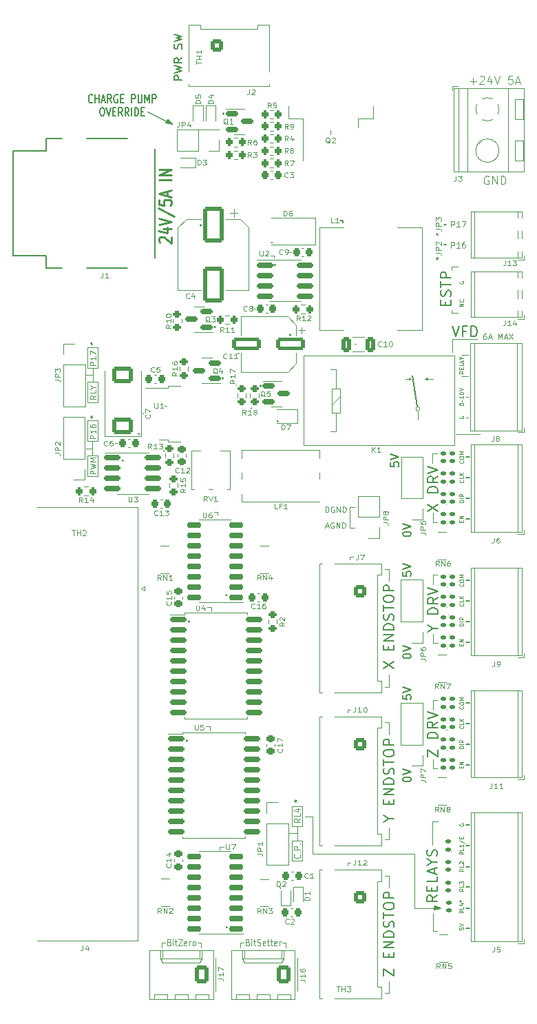
<source format=gbr>
%TF.GenerationSoftware,KiCad,Pcbnew,(6.0.1-0)*%
%TF.CreationDate,2022-06-06T20:51:42+12:00*%
%TF.ProjectId,controller,636f6e74-726f-46c6-9c65-722e6b696361,2.0*%
%TF.SameCoordinates,PX324e6b0PYa469d80*%
%TF.FileFunction,Legend,Top*%
%TF.FilePolarity,Positive*%
%FSLAX46Y46*%
G04 Gerber Fmt 4.6, Leading zero omitted, Abs format (unit mm)*
G04 Created by KiCad (PCBNEW (6.0.1-0)) date 2022-06-06 20:51:42*
%MOMM*%
%LPD*%
G01*
G04 APERTURE LIST*
G04 Aperture macros list*
%AMRoundRect*
0 Rectangle with rounded corners*
0 $1 Rounding radius*
0 $2 $3 $4 $5 $6 $7 $8 $9 X,Y pos of 4 corners*
0 Add a 4 corners polygon primitive as box body*
4,1,4,$2,$3,$4,$5,$6,$7,$8,$9,$2,$3,0*
0 Add four circle primitives for the rounded corners*
1,1,$1+$1,$2,$3*
1,1,$1+$1,$4,$5*
1,1,$1+$1,$6,$7*
1,1,$1+$1,$8,$9*
0 Add four rect primitives between the rounded corners*
20,1,$1+$1,$2,$3,$4,$5,0*
20,1,$1+$1,$4,$5,$6,$7,0*
20,1,$1+$1,$6,$7,$8,$9,0*
20,1,$1+$1,$8,$9,$2,$3,0*%
G04 Aperture macros list end*
%ADD10C,0.100000*%
%ADD11C,0.150000*%
%ADD12C,0.080000*%
%ADD13C,0.200000*%
%ADD14C,0.125000*%
%ADD15C,0.250000*%
%ADD16C,0.120000*%
%ADD17C,0.127000*%
%ADD18R,1.700000X1.700000*%
%ADD19O,1.700000X1.700000*%
%ADD20R,5.400000X2.900000*%
%ADD21RoundRect,0.147500X-0.172500X0.147500X-0.172500X-0.147500X0.172500X-0.147500X0.172500X0.147500X0*%
%ADD22RoundRect,0.225000X0.225000X0.250000X-0.225000X0.250000X-0.225000X-0.250000X0.225000X-0.250000X0*%
%ADD23RoundRect,0.147500X0.172500X-0.147500X0.172500X0.147500X-0.172500X0.147500X-0.172500X-0.147500X0*%
%ADD24RoundRect,0.225000X-0.225000X-0.250000X0.225000X-0.250000X0.225000X0.250000X-0.225000X0.250000X0*%
%ADD25C,1.000000*%
%ADD26RoundRect,0.250001X-0.499999X0.499999X-0.499999X-0.499999X0.499999X-0.499999X0.499999X0.499999X0*%
%ADD27C,1.500000*%
%ADD28R,0.800000X0.500000*%
%ADD29R,0.800000X0.400000*%
%ADD30RoundRect,0.200000X-0.275000X0.200000X-0.275000X-0.200000X0.275000X-0.200000X0.275000X0.200000X0*%
%ADD31RoundRect,0.200000X0.200000X0.275000X-0.200000X0.275000X-0.200000X-0.275000X0.200000X-0.275000X0*%
%ADD32RoundRect,0.200000X-0.200000X-0.275000X0.200000X-0.275000X0.200000X0.275000X-0.200000X0.275000X0*%
%ADD33R,2.100000X2.100000*%
%ADD34C,2.100000*%
%ADD35R,0.600000X0.700000*%
%ADD36RoundRect,0.250001X-0.499999X-0.499999X0.499999X-0.499999X0.499999X0.499999X-0.499999X0.499999X0*%
%ADD37R,1.300000X2.000000*%
%ADD38R,2.000000X2.000000*%
%ADD39C,1.100000*%
%ADD40R,2.200000X2.200000*%
%ADD41C,2.200000*%
%ADD42RoundRect,0.200000X0.275000X-0.200000X0.275000X0.200000X-0.275000X0.200000X-0.275000X-0.200000X0*%
%ADD43C,1.448000*%
%ADD44RoundRect,0.150000X-0.875000X-0.150000X0.875000X-0.150000X0.875000X0.150000X-0.875000X0.150000X0*%
%ADD45RoundRect,0.150000X0.587500X0.150000X-0.587500X0.150000X-0.587500X-0.150000X0.587500X-0.150000X0*%
%ADD46R,2.200000X1.200000*%
%ADD47R,6.400000X5.800000*%
%ADD48R,0.700000X0.600000*%
%ADD49RoundRect,0.225000X0.250000X-0.225000X0.250000X0.225000X-0.250000X0.225000X-0.250000X-0.225000X0*%
%ADD50RoundRect,0.250000X0.620000X0.845000X-0.620000X0.845000X-0.620000X-0.845000X0.620000X-0.845000X0*%
%ADD51O,1.740000X2.190000*%
%ADD52R,1.100000X4.600000*%
%ADD53R,10.800000X9.400000*%
%ADD54C,5.500000*%
%ADD55RoundRect,0.250000X-1.000000X1.950000X-1.000000X-1.950000X1.000000X-1.950000X1.000000X1.950000X0*%
%ADD56R,2.000000X1.200000*%
%ADD57C,2.300000*%
%ADD58R,2.300000X2.300000*%
%ADD59RoundRect,0.225000X-0.250000X0.225000X-0.250000X-0.225000X0.250000X-0.225000X0.250000X0.225000X0*%
%ADD60C,1.700000*%
%ADD61O,3.200000X1.600000*%
%ADD62O,1.750000X3.500000*%
%ADD63RoundRect,0.250000X1.500000X0.550000X-1.500000X0.550000X-1.500000X-0.550000X1.500000X-0.550000X0*%
%ADD64RoundRect,0.150000X-0.587500X-0.150000X0.587500X-0.150000X0.587500X0.150000X-0.587500X0.150000X0*%
%ADD65RoundRect,0.250000X-0.325000X-0.650000X0.325000X-0.650000X0.325000X0.650000X-0.325000X0.650000X0*%
%ADD66RoundRect,0.150000X0.725000X0.150000X-0.725000X0.150000X-0.725000X-0.150000X0.725000X-0.150000X0*%
%ADD67C,4.000000*%
%ADD68R,1.600000X1.600000*%
%ADD69C,1.600000*%
%ADD70RoundRect,0.150000X-0.825000X-0.150000X0.825000X-0.150000X0.825000X0.150000X-0.825000X0.150000X0*%
%ADD71R,0.600000X0.450000*%
%ADD72RoundRect,0.250000X1.025000X-0.787500X1.025000X0.787500X-1.025000X0.787500X-1.025000X-0.787500X0*%
%ADD73R,2.500000X1.800000*%
G04 APERTURE END LIST*
D10*
X11250000Y75250000D02*
X12550000Y75250000D01*
X12550000Y75250000D02*
X12550000Y77800000D01*
X12550000Y77800000D02*
X11250000Y77800000D01*
X11250000Y77800000D02*
X11250000Y75250000D01*
X51450000Y17900000D02*
X54700000Y17900000D01*
X48350000Y46550000D02*
X48350000Y45100000D01*
X35250000Y13650000D02*
X35650000Y13650000D01*
X54300000Y58850000D02*
X53750000Y58850000D01*
X37050000Y27125000D02*
X36100000Y27125000D01*
X48350000Y45100000D02*
X47800000Y45100000D01*
D11*
X28475000Y15550000D02*
G75*
G03*
X28475000Y15550000I-75000J0D01*
G01*
D10*
X48350000Y40700000D02*
X48350000Y39250000D01*
X43500000Y64650000D02*
X44150000Y64650000D01*
D11*
X58250000Y35500000D02*
X57850000Y35500000D01*
D10*
X53750000Y66450000D02*
X53750000Y65300000D01*
X11275000Y80000000D02*
X12575000Y80000000D01*
X12575000Y80000000D02*
X12575000Y82550000D01*
X12575000Y82550000D02*
X11275000Y82550000D01*
X11275000Y82550000D02*
X11275000Y80000000D01*
X48350000Y21850000D02*
X48350000Y20400000D01*
X11900000Y73550000D02*
X11900000Y74400000D01*
X27550000Y25050000D02*
X27550000Y25450000D01*
X36400000Y23750000D02*
X37700000Y23750000D01*
X37700000Y23750000D02*
X37700000Y26200000D01*
X37700000Y26200000D02*
X36400000Y26200000D01*
X36400000Y26200000D02*
X36400000Y23750000D01*
D11*
X17675000Y76150000D02*
G75*
G03*
X17675000Y76150000I-75000J0D01*
G01*
D10*
X34200000Y98100000D02*
X34200000Y97800000D01*
X54325000Y28550000D02*
X53775000Y28550000D01*
X31350000Y79250000D02*
X31450000Y79450000D01*
D11*
X28425000Y56350000D02*
G75*
G03*
X28425000Y56350000I-75000J0D01*
G01*
D10*
X14650000Y75000000D02*
X14950000Y75000000D01*
X48350000Y7450000D02*
X47800000Y7450000D01*
X53700000Y73750000D02*
X53700000Y72550000D01*
X25200000Y13050000D02*
X25200000Y13650000D01*
X58100000Y78200000D02*
X57800000Y78200000D01*
X56050000Y96250000D02*
X56050000Y96700000D01*
X11900000Y74400000D02*
X11100000Y74400000D01*
X30050000Y13650000D02*
X30450000Y13650000D01*
X56800000Y96700000D02*
X56050000Y96700000D01*
D11*
X58250000Y15400000D02*
X57850000Y15400000D01*
X58250000Y20500000D02*
X57850000Y20500000D01*
X15675000Y72900000D02*
G75*
G03*
X15675000Y72900000I-75000J0D01*
G01*
X58250000Y17900000D02*
X57850000Y17900000D01*
D10*
X36150000Y98500000D02*
X36300000Y98500000D01*
X57300000Y85850000D02*
X57300000Y85750000D01*
X38950000Y24600000D02*
X38950000Y29150000D01*
D11*
X34375000Y96950000D02*
G75*
G03*
X34375000Y96950000I-75000J0D01*
G01*
D10*
X48350000Y59550000D02*
X48350000Y58100000D01*
X48350000Y40725000D02*
X47800000Y40725000D01*
X54275000Y73750000D02*
X53700000Y73750000D01*
X56050000Y91400000D02*
X56050000Y91000000D01*
X44300000Y87200000D02*
X44100000Y87200000D01*
D11*
X42350000Y102400000D02*
X42700000Y102400000D01*
D10*
X43250000Y42250000D02*
X43250000Y41900000D01*
D11*
X21700000Y114250000D02*
X20953593Y114406621D01*
X20953593Y114406621D02*
X21143593Y114756621D01*
X21143593Y114756621D02*
X21700000Y114250000D01*
G36*
X21700000Y114250000D02*
G01*
X20953593Y114406621D01*
X21143593Y114756621D01*
X21700000Y114250000D01*
G37*
X21700000Y114250000D02*
X20953593Y114406621D01*
X21143593Y114756621D01*
X21700000Y114250000D01*
D10*
X53750000Y58850000D02*
X53750000Y57650000D01*
X24800000Y13650000D02*
X25200000Y13650000D01*
D11*
X58250000Y38050000D02*
X57850000Y38050000D01*
D10*
X43950000Y61075000D02*
X43550000Y61075000D01*
X44150000Y67200000D02*
X43500000Y67200000D01*
X58100000Y85850000D02*
X57300000Y85850000D01*
X26342409Y40200000D02*
X26342409Y39700000D01*
X38950000Y24600000D02*
X51450000Y24550000D01*
X35000000Y20350000D02*
X34900000Y20475000D01*
D11*
X58250000Y68250000D02*
X57850000Y68250000D01*
D10*
X41150000Y112950000D02*
X41150000Y113450000D01*
D11*
X55100000Y99400000D02*
X55400000Y99400000D01*
D10*
X11250000Y71000000D02*
X12550000Y71000000D01*
X12550000Y71000000D02*
X12550000Y73550000D01*
X12550000Y73550000D02*
X11250000Y73550000D01*
X11250000Y73550000D02*
X11250000Y71000000D01*
X58100000Y83250000D02*
X57300000Y83250000D01*
X20550000Y74150000D02*
X20700000Y74000000D01*
X53750000Y36200000D02*
X53750000Y35100000D01*
D11*
X58250000Y28100000D02*
X57850000Y28100000D01*
D10*
X37050000Y27125000D02*
X37050000Y27975000D01*
D11*
X55100000Y101900000D02*
X55400000Y101900000D01*
D10*
X31750000Y91550000D02*
X31900000Y91550000D01*
X54300000Y65300000D02*
X53750000Y65300000D01*
X20775000Y79650000D02*
X21025000Y79650000D01*
D11*
X58250000Y53100000D02*
X57850000Y53100000D01*
X58250000Y58159059D02*
X57850000Y58159059D01*
D10*
X30050000Y13050000D02*
X30050000Y13650000D01*
D11*
X58250000Y25600000D02*
X57850000Y25600000D01*
D10*
X53750000Y17300000D02*
X53750000Y15100000D01*
X29450000Y82250000D02*
X29550000Y82150000D01*
D11*
X58250000Y70809231D02*
X57850000Y70809231D01*
D10*
X53800000Y51600000D02*
X53800000Y50450000D01*
X48350000Y59575000D02*
X47800000Y59575000D01*
D11*
X23825000Y53100000D02*
G75*
G03*
X23825000Y53100000I-75000J0D01*
G01*
D10*
X18650000Y115800000D02*
X21700000Y114250000D01*
X36400000Y28000000D02*
X37700000Y28000000D01*
X37700000Y28000000D02*
X37700000Y30450000D01*
X37700000Y30450000D02*
X36400000Y30450000D01*
X36400000Y30450000D02*
X36400000Y28000000D01*
X20400000Y13050000D02*
X20400000Y13650000D01*
X18000000Y78650000D02*
X18150000Y78650000D01*
X51450000Y24550000D02*
X51450000Y17900000D01*
X43550000Y61075000D02*
X43550000Y60725000D01*
X26517409Y54850000D02*
X26517409Y54400000D01*
D11*
X58250000Y55659231D02*
X57850000Y55659231D01*
D10*
X11275000Y84250000D02*
X12575000Y84250000D01*
X12575000Y84250000D02*
X12575000Y86800000D01*
X12575000Y86800000D02*
X11275000Y86800000D01*
X11275000Y86800000D02*
X11275000Y84250000D01*
X28000000Y25450000D02*
X27550000Y25450000D01*
X37050000Y26225000D02*
X37050000Y27125000D01*
D11*
X58250000Y73309059D02*
X57850000Y73309059D01*
X58250000Y65700000D02*
X57850000Y65700000D01*
D10*
X43500000Y67200000D02*
X43500000Y64650000D01*
X43650000Y23450000D02*
X43250000Y23450000D01*
X56050000Y91000000D02*
X56800000Y91000000D01*
X53700000Y28550000D02*
X53650000Y25650000D01*
X56100000Y86200000D02*
X56100000Y87800000D01*
X58100000Y80750000D02*
X57800000Y80750000D01*
X20400000Y13650000D02*
X20800000Y13650000D01*
X33800000Y98100000D02*
X34200000Y98100000D01*
X25967409Y54850000D02*
X26517409Y54850000D01*
D11*
X42700000Y102400000D02*
X42700000Y102100000D01*
X23575000Y38450000D02*
G75*
G03*
X23575000Y38450000I-75000J0D01*
G01*
X58250000Y23000000D02*
X57850000Y23000000D01*
D10*
X38950000Y29150000D02*
X38000000Y29150000D01*
D11*
X58250000Y43109059D02*
X57850000Y43109059D01*
D10*
X35650000Y13050000D02*
X35650000Y13650000D01*
X59562500Y76150000D02*
X56600000Y76150000D01*
X54262500Y43450000D02*
X53750000Y43450000D01*
X29900000Y86150000D02*
X29750000Y86050000D01*
X27300000Y66600000D02*
X26850000Y66600000D01*
X54250000Y35100000D02*
X53750000Y35100000D01*
X48350000Y21875000D02*
X47800000Y21875000D01*
X27300000Y66200000D02*
X27300000Y66600000D01*
X59150000Y87800000D02*
X56100000Y87800000D01*
X11925000Y83400000D02*
X11125000Y83400000D01*
X54325000Y50450000D02*
X53800000Y50450000D01*
X57300000Y83250000D02*
X57300000Y83350000D01*
X53750000Y43450000D02*
X53750000Y42300000D01*
X11900000Y74400000D02*
X11900000Y75250000D01*
X43250000Y23450000D02*
X43250000Y23100000D01*
X43650000Y42250000D02*
X43250000Y42250000D01*
D11*
X58250000Y50550000D02*
X57850000Y50550000D01*
X58250000Y40609231D02*
X57850000Y40609231D01*
D10*
X25842409Y40200000D02*
X26342409Y40200000D01*
X11925000Y83400000D02*
X11925000Y84250000D01*
X48350000Y27800000D02*
X48350000Y26350000D01*
X48350000Y8900000D02*
X48350000Y7450000D01*
X57300000Y80150000D02*
X57300000Y80350000D01*
X11925000Y82550000D02*
X11925000Y83400000D01*
D11*
X54700000Y17900000D02*
X53950000Y17700000D01*
X53950000Y17700000D02*
X53950000Y18100000D01*
X53950000Y18100000D02*
X54700000Y17900000D01*
G36*
X54700000Y17900000D02*
G01*
X53950000Y17700000D01*
X53950000Y18100000D01*
X54700000Y17900000D01*
G37*
X54700000Y17900000D02*
X53950000Y17700000D01*
X53950000Y18100000D01*
X54700000Y17900000D01*
D10*
X48350000Y26350000D02*
X47800000Y26350000D01*
X54300000Y15100000D02*
X53750000Y15100000D01*
D11*
X50052380Y48821548D02*
X50052380Y48916786D01*
X50100000Y49012024D01*
X50147619Y49059643D01*
X50242857Y49107262D01*
X50433333Y49154881D01*
X50671428Y49154881D01*
X50861904Y49107262D01*
X50957142Y49059643D01*
X51004761Y49012024D01*
X51052380Y48916786D01*
X51052380Y48821548D01*
X51004761Y48726310D01*
X50957142Y48678691D01*
X50861904Y48631072D01*
X50671428Y48583453D01*
X50433333Y48583453D01*
X50242857Y48631072D01*
X50147619Y48678691D01*
X50100000Y48726310D01*
X50052380Y48821548D01*
X50052380Y49440596D02*
X51052380Y49773929D01*
X50052380Y50107262D01*
D10*
X40528963Y66533334D02*
X40528963Y67233334D01*
X40695629Y67233334D01*
X40795629Y67200000D01*
X40862296Y67133334D01*
X40895629Y67066667D01*
X40928963Y66933334D01*
X40928963Y66833334D01*
X40895629Y66700000D01*
X40862296Y66633334D01*
X40795629Y66566667D01*
X40695629Y66533334D01*
X40528963Y66533334D01*
X41595629Y67200000D02*
X41528963Y67233334D01*
X41428963Y67233334D01*
X41328963Y67200000D01*
X41262296Y67133334D01*
X41228963Y67066667D01*
X41195629Y66933334D01*
X41195629Y66833334D01*
X41228963Y66700000D01*
X41262296Y66633334D01*
X41328963Y66566667D01*
X41428963Y66533334D01*
X41495629Y66533334D01*
X41595629Y66566667D01*
X41628963Y66600000D01*
X41628963Y66833334D01*
X41495629Y66833334D01*
X41928963Y66533334D02*
X41928963Y67233334D01*
X42328963Y66533334D01*
X42328963Y67233334D01*
X42662296Y66533334D02*
X42662296Y67233334D01*
X42828963Y67233334D01*
X42928963Y67200000D01*
X42995629Y67133334D01*
X43028963Y67066667D01*
X43062296Y66933334D01*
X43062296Y66833334D01*
X43028963Y66700000D01*
X42995629Y66633334D01*
X42928963Y66566667D01*
X42828963Y66533334D01*
X42662296Y66533334D01*
D12*
X57264285Y65330953D02*
X57264285Y65497620D01*
X57526190Y65569048D02*
X57526190Y65330953D01*
X57026190Y65330953D01*
X57026190Y65569048D01*
X57526190Y65783334D02*
X57026190Y65783334D01*
X57526190Y66069048D01*
X57026190Y66069048D01*
D13*
X54274523Y19483991D02*
X53669761Y19060658D01*
X54274523Y18758277D02*
X53004523Y18758277D01*
X53004523Y19242086D01*
X53065000Y19363039D01*
X53125476Y19423515D01*
X53246428Y19483991D01*
X53427857Y19483991D01*
X53548809Y19423515D01*
X53609285Y19363039D01*
X53669761Y19242086D01*
X53669761Y18758277D01*
X53609285Y20028277D02*
X53609285Y20451610D01*
X54274523Y20633039D02*
X54274523Y20028277D01*
X53004523Y20028277D01*
X53004523Y20633039D01*
X54274523Y21782086D02*
X54274523Y21177324D01*
X53004523Y21177324D01*
X53911666Y22144943D02*
X53911666Y22749705D01*
X54274523Y22023991D02*
X53004523Y22447324D01*
X54274523Y22870658D01*
X53669761Y23535896D02*
X54274523Y23535896D01*
X53004523Y23112562D02*
X53669761Y23535896D01*
X53004523Y23959229D01*
X54214047Y24322086D02*
X54274523Y24503515D01*
X54274523Y24805896D01*
X54214047Y24926848D01*
X54153571Y24987324D01*
X54032619Y25047800D01*
X53911666Y25047800D01*
X53790714Y24987324D01*
X53730238Y24926848D01*
X53669761Y24805896D01*
X53609285Y24563991D01*
X53548809Y24443039D01*
X53488333Y24382562D01*
X53367380Y24322086D01*
X53246428Y24322086D01*
X53125476Y24382562D01*
X53065000Y24443039D01*
X53004523Y24563991D01*
X53004523Y24866372D01*
X53065000Y25047800D01*
D12*
X57050000Y78330953D02*
X57026190Y78283334D01*
X57026190Y78211905D01*
X57050000Y78140477D01*
X57097619Y78092858D01*
X57145238Y78069048D01*
X57240476Y78045239D01*
X57311904Y78045239D01*
X57407142Y78069048D01*
X57454761Y78092858D01*
X57502380Y78140477D01*
X57526190Y78211905D01*
X57526190Y78259524D01*
X57502380Y78330953D01*
X57478571Y78354762D01*
X57311904Y78354762D01*
X57311904Y78259524D01*
D11*
X50052380Y33671548D02*
X50052380Y33766786D01*
X50100000Y33862024D01*
X50147619Y33909643D01*
X50242857Y33957262D01*
X50433333Y34004881D01*
X50671428Y34004881D01*
X50861904Y33957262D01*
X50957142Y33909643D01*
X51004761Y33862024D01*
X51052380Y33766786D01*
X51052380Y33671548D01*
X51004761Y33576310D01*
X50957142Y33528691D01*
X50861904Y33481072D01*
X50671428Y33433453D01*
X50433333Y33433453D01*
X50242857Y33481072D01*
X50147619Y33528691D01*
X50100000Y33576310D01*
X50052380Y33671548D01*
X50052380Y34290596D02*
X51052380Y34623929D01*
X50052380Y34957262D01*
D12*
X57026190Y15504762D02*
X57026190Y15266667D01*
X57264285Y15242858D01*
X57240476Y15266667D01*
X57216666Y15314286D01*
X57216666Y15433334D01*
X57240476Y15480953D01*
X57264285Y15504762D01*
X57311904Y15528572D01*
X57430952Y15528572D01*
X57478571Y15504762D01*
X57502380Y15480953D01*
X57526190Y15433334D01*
X57526190Y15314286D01*
X57502380Y15266667D01*
X57478571Y15242858D01*
X57026190Y15671429D02*
X57526190Y15838096D01*
X57026190Y16004762D01*
D14*
X37385714Y24483334D02*
X37423809Y24450000D01*
X37461904Y24350000D01*
X37461904Y24283334D01*
X37423809Y24183334D01*
X37347619Y24116667D01*
X37271428Y24083334D01*
X37119047Y24050000D01*
X37004761Y24050000D01*
X36852380Y24083334D01*
X36776190Y24116667D01*
X36700000Y24183334D01*
X36661904Y24283334D01*
X36661904Y24350000D01*
X36700000Y24450000D01*
X36738095Y24483334D01*
X37385714Y24783334D02*
X37423809Y24816667D01*
X37461904Y24783334D01*
X37423809Y24750000D01*
X37385714Y24783334D01*
X37461904Y24783334D01*
X37461904Y25116667D02*
X36661904Y25116667D01*
X36661904Y25383334D01*
X36700000Y25450000D01*
X36738095Y25483334D01*
X36814285Y25516667D01*
X36928571Y25516667D01*
X37004761Y25483334D01*
X37042857Y25450000D01*
X37080952Y25383334D01*
X37080952Y25116667D01*
X37385714Y25816667D02*
X37423809Y25850000D01*
X37461904Y25816667D01*
X37423809Y25783334D01*
X37385714Y25816667D01*
X37461904Y25816667D01*
X30983333Y13707143D02*
X31083333Y13669048D01*
X31116666Y13630953D01*
X31150000Y13554762D01*
X31150000Y13440477D01*
X31116666Y13364286D01*
X31083333Y13326191D01*
X31016666Y13288096D01*
X30750000Y13288096D01*
X30750000Y14088096D01*
X30983333Y14088096D01*
X31050000Y14050000D01*
X31083333Y14011905D01*
X31116666Y13935715D01*
X31116666Y13859524D01*
X31083333Y13783334D01*
X31050000Y13745239D01*
X30983333Y13707143D01*
X30750000Y13707143D01*
X31450000Y13288096D02*
X31450000Y13821429D01*
X31450000Y14088096D02*
X31416666Y14050000D01*
X31450000Y14011905D01*
X31483333Y14050000D01*
X31450000Y14088096D01*
X31450000Y14011905D01*
X31683333Y13821429D02*
X31950000Y13821429D01*
X31783333Y14088096D02*
X31783333Y13402381D01*
X31816666Y13326191D01*
X31883333Y13288096D01*
X31950000Y13288096D01*
X32150000Y13326191D02*
X32250000Y13288096D01*
X32416666Y13288096D01*
X32483333Y13326191D01*
X32516666Y13364286D01*
X32550000Y13440477D01*
X32550000Y13516667D01*
X32516666Y13592858D01*
X32483333Y13630953D01*
X32416666Y13669048D01*
X32283333Y13707143D01*
X32216666Y13745239D01*
X32183333Y13783334D01*
X32150000Y13859524D01*
X32150000Y13935715D01*
X32183333Y14011905D01*
X32216666Y14050000D01*
X32283333Y14088096D01*
X32450000Y14088096D01*
X32550000Y14050000D01*
X33116666Y13326191D02*
X33050000Y13288096D01*
X32916666Y13288096D01*
X32850000Y13326191D01*
X32816666Y13402381D01*
X32816666Y13707143D01*
X32850000Y13783334D01*
X32916666Y13821429D01*
X33050000Y13821429D01*
X33116666Y13783334D01*
X33150000Y13707143D01*
X33150000Y13630953D01*
X32816666Y13554762D01*
X33350000Y13821429D02*
X33616666Y13821429D01*
X33450000Y14088096D02*
X33450000Y13402381D01*
X33483333Y13326191D01*
X33550000Y13288096D01*
X33616666Y13288096D01*
X33750000Y13821429D02*
X34016666Y13821429D01*
X33850000Y14088096D02*
X33850000Y13402381D01*
X33883333Y13326191D01*
X33950000Y13288096D01*
X34016666Y13288096D01*
X34516666Y13326191D02*
X34450000Y13288096D01*
X34316666Y13288096D01*
X34250000Y13326191D01*
X34216666Y13402381D01*
X34216666Y13707143D01*
X34250000Y13783334D01*
X34316666Y13821429D01*
X34450000Y13821429D01*
X34516666Y13783334D01*
X34550000Y13707143D01*
X34550000Y13630953D01*
X34216666Y13554762D01*
X34850000Y13288096D02*
X34850000Y13821429D01*
X34850000Y13669048D02*
X34883333Y13745239D01*
X34916666Y13783334D01*
X34983333Y13821429D01*
X35050000Y13821429D01*
D12*
X57526190Y83897620D02*
X57288095Y83730953D01*
X57526190Y83611905D02*
X57026190Y83611905D01*
X57026190Y83802381D01*
X57050000Y83850000D01*
X57073809Y83873810D01*
X57121428Y83897620D01*
X57192857Y83897620D01*
X57240476Y83873810D01*
X57264285Y83850000D01*
X57288095Y83802381D01*
X57288095Y83611905D01*
X57264285Y84111905D02*
X57264285Y84278572D01*
X57526190Y84350000D02*
X57526190Y84111905D01*
X57026190Y84111905D01*
X57026190Y84350000D01*
X57526190Y84802381D02*
X57526190Y84564286D01*
X57026190Y84564286D01*
X57383333Y84945239D02*
X57383333Y85183334D01*
X57526190Y84897620D02*
X57026190Y85064286D01*
X57526190Y85230953D01*
X57288095Y85492858D02*
X57526190Y85492858D01*
X57026190Y85326191D02*
X57288095Y85492858D01*
X57026190Y85659524D01*
X57050000Y94905953D02*
X57026190Y94858334D01*
X57026190Y94786905D01*
X57050000Y94715477D01*
X57097619Y94667858D01*
X57145238Y94644048D01*
X57240476Y94620239D01*
X57311904Y94620239D01*
X57407142Y94644048D01*
X57454761Y94667858D01*
X57502380Y94715477D01*
X57526190Y94786905D01*
X57526190Y94834524D01*
X57502380Y94905953D01*
X57478571Y94929762D01*
X57311904Y94929762D01*
X57311904Y94834524D01*
D11*
X50052380Y59211786D02*
X50052380Y58735596D01*
X50528571Y58687977D01*
X50480952Y58735596D01*
X50433333Y58830834D01*
X50433333Y59068929D01*
X50480952Y59164167D01*
X50528571Y59211786D01*
X50623809Y59259405D01*
X50861904Y59259405D01*
X50957142Y59211786D01*
X51004761Y59164167D01*
X51052380Y59068929D01*
X51052380Y58830834D01*
X51004761Y58735596D01*
X50957142Y58687977D01*
X50052380Y59545120D02*
X51052380Y59878453D01*
X50052380Y60211786D01*
X50052380Y63821548D02*
X50052380Y63916786D01*
X50100000Y64012024D01*
X50147619Y64059643D01*
X50242857Y64107262D01*
X50433333Y64154881D01*
X50671428Y64154881D01*
X50861904Y64107262D01*
X50957142Y64059643D01*
X51004761Y64012024D01*
X51052380Y63916786D01*
X51052380Y63821548D01*
X51004761Y63726310D01*
X50957142Y63678691D01*
X50861904Y63631072D01*
X50671428Y63583453D01*
X50433333Y63583453D01*
X50242857Y63631072D01*
X50147619Y63678691D01*
X50100000Y63726310D01*
X50052380Y63821548D01*
X50052380Y64440596D02*
X51052380Y64773929D01*
X50052380Y65107262D01*
D12*
X57264285Y35130953D02*
X57264285Y35297620D01*
X57526190Y35369048D02*
X57526190Y35130953D01*
X57026190Y35130953D01*
X57026190Y35369048D01*
X57526190Y35583334D02*
X57026190Y35583334D01*
X57526190Y35869048D01*
X57026190Y35869048D01*
D11*
X22902380Y119638096D02*
X21902380Y119638096D01*
X21902380Y120019048D01*
X21950000Y120114286D01*
X21997619Y120161905D01*
X22092857Y120209524D01*
X22235714Y120209524D01*
X22330952Y120161905D01*
X22378571Y120114286D01*
X22426190Y120019048D01*
X22426190Y119638096D01*
X21902380Y120542858D02*
X22902380Y120780953D01*
X22188095Y120971429D01*
X22902380Y121161905D01*
X21902380Y121400000D01*
X22902380Y122352381D02*
X22426190Y122019048D01*
X22902380Y121780953D02*
X21902380Y121780953D01*
X21902380Y122161905D01*
X21950000Y122257143D01*
X21997619Y122304762D01*
X22092857Y122352381D01*
X22235714Y122352381D01*
X22330952Y122304762D01*
X22378571Y122257143D01*
X22426190Y122161905D01*
X22426190Y121780953D01*
X22854761Y123495239D02*
X22902380Y123638096D01*
X22902380Y123876191D01*
X22854761Y123971429D01*
X22807142Y124019048D01*
X22711904Y124066667D01*
X22616666Y124066667D01*
X22521428Y124019048D01*
X22473809Y123971429D01*
X22426190Y123876191D01*
X22378571Y123685715D01*
X22330952Y123590477D01*
X22283333Y123542858D01*
X22188095Y123495239D01*
X22092857Y123495239D01*
X21997619Y123542858D01*
X21950000Y123590477D01*
X21902380Y123685715D01*
X21902380Y123923810D01*
X21950000Y124066667D01*
X21902380Y124400000D02*
X22902380Y124638096D01*
X22188095Y124828572D01*
X22902380Y125019048D01*
X21902380Y125257143D01*
D12*
X57526190Y37550000D02*
X57026190Y37550000D01*
X57026190Y37669048D01*
X57050000Y37740477D01*
X57097619Y37788096D01*
X57145238Y37811905D01*
X57240476Y37835715D01*
X57311904Y37835715D01*
X57407142Y37811905D01*
X57454761Y37788096D01*
X57502380Y37740477D01*
X57526190Y37669048D01*
X57526190Y37550000D01*
X57526190Y38050000D02*
X57026190Y38050000D01*
X57526190Y38573810D02*
X57288095Y38407143D01*
X57526190Y38288096D02*
X57026190Y38288096D01*
X57026190Y38478572D01*
X57050000Y38526191D01*
X57073809Y38550000D01*
X57121428Y38573810D01*
X57192857Y38573810D01*
X57240476Y38550000D01*
X57264285Y38526191D01*
X57288095Y38478572D01*
X57288095Y38288096D01*
D11*
X50052380Y44061786D02*
X50052380Y43585596D01*
X50528571Y43537977D01*
X50480952Y43585596D01*
X50433333Y43680834D01*
X50433333Y43918929D01*
X50480952Y44014167D01*
X50528571Y44061786D01*
X50623809Y44109405D01*
X50861904Y44109405D01*
X50957142Y44061786D01*
X51004761Y44014167D01*
X51052380Y43918929D01*
X51052380Y43680834D01*
X51004761Y43585596D01*
X50957142Y43537977D01*
X50052380Y44395120D02*
X51052380Y44728453D01*
X50052380Y45061786D01*
D13*
X53055323Y36478572D02*
X53055323Y37325239D01*
X54325323Y36478572D01*
X54325323Y37325239D01*
X54325323Y38776667D02*
X53055323Y38776667D01*
X53055323Y39079048D01*
X53115800Y39260477D01*
X53236752Y39381429D01*
X53357704Y39441905D01*
X53599609Y39502381D01*
X53781038Y39502381D01*
X54022942Y39441905D01*
X54143895Y39381429D01*
X54264847Y39260477D01*
X54325323Y39079048D01*
X54325323Y38776667D01*
X54325323Y40772381D02*
X53720561Y40349048D01*
X54325323Y40046667D02*
X53055323Y40046667D01*
X53055323Y40530477D01*
X53115800Y40651429D01*
X53176276Y40711905D01*
X53297228Y40772381D01*
X53478657Y40772381D01*
X53599609Y40711905D01*
X53660085Y40651429D01*
X53720561Y40530477D01*
X53720561Y40046667D01*
X53055323Y41135239D02*
X54325323Y41558572D01*
X53055323Y41981905D01*
D10*
X12291666Y80887334D02*
X11958333Y80654000D01*
X12291666Y80487334D02*
X11591666Y80487334D01*
X11591666Y80754000D01*
X11625000Y80820667D01*
X11658333Y80854000D01*
X11725000Y80887334D01*
X11825000Y80887334D01*
X11891666Y80854000D01*
X11925000Y80820667D01*
X11958333Y80754000D01*
X11958333Y80487334D01*
X12291666Y81520667D02*
X12291666Y81187334D01*
X11591666Y81187334D01*
X11958333Y81887334D02*
X12291666Y81887334D01*
X11591666Y81654000D02*
X11958333Y81887334D01*
X11591666Y82120667D01*
D12*
X57526190Y20314286D02*
X57288095Y20147620D01*
X57526190Y20028572D02*
X57026190Y20028572D01*
X57026190Y20219048D01*
X57050000Y20266667D01*
X57073809Y20290477D01*
X57121428Y20314286D01*
X57192857Y20314286D01*
X57240476Y20290477D01*
X57264285Y20266667D01*
X57288095Y20219048D01*
X57288095Y20028572D01*
X57526190Y20766667D02*
X57526190Y20528572D01*
X57026190Y20528572D01*
X57026190Y20885715D02*
X57026190Y21195239D01*
X57216666Y21028572D01*
X57216666Y21100000D01*
X57240476Y21147620D01*
X57264285Y21171429D01*
X57311904Y21195239D01*
X57430952Y21195239D01*
X57478571Y21171429D01*
X57502380Y21147620D01*
X57526190Y21100000D01*
X57526190Y20957143D01*
X57502380Y20909524D01*
X57478571Y20885715D01*
D13*
X56097380Y89395477D02*
X56520714Y88125477D01*
X56944047Y89395477D01*
X57790714Y88790715D02*
X57367380Y88790715D01*
X57367380Y88125477D02*
X57367380Y89395477D01*
X57972142Y89395477D01*
X58455952Y88125477D02*
X58455952Y89395477D01*
X58758333Y89395477D01*
X58939761Y89335000D01*
X59060714Y89214048D01*
X59121190Y89093096D01*
X59181666Y88851191D01*
X59181666Y88669762D01*
X59121190Y88427858D01*
X59060714Y88306905D01*
X58939761Y88185953D01*
X58758333Y88125477D01*
X58455952Y88125477D01*
X48369761Y28852620D02*
X48974523Y28852620D01*
X47704523Y28429286D02*
X48369761Y28852620D01*
X47704523Y29275953D01*
X48309285Y30666905D02*
X48309285Y31090239D01*
X48974523Y31271667D02*
X48974523Y30666905D01*
X47704523Y30666905D01*
X47704523Y31271667D01*
X48974523Y31815953D02*
X47704523Y31815953D01*
X48974523Y32541667D01*
X47704523Y32541667D01*
X48974523Y33146429D02*
X47704523Y33146429D01*
X47704523Y33448810D01*
X47765000Y33630239D01*
X47885952Y33751191D01*
X48006904Y33811667D01*
X48248809Y33872143D01*
X48430238Y33872143D01*
X48672142Y33811667D01*
X48793095Y33751191D01*
X48914047Y33630239D01*
X48974523Y33448810D01*
X48974523Y33146429D01*
X48914047Y34355953D02*
X48974523Y34537381D01*
X48974523Y34839762D01*
X48914047Y34960715D01*
X48853571Y35021191D01*
X48732619Y35081667D01*
X48611666Y35081667D01*
X48490714Y35021191D01*
X48430238Y34960715D01*
X48369761Y34839762D01*
X48309285Y34597858D01*
X48248809Y34476905D01*
X48188333Y34416429D01*
X48067380Y34355953D01*
X47946428Y34355953D01*
X47825476Y34416429D01*
X47765000Y34476905D01*
X47704523Y34597858D01*
X47704523Y34900239D01*
X47765000Y35081667D01*
X47704523Y35444524D02*
X47704523Y36170239D01*
X48974523Y35807381D02*
X47704523Y35807381D01*
X47704523Y36835477D02*
X47704523Y37077381D01*
X47765000Y37198334D01*
X47885952Y37319286D01*
X48127857Y37379762D01*
X48551190Y37379762D01*
X48793095Y37319286D01*
X48914047Y37198334D01*
X48974523Y37077381D01*
X48974523Y36835477D01*
X48914047Y36714524D01*
X48793095Y36593572D01*
X48551190Y36533096D01*
X48127857Y36533096D01*
X47885952Y36593572D01*
X47765000Y36714524D01*
X47704523Y36835477D01*
X48974523Y37924048D02*
X47704523Y37924048D01*
X47704523Y38407858D01*
X47765000Y38528810D01*
X47825476Y38589286D01*
X47946428Y38649762D01*
X48127857Y38649762D01*
X48248809Y38589286D01*
X48309285Y38528810D01*
X48369761Y38407858D01*
X48369761Y37924048D01*
D12*
X57026190Y79795239D02*
X57026190Y79842858D01*
X57050000Y79890477D01*
X57073809Y79914286D01*
X57121428Y79938096D01*
X57216666Y79961905D01*
X57335714Y79961905D01*
X57430952Y79938096D01*
X57478571Y79914286D01*
X57502380Y79890477D01*
X57526190Y79842858D01*
X57526190Y79795239D01*
X57502380Y79747620D01*
X57478571Y79723810D01*
X57430952Y79700000D01*
X57335714Y79676191D01*
X57216666Y79676191D01*
X57121428Y79700000D01*
X57073809Y79723810D01*
X57050000Y79747620D01*
X57026190Y79795239D01*
X57526190Y80819048D02*
X57526190Y80533334D01*
X57526190Y80676191D02*
X57026190Y80676191D01*
X57097619Y80628572D01*
X57145238Y80580953D01*
X57169047Y80533334D01*
X57026190Y81128572D02*
X57026190Y81176191D01*
X57050000Y81223810D01*
X57073809Y81247620D01*
X57121428Y81271429D01*
X57216666Y81295239D01*
X57335714Y81295239D01*
X57430952Y81271429D01*
X57478571Y81247620D01*
X57502380Y81223810D01*
X57526190Y81176191D01*
X57526190Y81128572D01*
X57502380Y81080953D01*
X57478571Y81057143D01*
X57430952Y81033334D01*
X57335714Y81009524D01*
X57216666Y81009524D01*
X57121428Y81033334D01*
X57073809Y81057143D01*
X57050000Y81080953D01*
X57026190Y81128572D01*
X57026190Y81438096D02*
X57526190Y81604762D01*
X57026190Y81771429D01*
D11*
X48552380Y72661786D02*
X48552380Y72185596D01*
X49028571Y72137977D01*
X48980952Y72185596D01*
X48933333Y72280834D01*
X48933333Y72518929D01*
X48980952Y72614167D01*
X49028571Y72661786D01*
X49123809Y72709405D01*
X49361904Y72709405D01*
X49457142Y72661786D01*
X49504761Y72614167D01*
X49552380Y72518929D01*
X49552380Y72280834D01*
X49504761Y72185596D01*
X49457142Y72137977D01*
X48552380Y72995120D02*
X49552380Y73328453D01*
X48552380Y73661786D01*
D12*
X57478571Y72907143D02*
X57502380Y72883334D01*
X57526190Y72811905D01*
X57526190Y72764286D01*
X57502380Y72692858D01*
X57454761Y72645239D01*
X57407142Y72621429D01*
X57311904Y72597620D01*
X57240476Y72597620D01*
X57145238Y72621429D01*
X57097619Y72645239D01*
X57050000Y72692858D01*
X57026190Y72764286D01*
X57026190Y72811905D01*
X57050000Y72883334D01*
X57073809Y72907143D01*
X57026190Y73216667D02*
X57026190Y73311905D01*
X57050000Y73359524D01*
X57097619Y73407143D01*
X57192857Y73430953D01*
X57359523Y73430953D01*
X57454761Y73407143D01*
X57502380Y73359524D01*
X57526190Y73311905D01*
X57526190Y73216667D01*
X57502380Y73169048D01*
X57454761Y73121429D01*
X57359523Y73097620D01*
X57192857Y73097620D01*
X57097619Y73121429D01*
X57050000Y73169048D01*
X57026190Y73216667D01*
X57526190Y73645239D02*
X57026190Y73645239D01*
X57383333Y73811905D01*
X57026190Y73978572D01*
X57526190Y73978572D01*
D14*
X21316666Y13707143D02*
X21416666Y13669048D01*
X21450000Y13630953D01*
X21483333Y13554762D01*
X21483333Y13440477D01*
X21450000Y13364286D01*
X21416666Y13326191D01*
X21350000Y13288096D01*
X21083333Y13288096D01*
X21083333Y14088096D01*
X21316666Y14088096D01*
X21383333Y14050000D01*
X21416666Y14011905D01*
X21450000Y13935715D01*
X21450000Y13859524D01*
X21416666Y13783334D01*
X21383333Y13745239D01*
X21316666Y13707143D01*
X21083333Y13707143D01*
X21783333Y13288096D02*
X21783333Y13821429D01*
X21783333Y14088096D02*
X21750000Y14050000D01*
X21783333Y14011905D01*
X21816666Y14050000D01*
X21783333Y14088096D01*
X21783333Y14011905D01*
X22016666Y13821429D02*
X22283333Y13821429D01*
X22116666Y14088096D02*
X22116666Y13402381D01*
X22150000Y13326191D01*
X22216666Y13288096D01*
X22283333Y13288096D01*
X22450000Y14088096D02*
X22916666Y14088096D01*
X22450000Y13288096D01*
X22916666Y13288096D01*
X23450000Y13326191D02*
X23383333Y13288096D01*
X23250000Y13288096D01*
X23183333Y13326191D01*
X23150000Y13402381D01*
X23150000Y13707143D01*
X23183333Y13783334D01*
X23250000Y13821429D01*
X23383333Y13821429D01*
X23450000Y13783334D01*
X23483333Y13707143D01*
X23483333Y13630953D01*
X23150000Y13554762D01*
X23783333Y13288096D02*
X23783333Y13821429D01*
X23783333Y13669048D02*
X23816666Y13745239D01*
X23850000Y13783334D01*
X23916666Y13821429D01*
X23983333Y13821429D01*
X24316666Y13288096D02*
X24250000Y13326191D01*
X24216666Y13364286D01*
X24183333Y13440477D01*
X24183333Y13669048D01*
X24216666Y13745239D01*
X24250000Y13783334D01*
X24316666Y13821429D01*
X24416666Y13821429D01*
X24483333Y13783334D01*
X24516666Y13745239D01*
X24550000Y13669048D01*
X24550000Y13440477D01*
X24516666Y13364286D01*
X24483333Y13326191D01*
X24416666Y13288096D01*
X24316666Y13288096D01*
D10*
X56000000Y99033334D02*
X56000000Y99733334D01*
X56266666Y99733334D01*
X56333333Y99700000D01*
X56366666Y99666667D01*
X56400000Y99600000D01*
X56400000Y99500000D01*
X56366666Y99433334D01*
X56333333Y99400000D01*
X56266666Y99366667D01*
X56000000Y99366667D01*
X57066666Y99033334D02*
X56666666Y99033334D01*
X56866666Y99033334D02*
X56866666Y99733334D01*
X56800000Y99633334D01*
X56733333Y99566667D01*
X56666666Y99533334D01*
X57666666Y99733334D02*
X57533333Y99733334D01*
X57466666Y99700000D01*
X57433333Y99666667D01*
X57366666Y99566667D01*
X57333333Y99433334D01*
X57333333Y99166667D01*
X57366666Y99100000D01*
X57400000Y99066667D01*
X57466666Y99033334D01*
X57600000Y99033334D01*
X57666666Y99066667D01*
X57700000Y99100000D01*
X57733333Y99166667D01*
X57733333Y99333334D01*
X57700000Y99400000D01*
X57666666Y99433334D01*
X57600000Y99466667D01*
X57466666Y99466667D01*
X57400000Y99433334D01*
X57366666Y99400000D01*
X57333333Y99333334D01*
D14*
X37461904Y28897917D02*
X37080952Y28664584D01*
X37461904Y28497917D02*
X36661904Y28497917D01*
X36661904Y28764584D01*
X36700000Y28831250D01*
X36738095Y28864584D01*
X36814285Y28897917D01*
X36928571Y28897917D01*
X37004761Y28864584D01*
X37042857Y28831250D01*
X37080952Y28764584D01*
X37080952Y28497917D01*
X37461904Y29531250D02*
X37461904Y29197917D01*
X36661904Y29197917D01*
X36928571Y30064584D02*
X37461904Y30064584D01*
X36623809Y29897917D02*
X37195238Y29731250D01*
X37195238Y30164584D01*
X36661904Y31064584D02*
X36852380Y31064584D01*
X36776190Y30897917D02*
X36852380Y31064584D01*
X36776190Y31231250D01*
X37004761Y30964584D02*
X36852380Y31064584D01*
X37004761Y31164584D01*
D15*
X20196428Y99685715D02*
X20125000Y99742858D01*
X20053571Y99857143D01*
X20053571Y100142858D01*
X20125000Y100257143D01*
X20196428Y100314286D01*
X20339285Y100371429D01*
X20482142Y100371429D01*
X20696428Y100314286D01*
X21553571Y99628572D01*
X21553571Y100371429D01*
X20553571Y101400000D02*
X21553571Y101400000D01*
X19982142Y101114286D02*
X21053571Y100828572D01*
X21053571Y101571429D01*
X20053571Y101857143D02*
X21553571Y102257143D01*
X20053571Y102657143D01*
X19982142Y103914286D02*
X21910714Y102885715D01*
X20053571Y104885715D02*
X20053571Y104314286D01*
X20767857Y104257143D01*
X20696428Y104314286D01*
X20625000Y104428572D01*
X20625000Y104714286D01*
X20696428Y104828572D01*
X20767857Y104885715D01*
X20910714Y104942858D01*
X21267857Y104942858D01*
X21410714Y104885715D01*
X21482142Y104828572D01*
X21553571Y104714286D01*
X21553571Y104428572D01*
X21482142Y104314286D01*
X21410714Y104257143D01*
X21125000Y105400000D02*
X21125000Y105971429D01*
X21553571Y105285715D02*
X20053571Y105685715D01*
X21553571Y106085715D01*
X21553571Y107400000D02*
X20053571Y107400000D01*
X21553571Y107971429D02*
X20053571Y107971429D01*
X21553571Y108657143D01*
X20053571Y108657143D01*
D12*
X57478571Y70502381D02*
X57502380Y70478572D01*
X57526190Y70407143D01*
X57526190Y70359524D01*
X57502380Y70288096D01*
X57454761Y70240477D01*
X57407142Y70216667D01*
X57311904Y70192858D01*
X57240476Y70192858D01*
X57145238Y70216667D01*
X57097619Y70240477D01*
X57050000Y70288096D01*
X57026190Y70359524D01*
X57026190Y70407143D01*
X57050000Y70478572D01*
X57073809Y70502381D01*
X57526190Y70954762D02*
X57526190Y70716667D01*
X57026190Y70716667D01*
X57526190Y71121429D02*
X57026190Y71121429D01*
X57526190Y71407143D02*
X57240476Y71192858D01*
X57026190Y71407143D02*
X57311904Y71121429D01*
D13*
X47704523Y9579286D02*
X47704523Y10425953D01*
X48974523Y9579286D01*
X48974523Y10425953D01*
X48309285Y11877381D02*
X48309285Y12300715D01*
X48974523Y12482143D02*
X48974523Y11877381D01*
X47704523Y11877381D01*
X47704523Y12482143D01*
X48974523Y13026429D02*
X47704523Y13026429D01*
X48974523Y13752143D01*
X47704523Y13752143D01*
X48974523Y14356905D02*
X47704523Y14356905D01*
X47704523Y14659286D01*
X47765000Y14840715D01*
X47885952Y14961667D01*
X48006904Y15022143D01*
X48248809Y15082620D01*
X48430238Y15082620D01*
X48672142Y15022143D01*
X48793095Y14961667D01*
X48914047Y14840715D01*
X48974523Y14659286D01*
X48974523Y14356905D01*
X48914047Y15566429D02*
X48974523Y15747858D01*
X48974523Y16050239D01*
X48914047Y16171191D01*
X48853571Y16231667D01*
X48732619Y16292143D01*
X48611666Y16292143D01*
X48490714Y16231667D01*
X48430238Y16171191D01*
X48369761Y16050239D01*
X48309285Y15808334D01*
X48248809Y15687381D01*
X48188333Y15626905D01*
X48067380Y15566429D01*
X47946428Y15566429D01*
X47825476Y15626905D01*
X47765000Y15687381D01*
X47704523Y15808334D01*
X47704523Y16110715D01*
X47765000Y16292143D01*
X47704523Y16655000D02*
X47704523Y17380715D01*
X48974523Y17017858D02*
X47704523Y17017858D01*
X47704523Y18045953D02*
X47704523Y18287858D01*
X47765000Y18408810D01*
X47885952Y18529762D01*
X48127857Y18590239D01*
X48551190Y18590239D01*
X48793095Y18529762D01*
X48914047Y18408810D01*
X48974523Y18287858D01*
X48974523Y18045953D01*
X48914047Y17925000D01*
X48793095Y17804048D01*
X48551190Y17743572D01*
X48127857Y17743572D01*
X47885952Y17804048D01*
X47765000Y17925000D01*
X47704523Y18045953D01*
X48974523Y19134524D02*
X47704523Y19134524D01*
X47704523Y19618334D01*
X47765000Y19739286D01*
X47825476Y19799762D01*
X47946428Y19860239D01*
X48127857Y19860239D01*
X48248809Y19799762D01*
X48309285Y19739286D01*
X48369761Y19618334D01*
X48369761Y19134524D01*
X53795561Y52251905D02*
X54400323Y52251905D01*
X53130323Y51828572D02*
X53795561Y52251905D01*
X53130323Y52675239D01*
X54400323Y54066191D02*
X53130323Y54066191D01*
X53130323Y54368572D01*
X53190800Y54550000D01*
X53311752Y54670953D01*
X53432704Y54731429D01*
X53674609Y54791905D01*
X53856038Y54791905D01*
X54097942Y54731429D01*
X54218895Y54670953D01*
X54339847Y54550000D01*
X54400323Y54368572D01*
X54400323Y54066191D01*
X54400323Y56061905D02*
X53795561Y55638572D01*
X54400323Y55336191D02*
X53130323Y55336191D01*
X53130323Y55820000D01*
X53190800Y55940953D01*
X53251276Y56001429D01*
X53372228Y56061905D01*
X53553657Y56061905D01*
X53674609Y56001429D01*
X53735085Y55940953D01*
X53795561Y55820000D01*
X53795561Y55336191D01*
X53130323Y56424762D02*
X54400323Y56848096D01*
X53130323Y57271429D01*
D10*
X12266666Y75616667D02*
X11566666Y75616667D01*
X11566666Y75883334D01*
X11600000Y75950000D01*
X11633333Y75983334D01*
X11700000Y76016667D01*
X11800000Y76016667D01*
X11866666Y75983334D01*
X11900000Y75950000D01*
X11933333Y75883334D01*
X11933333Y75616667D01*
X12266666Y76683334D02*
X12266666Y76283334D01*
X12266666Y76483334D02*
X11566666Y76483334D01*
X11666666Y76416667D01*
X11733333Y76350000D01*
X11766666Y76283334D01*
X11566666Y77283334D02*
X11566666Y77150000D01*
X11600000Y77083334D01*
X11633333Y77050000D01*
X11733333Y76983334D01*
X11866666Y76950000D01*
X12133333Y76950000D01*
X12200000Y76983334D01*
X12233333Y77016667D01*
X12266666Y77083334D01*
X12266666Y77216667D01*
X12233333Y77283334D01*
X12200000Y77316667D01*
X12133333Y77350000D01*
X11966666Y77350000D01*
X11900000Y77316667D01*
X11866666Y77283334D01*
X11833333Y77216667D01*
X11833333Y77083334D01*
X11866666Y77016667D01*
X11900000Y76983334D01*
X11966666Y76950000D01*
X11566666Y78283334D02*
X11733333Y78283334D01*
X11666666Y78116667D02*
X11733333Y78283334D01*
X11666666Y78450000D01*
X11866666Y78183334D02*
X11733333Y78283334D01*
X11866666Y78383334D01*
D12*
X57264285Y50180953D02*
X57264285Y50347620D01*
X57526190Y50419048D02*
X57526190Y50180953D01*
X57026190Y50180953D01*
X57026190Y50419048D01*
X57526190Y50633334D02*
X57026190Y50633334D01*
X57526190Y50919048D01*
X57026190Y50919048D01*
D10*
X60283333Y88483334D02*
X60150000Y88483334D01*
X60083333Y88450000D01*
X60050000Y88416667D01*
X59983333Y88316667D01*
X59950000Y88183334D01*
X59950000Y87916667D01*
X59983333Y87850000D01*
X60016666Y87816667D01*
X60083333Y87783334D01*
X60216666Y87783334D01*
X60283333Y87816667D01*
X60316666Y87850000D01*
X60350000Y87916667D01*
X60350000Y88083334D01*
X60316666Y88150000D01*
X60283333Y88183334D01*
X60216666Y88216667D01*
X60083333Y88216667D01*
X60016666Y88183334D01*
X59983333Y88150000D01*
X59950000Y88083334D01*
X60616666Y87983334D02*
X60950000Y87983334D01*
X60550000Y87783334D02*
X60783333Y88483334D01*
X61016666Y87783334D01*
X61783333Y87783334D02*
X61783333Y88483334D01*
X62016666Y87983334D01*
X62250000Y88483334D01*
X62250000Y87783334D01*
X62550000Y87983334D02*
X62883333Y87983334D01*
X62483333Y87783334D02*
X62716666Y88483334D01*
X62950000Y87783334D01*
X63116666Y88483334D02*
X63583333Y87783334D01*
X63583333Y88483334D02*
X63116666Y87783334D01*
X40545629Y64783334D02*
X40878963Y64783334D01*
X40478963Y64583334D02*
X40712296Y65283334D01*
X40945629Y64583334D01*
X41545629Y65250000D02*
X41478963Y65283334D01*
X41378963Y65283334D01*
X41278963Y65250000D01*
X41212296Y65183334D01*
X41178963Y65116667D01*
X41145629Y64983334D01*
X41145629Y64883334D01*
X41178963Y64750000D01*
X41212296Y64683334D01*
X41278963Y64616667D01*
X41378963Y64583334D01*
X41445629Y64583334D01*
X41545629Y64616667D01*
X41578963Y64650000D01*
X41578963Y64883334D01*
X41445629Y64883334D01*
X41878963Y64583334D02*
X41878963Y65283334D01*
X42278963Y64583334D01*
X42278963Y65283334D01*
X42612296Y64583334D02*
X42612296Y65283334D01*
X42778963Y65283334D01*
X42878963Y65250000D01*
X42945629Y65183334D01*
X42978963Y65116667D01*
X43012296Y64983334D01*
X43012296Y64883334D01*
X42978963Y64750000D01*
X42945629Y64683334D01*
X42878963Y64616667D01*
X42778963Y64583334D01*
X42612296Y64583334D01*
D12*
X57478571Y42707143D02*
X57502380Y42683334D01*
X57526190Y42611905D01*
X57526190Y42564286D01*
X57502380Y42492858D01*
X57454761Y42445239D01*
X57407142Y42421429D01*
X57311904Y42397620D01*
X57240476Y42397620D01*
X57145238Y42421429D01*
X57097619Y42445239D01*
X57050000Y42492858D01*
X57026190Y42564286D01*
X57026190Y42611905D01*
X57050000Y42683334D01*
X57073809Y42707143D01*
X57026190Y43016667D02*
X57026190Y43111905D01*
X57050000Y43159524D01*
X57097619Y43207143D01*
X57192857Y43230953D01*
X57359523Y43230953D01*
X57454761Y43207143D01*
X57502380Y43159524D01*
X57526190Y43111905D01*
X57526190Y43016667D01*
X57502380Y42969048D01*
X57454761Y42921429D01*
X57359523Y42897620D01*
X57192857Y42897620D01*
X57097619Y42921429D01*
X57050000Y42969048D01*
X57026190Y43016667D01*
X57526190Y43445239D02*
X57026190Y43445239D01*
X57383333Y43611905D01*
X57026190Y43778572D01*
X57526190Y43778572D01*
D10*
X12266666Y71270667D02*
X11566666Y71270667D01*
X11566666Y71537334D01*
X11600000Y71604000D01*
X11633333Y71637334D01*
X11700000Y71670667D01*
X11800000Y71670667D01*
X11866666Y71637334D01*
X11900000Y71604000D01*
X11933333Y71537334D01*
X11933333Y71270667D01*
X11566666Y71904000D02*
X12266666Y72070667D01*
X11766666Y72204000D01*
X12266666Y72337334D01*
X11566666Y72504000D01*
X12266666Y72770667D02*
X11566666Y72770667D01*
X12066666Y73004000D01*
X11566666Y73237334D01*
X12266666Y73237334D01*
D12*
X57526190Y67750000D02*
X57026190Y67750000D01*
X57026190Y67869048D01*
X57050000Y67940477D01*
X57097619Y67988096D01*
X57145238Y68011905D01*
X57240476Y68035715D01*
X57311904Y68035715D01*
X57407142Y68011905D01*
X57454761Y67988096D01*
X57502380Y67940477D01*
X57526190Y67869048D01*
X57526190Y67750000D01*
X57526190Y68250000D02*
X57026190Y68250000D01*
X57526190Y68773810D02*
X57288095Y68607143D01*
X57526190Y68488096D02*
X57026190Y68488096D01*
X57026190Y68678572D01*
X57050000Y68726191D01*
X57073809Y68750000D01*
X57121428Y68773810D01*
X57192857Y68773810D01*
X57240476Y68750000D01*
X57264285Y68726191D01*
X57288095Y68678572D01*
X57288095Y68488096D01*
X57478571Y57757143D02*
X57502380Y57733334D01*
X57526190Y57661905D01*
X57526190Y57614286D01*
X57502380Y57542858D01*
X57454761Y57495239D01*
X57407142Y57471429D01*
X57311904Y57447620D01*
X57240476Y57447620D01*
X57145238Y57471429D01*
X57097619Y57495239D01*
X57050000Y57542858D01*
X57026190Y57614286D01*
X57026190Y57661905D01*
X57050000Y57733334D01*
X57073809Y57757143D01*
X57026190Y58066667D02*
X57026190Y58161905D01*
X57050000Y58209524D01*
X57097619Y58257143D01*
X57192857Y58280953D01*
X57359523Y58280953D01*
X57454761Y58257143D01*
X57502380Y58209524D01*
X57526190Y58161905D01*
X57526190Y58066667D01*
X57502380Y58019048D01*
X57454761Y57971429D01*
X57359523Y57947620D01*
X57192857Y57947620D01*
X57097619Y57971429D01*
X57050000Y58019048D01*
X57026190Y58066667D01*
X57526190Y58495239D02*
X57026190Y58495239D01*
X57383333Y58661905D01*
X57026190Y58828572D01*
X57526190Y58828572D01*
D11*
X11892857Y116947858D02*
X11854761Y116900239D01*
X11740476Y116852620D01*
X11664285Y116852620D01*
X11550000Y116900239D01*
X11473809Y116995477D01*
X11435714Y117090715D01*
X11397619Y117281191D01*
X11397619Y117424048D01*
X11435714Y117614524D01*
X11473809Y117709762D01*
X11550000Y117805000D01*
X11664285Y117852620D01*
X11740476Y117852620D01*
X11854761Y117805000D01*
X11892857Y117757381D01*
X12235714Y116852620D02*
X12235714Y117852620D01*
X12235714Y117376429D02*
X12692857Y117376429D01*
X12692857Y116852620D02*
X12692857Y117852620D01*
X13035714Y117138334D02*
X13416666Y117138334D01*
X12959523Y116852620D02*
X13226190Y117852620D01*
X13492857Y116852620D01*
X14216666Y116852620D02*
X13950000Y117328810D01*
X13759523Y116852620D02*
X13759523Y117852620D01*
X14064285Y117852620D01*
X14140476Y117805000D01*
X14178571Y117757381D01*
X14216666Y117662143D01*
X14216666Y117519286D01*
X14178571Y117424048D01*
X14140476Y117376429D01*
X14064285Y117328810D01*
X13759523Y117328810D01*
X14978571Y117805000D02*
X14902380Y117852620D01*
X14788095Y117852620D01*
X14673809Y117805000D01*
X14597619Y117709762D01*
X14559523Y117614524D01*
X14521428Y117424048D01*
X14521428Y117281191D01*
X14559523Y117090715D01*
X14597619Y116995477D01*
X14673809Y116900239D01*
X14788095Y116852620D01*
X14864285Y116852620D01*
X14978571Y116900239D01*
X15016666Y116947858D01*
X15016666Y117281191D01*
X14864285Y117281191D01*
X15359523Y117376429D02*
X15626190Y117376429D01*
X15740476Y116852620D02*
X15359523Y116852620D01*
X15359523Y117852620D01*
X15740476Y117852620D01*
X16692857Y116852620D02*
X16692857Y117852620D01*
X16997619Y117852620D01*
X17073809Y117805000D01*
X17111904Y117757381D01*
X17150000Y117662143D01*
X17150000Y117519286D01*
X17111904Y117424048D01*
X17073809Y117376429D01*
X16997619Y117328810D01*
X16692857Y117328810D01*
X17492857Y117852620D02*
X17492857Y117043096D01*
X17530952Y116947858D01*
X17569047Y116900239D01*
X17645238Y116852620D01*
X17797619Y116852620D01*
X17873809Y116900239D01*
X17911904Y116947858D01*
X17950000Y117043096D01*
X17950000Y117852620D01*
X18330952Y116852620D02*
X18330952Y117852620D01*
X18597619Y117138334D01*
X18864285Y117852620D01*
X18864285Y116852620D01*
X19245238Y116852620D02*
X19245238Y117852620D01*
X19550000Y117852620D01*
X19626190Y117805000D01*
X19664285Y117757381D01*
X19702380Y117662143D01*
X19702380Y117519286D01*
X19664285Y117424048D01*
X19626190Y117376429D01*
X19550000Y117328810D01*
X19245238Y117328810D01*
X13016666Y116242620D02*
X13169047Y116242620D01*
X13245238Y116195000D01*
X13321428Y116099762D01*
X13359523Y115909286D01*
X13359523Y115575953D01*
X13321428Y115385477D01*
X13245238Y115290239D01*
X13169047Y115242620D01*
X13016666Y115242620D01*
X12940476Y115290239D01*
X12864285Y115385477D01*
X12826190Y115575953D01*
X12826190Y115909286D01*
X12864285Y116099762D01*
X12940476Y116195000D01*
X13016666Y116242620D01*
X13588095Y116242620D02*
X13854761Y115242620D01*
X14121428Y116242620D01*
X14388095Y115766429D02*
X14654761Y115766429D01*
X14769047Y115242620D02*
X14388095Y115242620D01*
X14388095Y116242620D01*
X14769047Y116242620D01*
X15569047Y115242620D02*
X15302380Y115718810D01*
X15111904Y115242620D02*
X15111904Y116242620D01*
X15416666Y116242620D01*
X15492857Y116195000D01*
X15530952Y116147381D01*
X15569047Y116052143D01*
X15569047Y115909286D01*
X15530952Y115814048D01*
X15492857Y115766429D01*
X15416666Y115718810D01*
X15111904Y115718810D01*
X16369047Y115242620D02*
X16102380Y115718810D01*
X15911904Y115242620D02*
X15911904Y116242620D01*
X16216666Y116242620D01*
X16292857Y116195000D01*
X16330952Y116147381D01*
X16369047Y116052143D01*
X16369047Y115909286D01*
X16330952Y115814048D01*
X16292857Y115766429D01*
X16216666Y115718810D01*
X15911904Y115718810D01*
X16711904Y115242620D02*
X16711904Y116242620D01*
X17092857Y115242620D02*
X17092857Y116242620D01*
X17283333Y116242620D01*
X17397619Y116195000D01*
X17473809Y116099762D01*
X17511904Y116004524D01*
X17550000Y115814048D01*
X17550000Y115671191D01*
X17511904Y115480715D01*
X17473809Y115385477D01*
X17397619Y115290239D01*
X17283333Y115242620D01*
X17092857Y115242620D01*
X17892857Y115766429D02*
X18159523Y115766429D01*
X18273809Y115242620D02*
X17892857Y115242620D01*
X17892857Y116242620D01*
X18273809Y116242620D01*
D12*
X57526190Y52600000D02*
X57026190Y52600000D01*
X57026190Y52719048D01*
X57050000Y52790477D01*
X57097619Y52838096D01*
X57145238Y52861905D01*
X57240476Y52885715D01*
X57311904Y52885715D01*
X57407142Y52861905D01*
X57454761Y52838096D01*
X57502380Y52790477D01*
X57526190Y52719048D01*
X57526190Y52600000D01*
X57526190Y53100000D02*
X57026190Y53100000D01*
X57526190Y53623810D02*
X57288095Y53457143D01*
X57526190Y53338096D02*
X57026190Y53338096D01*
X57026190Y53528572D01*
X57050000Y53576191D01*
X57073809Y53600000D01*
X57121428Y53623810D01*
X57192857Y53623810D01*
X57240476Y53600000D01*
X57264285Y53576191D01*
X57288095Y53528572D01*
X57288095Y53338096D01*
X57050000Y28280953D02*
X57026190Y28233334D01*
X57026190Y28161905D01*
X57050000Y28090477D01*
X57097619Y28042858D01*
X57145238Y28019048D01*
X57240476Y27995239D01*
X57311904Y27995239D01*
X57407142Y28019048D01*
X57454761Y28042858D01*
X57502380Y28090477D01*
X57526190Y28161905D01*
X57526190Y28209524D01*
X57502380Y28280953D01*
X57478571Y28304762D01*
X57311904Y28304762D01*
X57311904Y28209524D01*
D13*
X53105323Y66678572D02*
X54375323Y67525239D01*
X53105323Y67525239D02*
X54375323Y66678572D01*
X54375323Y68976667D02*
X53105323Y68976667D01*
X53105323Y69279048D01*
X53165800Y69460477D01*
X53286752Y69581429D01*
X53407704Y69641905D01*
X53649609Y69702381D01*
X53831038Y69702381D01*
X54072942Y69641905D01*
X54193895Y69581429D01*
X54314847Y69460477D01*
X54375323Y69279048D01*
X54375323Y68976667D01*
X54375323Y70972381D02*
X53770561Y70549048D01*
X54375323Y70246667D02*
X53105323Y70246667D01*
X53105323Y70730477D01*
X53165800Y70851429D01*
X53226276Y70911905D01*
X53347228Y70972381D01*
X53528657Y70972381D01*
X53649609Y70911905D01*
X53710085Y70851429D01*
X53770561Y70730477D01*
X53770561Y70246667D01*
X53105323Y71335239D02*
X54375323Y71758572D01*
X53105323Y72181905D01*
D14*
X60588095Y107800000D02*
X60492857Y107847620D01*
X60350000Y107847620D01*
X60207142Y107800000D01*
X60111904Y107704762D01*
X60064285Y107609524D01*
X60016666Y107419048D01*
X60016666Y107276191D01*
X60064285Y107085715D01*
X60111904Y106990477D01*
X60207142Y106895239D01*
X60350000Y106847620D01*
X60445238Y106847620D01*
X60588095Y106895239D01*
X60635714Y106942858D01*
X60635714Y107276191D01*
X60445238Y107276191D01*
X61064285Y106847620D02*
X61064285Y107847620D01*
X61635714Y106847620D01*
X61635714Y107847620D01*
X62111904Y106847620D02*
X62111904Y107847620D01*
X62350000Y107847620D01*
X62492857Y107800000D01*
X62588095Y107704762D01*
X62635714Y107609524D01*
X62683333Y107419048D01*
X62683333Y107276191D01*
X62635714Y107085715D01*
X62588095Y106990477D01*
X62492857Y106895239D01*
X62350000Y106847620D01*
X62111904Y106847620D01*
D12*
X57526190Y17623810D02*
X57288095Y17457143D01*
X57526190Y17338096D02*
X57026190Y17338096D01*
X57026190Y17528572D01*
X57050000Y17576191D01*
X57073809Y17600000D01*
X57121428Y17623810D01*
X57192857Y17623810D01*
X57240476Y17600000D01*
X57264285Y17576191D01*
X57288095Y17528572D01*
X57288095Y17338096D01*
X57526190Y18076191D02*
X57526190Y17838096D01*
X57026190Y17838096D01*
X57192857Y18457143D02*
X57526190Y18457143D01*
X57002380Y18338096D02*
X57359523Y18219048D01*
X57359523Y18528572D01*
X57026190Y18790477D02*
X57145238Y18790477D01*
X57097619Y18671429D02*
X57145238Y18790477D01*
X57097619Y18909524D01*
X57240476Y18719048D02*
X57145238Y18790477D01*
X57240476Y18861905D01*
D10*
X54094047Y97766667D02*
X54248809Y97766667D01*
X54186904Y97600000D02*
X54248809Y97766667D01*
X54186904Y97933334D01*
X54372619Y97666667D02*
X54248809Y97766667D01*
X54372619Y97866667D01*
X54094047Y98400000D02*
X54558333Y98400000D01*
X54651190Y98366667D01*
X54713095Y98300000D01*
X54744047Y98200000D01*
X54744047Y98133334D01*
X54744047Y98733334D02*
X54094047Y98733334D01*
X54094047Y99000000D01*
X54125000Y99066667D01*
X54155952Y99100000D01*
X54217857Y99133334D01*
X54310714Y99133334D01*
X54372619Y99100000D01*
X54403571Y99066667D01*
X54434523Y99000000D01*
X54434523Y98733334D01*
X54155952Y99400000D02*
X54125000Y99433334D01*
X54094047Y99500000D01*
X54094047Y99666667D01*
X54125000Y99733334D01*
X54155952Y99766667D01*
X54217857Y99800000D01*
X54279761Y99800000D01*
X54372619Y99766667D01*
X54744047Y99366667D01*
X54744047Y99800000D01*
X54094047Y100733334D02*
X54248809Y100733334D01*
X54186904Y100566667D02*
X54248809Y100733334D01*
X54186904Y100900000D01*
X54372619Y100633334D02*
X54248809Y100733334D01*
X54372619Y100833334D01*
X54094047Y101366667D02*
X54558333Y101366667D01*
X54651190Y101333334D01*
X54713095Y101266667D01*
X54744047Y101166667D01*
X54744047Y101100000D01*
X54744047Y101700000D02*
X54094047Y101700000D01*
X54094047Y101966667D01*
X54125000Y102033334D01*
X54155952Y102066667D01*
X54217857Y102100000D01*
X54310714Y102100000D01*
X54372619Y102066667D01*
X54403571Y102033334D01*
X54434523Y101966667D01*
X54434523Y101700000D01*
X54094047Y102333334D02*
X54094047Y102766667D01*
X54341666Y102533334D01*
X54341666Y102633334D01*
X54372619Y102700000D01*
X54403571Y102733334D01*
X54465476Y102766667D01*
X54620238Y102766667D01*
X54682142Y102733334D01*
X54713095Y102700000D01*
X54744047Y102633334D01*
X54744047Y102433334D01*
X54713095Y102366667D01*
X54682142Y102333334D01*
D12*
X57478571Y40302381D02*
X57502380Y40278572D01*
X57526190Y40207143D01*
X57526190Y40159524D01*
X57502380Y40088096D01*
X57454761Y40040477D01*
X57407142Y40016667D01*
X57311904Y39992858D01*
X57240476Y39992858D01*
X57145238Y40016667D01*
X57097619Y40040477D01*
X57050000Y40088096D01*
X57026190Y40159524D01*
X57026190Y40207143D01*
X57050000Y40278572D01*
X57073809Y40302381D01*
X57526190Y40754762D02*
X57526190Y40516667D01*
X57026190Y40516667D01*
X57526190Y40921429D02*
X57026190Y40921429D01*
X57526190Y41207143D02*
X57240476Y40992858D01*
X57026190Y41207143D02*
X57311904Y40921429D01*
D10*
X12291666Y84616667D02*
X11591666Y84616667D01*
X11591666Y84883334D01*
X11625000Y84950000D01*
X11658333Y84983334D01*
X11725000Y85016667D01*
X11825000Y85016667D01*
X11891666Y84983334D01*
X11925000Y84950000D01*
X11958333Y84883334D01*
X11958333Y84616667D01*
X12291666Y85683334D02*
X12291666Y85283334D01*
X12291666Y85483334D02*
X11591666Y85483334D01*
X11691666Y85416667D01*
X11758333Y85350000D01*
X11791666Y85283334D01*
X11591666Y85916667D02*
X11591666Y86383334D01*
X12291666Y86083334D01*
X11591666Y87283334D02*
X11758333Y87283334D01*
X11691666Y87116667D02*
X11758333Y87283334D01*
X11691666Y87450000D01*
X11891666Y87183334D02*
X11758333Y87283334D01*
X11891666Y87383334D01*
X56000000Y101583334D02*
X56000000Y102283334D01*
X56266666Y102283334D01*
X56333333Y102250000D01*
X56366666Y102216667D01*
X56400000Y102150000D01*
X56400000Y102050000D01*
X56366666Y101983334D01*
X56333333Y101950000D01*
X56266666Y101916667D01*
X56000000Y101916667D01*
X57066666Y101583334D02*
X56666666Y101583334D01*
X56866666Y101583334D02*
X56866666Y102283334D01*
X56800000Y102183334D01*
X56733333Y102116667D01*
X56666666Y102083334D01*
X57300000Y102283334D02*
X57766666Y102283334D01*
X57466666Y101583334D01*
D13*
X55309285Y92004286D02*
X55309285Y92427620D01*
X55974523Y92609048D02*
X55974523Y92004286D01*
X54704523Y92004286D01*
X54704523Y92609048D01*
X55914047Y93092858D02*
X55974523Y93274286D01*
X55974523Y93576667D01*
X55914047Y93697620D01*
X55853571Y93758096D01*
X55732619Y93818572D01*
X55611666Y93818572D01*
X55490714Y93758096D01*
X55430238Y93697620D01*
X55369761Y93576667D01*
X55309285Y93334762D01*
X55248809Y93213810D01*
X55188333Y93153334D01*
X55067380Y93092858D01*
X54946428Y93092858D01*
X54825476Y93153334D01*
X54765000Y93213810D01*
X54704523Y93334762D01*
X54704523Y93637143D01*
X54765000Y93818572D01*
X54704523Y94181429D02*
X54704523Y94907143D01*
X55974523Y94544286D02*
X54704523Y94544286D01*
X55974523Y95330477D02*
X54704523Y95330477D01*
X54704523Y95814286D01*
X54765000Y95935239D01*
X54825476Y95995715D01*
X54946428Y96056191D01*
X55127857Y96056191D01*
X55248809Y95995715D01*
X55309285Y95935239D01*
X55369761Y95814286D01*
X55369761Y95330477D01*
D14*
X58302380Y119528572D02*
X59064285Y119528572D01*
X58683333Y119147620D02*
X58683333Y119909524D01*
X59492857Y120052381D02*
X59540476Y120100000D01*
X59635714Y120147620D01*
X59873809Y120147620D01*
X59969047Y120100000D01*
X60016666Y120052381D01*
X60064285Y119957143D01*
X60064285Y119861905D01*
X60016666Y119719048D01*
X59445238Y119147620D01*
X60064285Y119147620D01*
X60921428Y119814286D02*
X60921428Y119147620D01*
X60683333Y120195239D02*
X60445238Y119480953D01*
X61064285Y119480953D01*
X61302380Y120147620D02*
X61635714Y119147620D01*
X61969047Y120147620D01*
X63540476Y120147620D02*
X63064285Y120147620D01*
X63016666Y119671429D01*
X63064285Y119719048D01*
X63159523Y119766667D01*
X63397619Y119766667D01*
X63492857Y119719048D01*
X63540476Y119671429D01*
X63588095Y119576191D01*
X63588095Y119338096D01*
X63540476Y119242858D01*
X63492857Y119195239D01*
X63397619Y119147620D01*
X63159523Y119147620D01*
X63064285Y119195239D01*
X63016666Y119242858D01*
X63969047Y119433334D02*
X64445238Y119433334D01*
X63873809Y119147620D02*
X64207142Y120147620D01*
X64540476Y119147620D01*
D13*
X47654523Y47329286D02*
X48924523Y48175953D01*
X47654523Y48175953D02*
X48924523Y47329286D01*
X48259285Y49627381D02*
X48259285Y50050715D01*
X48924523Y50232143D02*
X48924523Y49627381D01*
X47654523Y49627381D01*
X47654523Y50232143D01*
X48924523Y50776429D02*
X47654523Y50776429D01*
X48924523Y51502143D01*
X47654523Y51502143D01*
X48924523Y52106905D02*
X47654523Y52106905D01*
X47654523Y52409286D01*
X47715000Y52590715D01*
X47835952Y52711667D01*
X47956904Y52772143D01*
X48198809Y52832620D01*
X48380238Y52832620D01*
X48622142Y52772143D01*
X48743095Y52711667D01*
X48864047Y52590715D01*
X48924523Y52409286D01*
X48924523Y52106905D01*
X48864047Y53316429D02*
X48924523Y53497858D01*
X48924523Y53800239D01*
X48864047Y53921191D01*
X48803571Y53981667D01*
X48682619Y54042143D01*
X48561666Y54042143D01*
X48440714Y53981667D01*
X48380238Y53921191D01*
X48319761Y53800239D01*
X48259285Y53558334D01*
X48198809Y53437381D01*
X48138333Y53376905D01*
X48017380Y53316429D01*
X47896428Y53316429D01*
X47775476Y53376905D01*
X47715000Y53437381D01*
X47654523Y53558334D01*
X47654523Y53860715D01*
X47715000Y54042143D01*
X47654523Y54405000D02*
X47654523Y55130715D01*
X48924523Y54767858D02*
X47654523Y54767858D01*
X47654523Y55795953D02*
X47654523Y56037858D01*
X47715000Y56158810D01*
X47835952Y56279762D01*
X48077857Y56340239D01*
X48501190Y56340239D01*
X48743095Y56279762D01*
X48864047Y56158810D01*
X48924523Y56037858D01*
X48924523Y55795953D01*
X48864047Y55675000D01*
X48743095Y55554048D01*
X48501190Y55493572D01*
X48077857Y55493572D01*
X47835952Y55554048D01*
X47715000Y55675000D01*
X47654523Y55795953D01*
X48924523Y56884524D02*
X47654523Y56884524D01*
X47654523Y57368334D01*
X47715000Y57489286D01*
X47775476Y57549762D01*
X47896428Y57610239D01*
X48077857Y57610239D01*
X48198809Y57549762D01*
X48259285Y57489286D01*
X48319761Y57368334D01*
X48319761Y56884524D01*
D12*
X57526190Y91882143D02*
X57026190Y91882143D01*
X57526190Y92167858D01*
X57026190Y92167858D01*
X57478571Y92691667D02*
X57502380Y92667858D01*
X57526190Y92596429D01*
X57526190Y92548810D01*
X57502380Y92477381D01*
X57454761Y92429762D01*
X57407142Y92405953D01*
X57311904Y92382143D01*
X57240476Y92382143D01*
X57145238Y92405953D01*
X57097619Y92429762D01*
X57050000Y92477381D01*
X57026190Y92548810D01*
X57026190Y92596429D01*
X57050000Y92667858D01*
X57073809Y92691667D01*
X57478571Y55352381D02*
X57502380Y55328572D01*
X57526190Y55257143D01*
X57526190Y55209524D01*
X57502380Y55138096D01*
X57454761Y55090477D01*
X57407142Y55066667D01*
X57311904Y55042858D01*
X57240476Y55042858D01*
X57145238Y55066667D01*
X57097619Y55090477D01*
X57050000Y55138096D01*
X57026190Y55209524D01*
X57026190Y55257143D01*
X57050000Y55328572D01*
X57073809Y55352381D01*
X57526190Y55804762D02*
X57526190Y55566667D01*
X57026190Y55566667D01*
X57526190Y55971429D02*
X57026190Y55971429D01*
X57526190Y56257143D02*
X57240476Y56042858D01*
X57026190Y56257143D02*
X57311904Y55971429D01*
X57526190Y24826191D02*
X57288095Y24659524D01*
X57526190Y24540477D02*
X57026190Y24540477D01*
X57026190Y24730953D01*
X57050000Y24778572D01*
X57073809Y24802381D01*
X57121428Y24826191D01*
X57192857Y24826191D01*
X57240476Y24802381D01*
X57264285Y24778572D01*
X57288095Y24730953D01*
X57288095Y24540477D01*
X57526190Y25278572D02*
X57526190Y25040477D01*
X57026190Y25040477D01*
X57526190Y25707143D02*
X57526190Y25421429D01*
X57526190Y25564286D02*
X57026190Y25564286D01*
X57097619Y25516667D01*
X57145238Y25469048D01*
X57169047Y25421429D01*
X57002380Y26278572D02*
X57645238Y25850000D01*
X57264285Y26445239D02*
X57264285Y26611905D01*
X57526190Y26683334D02*
X57526190Y26445239D01*
X57026190Y26445239D01*
X57026190Y26683334D01*
X57526190Y22764286D02*
X57288095Y22597620D01*
X57526190Y22478572D02*
X57026190Y22478572D01*
X57026190Y22669048D01*
X57050000Y22716667D01*
X57073809Y22740477D01*
X57121428Y22764286D01*
X57192857Y22764286D01*
X57240476Y22740477D01*
X57264285Y22716667D01*
X57288095Y22669048D01*
X57288095Y22478572D01*
X57526190Y23216667D02*
X57526190Y22978572D01*
X57026190Y22978572D01*
X57073809Y23359524D02*
X57050000Y23383334D01*
X57026190Y23430953D01*
X57026190Y23550000D01*
X57050000Y23597620D01*
X57073809Y23621429D01*
X57121428Y23645239D01*
X57169047Y23645239D01*
X57240476Y23621429D01*
X57526190Y23335715D01*
X57526190Y23645239D01*
D10*
%TO.C,JP7*%
X52221428Y33616667D02*
X52650000Y33616667D01*
X52735714Y33583334D01*
X52792857Y33516667D01*
X52821428Y33416667D01*
X52821428Y33350000D01*
X52821428Y33950000D02*
X52221428Y33950000D01*
X52221428Y34216667D01*
X52250000Y34283334D01*
X52278571Y34316667D01*
X52335714Y34350000D01*
X52421428Y34350000D01*
X52478571Y34316667D01*
X52507142Y34283334D01*
X52535714Y34216667D01*
X52535714Y33950000D01*
X52221428Y34583334D02*
X52221428Y35050000D01*
X52821428Y34750000D01*
%TO.C,L1*%
X41583333Y102128572D02*
X41250000Y102128572D01*
X41250000Y102728572D01*
X42183333Y102128572D02*
X41783333Y102128572D01*
X41983333Y102128572D02*
X41983333Y102728572D01*
X41916666Y102642858D01*
X41850000Y102585715D01*
X41783333Y102557143D01*
%TO.C,C8*%
X30883333Y91335715D02*
X30850000Y91307143D01*
X30750000Y91278572D01*
X30683333Y91278572D01*
X30583333Y91307143D01*
X30516666Y91364286D01*
X30483333Y91421429D01*
X30450000Y91535715D01*
X30450000Y91621429D01*
X30483333Y91735715D01*
X30516666Y91792858D01*
X30583333Y91850000D01*
X30683333Y91878572D01*
X30750000Y91878572D01*
X30850000Y91850000D01*
X30883333Y91821429D01*
X31283333Y91621429D02*
X31216666Y91650000D01*
X31183333Y91678572D01*
X31150000Y91735715D01*
X31150000Y91764286D01*
X31183333Y91821429D01*
X31216666Y91850000D01*
X31283333Y91878572D01*
X31416666Y91878572D01*
X31483333Y91850000D01*
X31516666Y91821429D01*
X31550000Y91764286D01*
X31550000Y91735715D01*
X31516666Y91678572D01*
X31483333Y91650000D01*
X31416666Y91621429D01*
X31283333Y91621429D01*
X31216666Y91592858D01*
X31183333Y91564286D01*
X31150000Y91507143D01*
X31150000Y91392858D01*
X31183333Y91335715D01*
X31216666Y91307143D01*
X31283333Y91278572D01*
X31416666Y91278572D01*
X31483333Y91307143D01*
X31516666Y91335715D01*
X31550000Y91392858D01*
X31550000Y91507143D01*
X31516666Y91564286D01*
X31483333Y91592858D01*
X31416666Y91621429D01*
%TO.C,C1*%
X38383333Y21635715D02*
X38350000Y21607143D01*
X38250000Y21578572D01*
X38183333Y21578572D01*
X38083333Y21607143D01*
X38016666Y21664286D01*
X37983333Y21721429D01*
X37950000Y21835715D01*
X37950000Y21921429D01*
X37983333Y22035715D01*
X38016666Y22092858D01*
X38083333Y22150000D01*
X38183333Y22178572D01*
X38250000Y22178572D01*
X38350000Y22150000D01*
X38383333Y22121429D01*
X39050000Y21578572D02*
X38650000Y21578572D01*
X38850000Y21578572D02*
X38850000Y22178572D01*
X38783333Y22092858D01*
X38716666Y22035715D01*
X38650000Y22007143D01*
%TO.C,J12*%
X44233333Y23778572D02*
X44233333Y23350000D01*
X44200000Y23264286D01*
X44133333Y23207143D01*
X44033333Y23178572D01*
X43966666Y23178572D01*
X44933333Y23178572D02*
X44533333Y23178572D01*
X44733333Y23178572D02*
X44733333Y23778572D01*
X44666666Y23692858D01*
X44600000Y23635715D01*
X44533333Y23607143D01*
X45200000Y23721429D02*
X45233333Y23750000D01*
X45300000Y23778572D01*
X45466666Y23778572D01*
X45533333Y23750000D01*
X45566666Y23721429D01*
X45600000Y23664286D01*
X45600000Y23607143D01*
X45566666Y23521429D01*
X45166666Y23178572D01*
X45600000Y23178572D01*
%TO.C,RN1*%
X20301666Y58223572D02*
X20068333Y58509286D01*
X19901666Y58223572D02*
X19901666Y58823572D01*
X20168333Y58823572D01*
X20235000Y58795000D01*
X20268333Y58766429D01*
X20301666Y58709286D01*
X20301666Y58623572D01*
X20268333Y58566429D01*
X20235000Y58537858D01*
X20168333Y58509286D01*
X19901666Y58509286D01*
X20601666Y58223572D02*
X20601666Y58823572D01*
X21001666Y58223572D01*
X21001666Y58823572D01*
X21701666Y58223572D02*
X21301666Y58223572D01*
X21501666Y58223572D02*
X21501666Y58823572D01*
X21435000Y58737858D01*
X21368333Y58680715D01*
X21301666Y58652143D01*
%TO.C,R13*%
X19150000Y74328572D02*
X18916666Y74614286D01*
X18750000Y74328572D02*
X18750000Y74928572D01*
X19016666Y74928572D01*
X19083333Y74900000D01*
X19116666Y74871429D01*
X19150000Y74814286D01*
X19150000Y74728572D01*
X19116666Y74671429D01*
X19083333Y74642858D01*
X19016666Y74614286D01*
X18750000Y74614286D01*
X19816666Y74328572D02*
X19416666Y74328572D01*
X19616666Y74328572D02*
X19616666Y74928572D01*
X19550000Y74842858D01*
X19483333Y74785715D01*
X19416666Y74757143D01*
X20050000Y74928572D02*
X20483333Y74928572D01*
X20250000Y74700000D01*
X20350000Y74700000D01*
X20416666Y74671429D01*
X20450000Y74642858D01*
X20483333Y74585715D01*
X20483333Y74442858D01*
X20450000Y74385715D01*
X20416666Y74357143D01*
X20350000Y74328572D01*
X20150000Y74328572D01*
X20083333Y74357143D01*
X20050000Y74385715D01*
%TO.C,R12*%
X37400000Y90078572D02*
X37166666Y90364286D01*
X37000000Y90078572D02*
X37000000Y90678572D01*
X37266666Y90678572D01*
X37333333Y90650000D01*
X37366666Y90621429D01*
X37400000Y90564286D01*
X37400000Y90478572D01*
X37366666Y90421429D01*
X37333333Y90392858D01*
X37266666Y90364286D01*
X37000000Y90364286D01*
X38066666Y90078572D02*
X37666666Y90078572D01*
X37866666Y90078572D02*
X37866666Y90678572D01*
X37800000Y90592858D01*
X37733333Y90535715D01*
X37666666Y90507143D01*
X38333333Y90621429D02*
X38366666Y90650000D01*
X38433333Y90678572D01*
X38600000Y90678572D01*
X38666666Y90650000D01*
X38700000Y90621429D01*
X38733333Y90564286D01*
X38733333Y90507143D01*
X38700000Y90421429D01*
X38300000Y90078572D01*
X38733333Y90078572D01*
%TO.C,R6*%
X31433333Y111728572D02*
X31200000Y112014286D01*
X31033333Y111728572D02*
X31033333Y112328572D01*
X31300000Y112328572D01*
X31366666Y112300000D01*
X31400000Y112271429D01*
X31433333Y112214286D01*
X31433333Y112128572D01*
X31400000Y112071429D01*
X31366666Y112042858D01*
X31300000Y112014286D01*
X31033333Y112014286D01*
X32033333Y112328572D02*
X31900000Y112328572D01*
X31833333Y112300000D01*
X31800000Y112271429D01*
X31733333Y112185715D01*
X31700000Y112071429D01*
X31700000Y111842858D01*
X31733333Y111785715D01*
X31766666Y111757143D01*
X31833333Y111728572D01*
X31966666Y111728572D01*
X32033333Y111757143D01*
X32066666Y111785715D01*
X32100000Y111842858D01*
X32100000Y111985715D01*
X32066666Y112042858D01*
X32033333Y112071429D01*
X31966666Y112100000D01*
X31833333Y112100000D01*
X31766666Y112071429D01*
X31733333Y112042858D01*
X31700000Y111985715D01*
%TO.C,JP4*%
X22566666Y114478572D02*
X22566666Y114050000D01*
X22533333Y113964286D01*
X22466666Y113907143D01*
X22366666Y113878572D01*
X22300000Y113878572D01*
X22900000Y113878572D02*
X22900000Y114478572D01*
X23166666Y114478572D01*
X23233333Y114450000D01*
X23266666Y114421429D01*
X23300000Y114364286D01*
X23300000Y114278572D01*
X23266666Y114221429D01*
X23233333Y114192858D01*
X23166666Y114164286D01*
X22900000Y114164286D01*
X23900000Y114278572D02*
X23900000Y113878572D01*
X23733333Y114507143D02*
X23566666Y114078572D01*
X24000000Y114078572D01*
%TO.C,J3*%
X56591666Y107828572D02*
X56591666Y107400000D01*
X56558333Y107314286D01*
X56491666Y107257143D01*
X56391666Y107228572D01*
X56325000Y107228572D01*
X56858333Y107828572D02*
X57291666Y107828572D01*
X57058333Y107600000D01*
X57158333Y107600000D01*
X57225000Y107571429D01*
X57258333Y107542858D01*
X57291666Y107485715D01*
X57291666Y107342858D01*
X57258333Y107285715D01*
X57225000Y107257143D01*
X57158333Y107228572D01*
X56958333Y107228572D01*
X56891666Y107257143D01*
X56858333Y107285715D01*
%TO.C,D3*%
X24833333Y109228572D02*
X24833333Y109828572D01*
X25000000Y109828572D01*
X25100000Y109800000D01*
X25166666Y109742858D01*
X25200000Y109685715D01*
X25233333Y109571429D01*
X25233333Y109485715D01*
X25200000Y109371429D01*
X25166666Y109314286D01*
X25100000Y109257143D01*
X25000000Y109228572D01*
X24833333Y109228572D01*
X25466666Y109828572D02*
X25900000Y109828572D01*
X25666666Y109600000D01*
X25766666Y109600000D01*
X25833333Y109571429D01*
X25866666Y109542858D01*
X25900000Y109485715D01*
X25900000Y109342858D01*
X25866666Y109285715D01*
X25833333Y109257143D01*
X25766666Y109228572D01*
X25566666Y109228572D01*
X25500000Y109257143D01*
X25466666Y109285715D01*
%TO.C,J2*%
X31166666Y118508572D02*
X31166666Y118080000D01*
X31133333Y117994286D01*
X31066666Y117937143D01*
X30966666Y117908572D01*
X30900000Y117908572D01*
X31466666Y118451429D02*
X31500000Y118480000D01*
X31566666Y118508572D01*
X31733333Y118508572D01*
X31800000Y118480000D01*
X31833333Y118451429D01*
X31866666Y118394286D01*
X31866666Y118337143D01*
X31833333Y118251429D01*
X31433333Y117908572D01*
X31866666Y117908572D01*
%TO.C,RV1*%
X25983333Y67928572D02*
X25750000Y68214286D01*
X25583333Y67928572D02*
X25583333Y68528572D01*
X25850000Y68528572D01*
X25916666Y68500000D01*
X25950000Y68471429D01*
X25983333Y68414286D01*
X25983333Y68328572D01*
X25950000Y68271429D01*
X25916666Y68242858D01*
X25850000Y68214286D01*
X25583333Y68214286D01*
X26183333Y68528572D02*
X26416666Y67928572D01*
X26650000Y68528572D01*
X27250000Y67928572D02*
X26850000Y67928572D01*
X27050000Y67928572D02*
X27050000Y68528572D01*
X26983333Y68442858D01*
X26916666Y68385715D01*
X26850000Y68357143D01*
%TO.C,J14*%
X62633333Y90078572D02*
X62633333Y89650000D01*
X62600000Y89564286D01*
X62533333Y89507143D01*
X62433333Y89478572D01*
X62366666Y89478572D01*
X63333333Y89478572D02*
X62933333Y89478572D01*
X63133333Y89478572D02*
X63133333Y90078572D01*
X63066666Y89992858D01*
X63000000Y89935715D01*
X62933333Y89907143D01*
X63933333Y89878572D02*
X63933333Y89478572D01*
X63766666Y90107143D02*
X63600000Y89678572D01*
X64033333Y89678572D01*
%TO.C,R17*%
X29421428Y82800000D02*
X29135714Y82566667D01*
X29421428Y82400000D02*
X28821428Y82400000D01*
X28821428Y82666667D01*
X28850000Y82733334D01*
X28878571Y82766667D01*
X28935714Y82800000D01*
X29021428Y82800000D01*
X29078571Y82766667D01*
X29107142Y82733334D01*
X29135714Y82666667D01*
X29135714Y82400000D01*
X29421428Y83466667D02*
X29421428Y83066667D01*
X29421428Y83266667D02*
X28821428Y83266667D01*
X28907142Y83200000D01*
X28964285Y83133334D01*
X28992857Y83066667D01*
X28821428Y83700000D02*
X28821428Y84166667D01*
X29421428Y83866667D01*
%TO.C,TH1*%
X24671428Y121600000D02*
X24671428Y122000000D01*
X25271428Y121800000D02*
X24671428Y121800000D01*
X25271428Y122233334D02*
X24671428Y122233334D01*
X24957142Y122233334D02*
X24957142Y122633334D01*
X25271428Y122633334D02*
X24671428Y122633334D01*
X25271428Y123333334D02*
X25271428Y122933334D01*
X25271428Y123133334D02*
X24671428Y123133334D01*
X24757142Y123066667D01*
X24814285Y123000000D01*
X24842857Y122933334D01*
%TO.C,U5*%
X24459075Y40428572D02*
X24459075Y39942858D01*
X24492409Y39885715D01*
X24525742Y39857143D01*
X24592409Y39828572D01*
X24725742Y39828572D01*
X24792409Y39857143D01*
X24825742Y39885715D01*
X24859075Y39942858D01*
X24859075Y40428572D01*
X25525742Y40428572D02*
X25192409Y40428572D01*
X25159075Y40142858D01*
X25192409Y40171429D01*
X25259075Y40200000D01*
X25425742Y40200000D01*
X25492409Y40171429D01*
X25525742Y40142858D01*
X25559075Y40085715D01*
X25559075Y39942858D01*
X25525742Y39885715D01*
X25492409Y39857143D01*
X25425742Y39828572D01*
X25259075Y39828572D01*
X25192409Y39857143D01*
X25159075Y39885715D01*
%TO.C,Q4*%
X27233333Y83571429D02*
X27166666Y83600000D01*
X27100000Y83657143D01*
X27000000Y83742858D01*
X26933333Y83771429D01*
X26866666Y83771429D01*
X26900000Y83628572D02*
X26833333Y83657143D01*
X26766666Y83714286D01*
X26733333Y83828572D01*
X26733333Y84028572D01*
X26766666Y84142858D01*
X26833333Y84200000D01*
X26900000Y84228572D01*
X27033333Y84228572D01*
X27100000Y84200000D01*
X27166666Y84142858D01*
X27200000Y84028572D01*
X27200000Y83828572D01*
X27166666Y83714286D01*
X27100000Y83657143D01*
X27033333Y83628572D01*
X26900000Y83628572D01*
X27800000Y84028572D02*
X27800000Y83628572D01*
X27633333Y84257143D02*
X27466666Y83828572D01*
X27900000Y83828572D01*
%TO.C,RN6*%
X54496666Y59958572D02*
X54263333Y60244286D01*
X54096666Y59958572D02*
X54096666Y60558572D01*
X54363333Y60558572D01*
X54430000Y60530000D01*
X54463333Y60501429D01*
X54496666Y60444286D01*
X54496666Y60358572D01*
X54463333Y60301429D01*
X54430000Y60272858D01*
X54363333Y60244286D01*
X54096666Y60244286D01*
X54796666Y59958572D02*
X54796666Y60558572D01*
X55196666Y59958572D01*
X55196666Y60558572D01*
X55830000Y60558572D02*
X55696666Y60558572D01*
X55630000Y60530000D01*
X55596666Y60501429D01*
X55530000Y60415715D01*
X55496666Y60301429D01*
X55496666Y60072858D01*
X55530000Y60015715D01*
X55563333Y59987143D01*
X55630000Y59958572D01*
X55763333Y59958572D01*
X55830000Y59987143D01*
X55863333Y60015715D01*
X55896666Y60072858D01*
X55896666Y60215715D01*
X55863333Y60272858D01*
X55830000Y60301429D01*
X55763333Y60330000D01*
X55630000Y60330000D01*
X55563333Y60301429D01*
X55530000Y60272858D01*
X55496666Y60215715D01*
%TO.C,U1*%
X19516666Y79928572D02*
X19516666Y79442858D01*
X19550000Y79385715D01*
X19583333Y79357143D01*
X19650000Y79328572D01*
X19783333Y79328572D01*
X19850000Y79357143D01*
X19883333Y79385715D01*
X19916666Y79442858D01*
X19916666Y79928572D01*
X20616666Y79328572D02*
X20216666Y79328572D01*
X20416666Y79328572D02*
X20416666Y79928572D01*
X20350000Y79842858D01*
X20283333Y79785715D01*
X20216666Y79757143D01*
%TO.C,R7*%
X35933333Y109178572D02*
X35700000Y109464286D01*
X35533333Y109178572D02*
X35533333Y109778572D01*
X35800000Y109778572D01*
X35866666Y109750000D01*
X35900000Y109721429D01*
X35933333Y109664286D01*
X35933333Y109578572D01*
X35900000Y109521429D01*
X35866666Y109492858D01*
X35800000Y109464286D01*
X35533333Y109464286D01*
X36166666Y109778572D02*
X36633333Y109778572D01*
X36333333Y109178572D01*
%TO.C,D5*%
X25171428Y116783334D02*
X24571428Y116783334D01*
X24571428Y116950000D01*
X24600000Y117050000D01*
X24657142Y117116667D01*
X24714285Y117150000D01*
X24828571Y117183334D01*
X24914285Y117183334D01*
X25028571Y117150000D01*
X25085714Y117116667D01*
X25142857Y117050000D01*
X25171428Y116950000D01*
X25171428Y116783334D01*
X24571428Y117816667D02*
X24571428Y117483334D01*
X24857142Y117450000D01*
X24828571Y117483334D01*
X24800000Y117550000D01*
X24800000Y117716667D01*
X24828571Y117783334D01*
X24857142Y117816667D01*
X24914285Y117850000D01*
X25057142Y117850000D01*
X25114285Y117816667D01*
X25142857Y117783334D01*
X25171428Y117716667D01*
X25171428Y117550000D01*
X25142857Y117483334D01*
X25114285Y117450000D01*
%TO.C,R5*%
X33833333Y116228572D02*
X33600000Y116514286D01*
X33433333Y116228572D02*
X33433333Y116828572D01*
X33700000Y116828572D01*
X33766666Y116800000D01*
X33800000Y116771429D01*
X33833333Y116714286D01*
X33833333Y116628572D01*
X33800000Y116571429D01*
X33766666Y116542858D01*
X33700000Y116514286D01*
X33433333Y116514286D01*
X34466666Y116828572D02*
X34133333Y116828572D01*
X34100000Y116542858D01*
X34133333Y116571429D01*
X34200000Y116600000D01*
X34366666Y116600000D01*
X34433333Y116571429D01*
X34466666Y116542858D01*
X34500000Y116485715D01*
X34500000Y116342858D01*
X34466666Y116285715D01*
X34433333Y116257143D01*
X34366666Y116228572D01*
X34200000Y116228572D01*
X34133333Y116257143D01*
X34100000Y116285715D01*
%TO.C,JP1*%
X32171428Y24616667D02*
X32600000Y24616667D01*
X32685714Y24583334D01*
X32742857Y24516667D01*
X32771428Y24416667D01*
X32771428Y24350000D01*
X32771428Y24950000D02*
X32171428Y24950000D01*
X32171428Y25216667D01*
X32200000Y25283334D01*
X32228571Y25316667D01*
X32285714Y25350000D01*
X32371428Y25350000D01*
X32428571Y25316667D01*
X32457142Y25283334D01*
X32485714Y25216667D01*
X32485714Y24950000D01*
X32771428Y26016667D02*
X32771428Y25616667D01*
X32771428Y25816667D02*
X32171428Y25816667D01*
X32257142Y25750000D01*
X32314285Y25683334D01*
X32342857Y25616667D01*
%TO.C,C12*%
X22500000Y71485715D02*
X22466666Y71457143D01*
X22366666Y71428572D01*
X22300000Y71428572D01*
X22200000Y71457143D01*
X22133333Y71514286D01*
X22100000Y71571429D01*
X22066666Y71685715D01*
X22066666Y71771429D01*
X22100000Y71885715D01*
X22133333Y71942858D01*
X22200000Y72000000D01*
X22300000Y72028572D01*
X22366666Y72028572D01*
X22466666Y72000000D01*
X22500000Y71971429D01*
X23166666Y71428572D02*
X22766666Y71428572D01*
X22966666Y71428572D02*
X22966666Y72028572D01*
X22900000Y71942858D01*
X22833333Y71885715D01*
X22766666Y71857143D01*
X23433333Y71971429D02*
X23466666Y72000000D01*
X23533333Y72028572D01*
X23700000Y72028572D01*
X23766666Y72000000D01*
X23800000Y71971429D01*
X23833333Y71914286D01*
X23833333Y71857143D01*
X23800000Y71771429D01*
X23400000Y71428572D01*
X23833333Y71428572D01*
%TO.C,R14*%
X10650000Y67778572D02*
X10416666Y68064286D01*
X10250000Y67778572D02*
X10250000Y68378572D01*
X10516666Y68378572D01*
X10583333Y68350000D01*
X10616666Y68321429D01*
X10650000Y68264286D01*
X10650000Y68178572D01*
X10616666Y68121429D01*
X10583333Y68092858D01*
X10516666Y68064286D01*
X10250000Y68064286D01*
X11316666Y67778572D02*
X10916666Y67778572D01*
X11116666Y67778572D02*
X11116666Y68378572D01*
X11050000Y68292858D01*
X10983333Y68235715D01*
X10916666Y68207143D01*
X11916666Y68178572D02*
X11916666Y67778572D01*
X11750000Y68407143D02*
X11583333Y67978572D01*
X12016666Y67978572D01*
%TO.C,JP8*%
X47646428Y65266667D02*
X48075000Y65266667D01*
X48160714Y65233334D01*
X48217857Y65166667D01*
X48246428Y65066667D01*
X48246428Y65000000D01*
X48246428Y65600000D02*
X47646428Y65600000D01*
X47646428Y65866667D01*
X47675000Y65933334D01*
X47703571Y65966667D01*
X47760714Y66000000D01*
X47846428Y66000000D01*
X47903571Y65966667D01*
X47932142Y65933334D01*
X47960714Y65866667D01*
X47960714Y65600000D01*
X47903571Y66400000D02*
X47875000Y66333334D01*
X47846428Y66300000D01*
X47789285Y66266667D01*
X47760714Y66266667D01*
X47703571Y66300000D01*
X47675000Y66333334D01*
X47646428Y66400000D01*
X47646428Y66533334D01*
X47675000Y66600000D01*
X47703571Y66633334D01*
X47760714Y66666667D01*
X47789285Y66666667D01*
X47846428Y66633334D01*
X47875000Y66600000D01*
X47903571Y66533334D01*
X47903571Y66400000D01*
X47932142Y66333334D01*
X47960714Y66300000D01*
X48017857Y66266667D01*
X48132142Y66266667D01*
X48189285Y66300000D01*
X48217857Y66333334D01*
X48246428Y66400000D01*
X48246428Y66533334D01*
X48217857Y66600000D01*
X48189285Y66633334D01*
X48132142Y66666667D01*
X48017857Y66666667D01*
X47960714Y66633334D01*
X47932142Y66600000D01*
X47903571Y66533334D01*
%TO.C,J16*%
X37391428Y9099334D02*
X37820000Y9099334D01*
X37905714Y9066000D01*
X37962857Y8999334D01*
X37991428Y8899334D01*
X37991428Y8832667D01*
X37991428Y9799334D02*
X37991428Y9399334D01*
X37991428Y9599334D02*
X37391428Y9599334D01*
X37477142Y9532667D01*
X37534285Y9466000D01*
X37562857Y9399334D01*
X37391428Y10399334D02*
X37391428Y10266000D01*
X37420000Y10199334D01*
X37448571Y10166000D01*
X37534285Y10099334D01*
X37648571Y10066000D01*
X37877142Y10066000D01*
X37934285Y10099334D01*
X37962857Y10132667D01*
X37991428Y10199334D01*
X37991428Y10332667D01*
X37962857Y10399334D01*
X37934285Y10432667D01*
X37877142Y10466000D01*
X37734285Y10466000D01*
X37677142Y10432667D01*
X37648571Y10399334D01*
X37620000Y10332667D01*
X37620000Y10199334D01*
X37648571Y10132667D01*
X37677142Y10099334D01*
X37734285Y10066000D01*
%TO.C,J9*%
X61316666Y48228572D02*
X61316666Y47800000D01*
X61283333Y47714286D01*
X61216666Y47657143D01*
X61116666Y47628572D01*
X61050000Y47628572D01*
X61683333Y47628572D02*
X61816666Y47628572D01*
X61883333Y47657143D01*
X61916666Y47685715D01*
X61983333Y47771429D01*
X62016666Y47885715D01*
X62016666Y48114286D01*
X61983333Y48171429D01*
X61950000Y48200000D01*
X61883333Y48228572D01*
X61750000Y48228572D01*
X61683333Y48200000D01*
X61650000Y48171429D01*
X61616666Y48114286D01*
X61616666Y47971429D01*
X61650000Y47914286D01*
X61683333Y47885715D01*
X61750000Y47857143D01*
X61883333Y47857143D01*
X61950000Y47885715D01*
X61983333Y47914286D01*
X62016666Y47971429D01*
%TO.C,Q2*%
X41083333Y111921429D02*
X41016666Y111950000D01*
X40950000Y112007143D01*
X40850000Y112092858D01*
X40783333Y112121429D01*
X40716666Y112121429D01*
X40750000Y111978572D02*
X40683333Y112007143D01*
X40616666Y112064286D01*
X40583333Y112178572D01*
X40583333Y112378572D01*
X40616666Y112492858D01*
X40683333Y112550000D01*
X40750000Y112578572D01*
X40883333Y112578572D01*
X40950000Y112550000D01*
X41016666Y112492858D01*
X41050000Y112378572D01*
X41050000Y112178572D01*
X41016666Y112064286D01*
X40950000Y112007143D01*
X40883333Y111978572D01*
X40750000Y111978572D01*
X41316666Y112521429D02*
X41350000Y112550000D01*
X41416666Y112578572D01*
X41583333Y112578572D01*
X41650000Y112550000D01*
X41683333Y112521429D01*
X41716666Y112464286D01*
X41716666Y112407143D01*
X41683333Y112321429D01*
X41283333Y111978572D01*
X41716666Y111978572D01*
%TO.C,R8*%
X35933333Y110678572D02*
X35700000Y110964286D01*
X35533333Y110678572D02*
X35533333Y111278572D01*
X35800000Y111278572D01*
X35866666Y111250000D01*
X35900000Y111221429D01*
X35933333Y111164286D01*
X35933333Y111078572D01*
X35900000Y111021429D01*
X35866666Y110992858D01*
X35800000Y110964286D01*
X35533333Y110964286D01*
X36333333Y111021429D02*
X36266666Y111050000D01*
X36233333Y111078572D01*
X36200000Y111135715D01*
X36200000Y111164286D01*
X36233333Y111221429D01*
X36266666Y111250000D01*
X36333333Y111278572D01*
X36466666Y111278572D01*
X36533333Y111250000D01*
X36566666Y111221429D01*
X36600000Y111164286D01*
X36600000Y111135715D01*
X36566666Y111078572D01*
X36533333Y111050000D01*
X36466666Y111021429D01*
X36333333Y111021429D01*
X36266666Y110992858D01*
X36233333Y110964286D01*
X36200000Y110907143D01*
X36200000Y110792858D01*
X36233333Y110735715D01*
X36266666Y110707143D01*
X36333333Y110678572D01*
X36466666Y110678572D01*
X36533333Y110707143D01*
X36566666Y110735715D01*
X36600000Y110792858D01*
X36600000Y110907143D01*
X36566666Y110964286D01*
X36533333Y110992858D01*
X36466666Y111021429D01*
%TO.C,D1*%
X38571428Y18883334D02*
X37971428Y18883334D01*
X37971428Y19050000D01*
X38000000Y19150000D01*
X38057142Y19216667D01*
X38114285Y19250000D01*
X38228571Y19283334D01*
X38314285Y19283334D01*
X38428571Y19250000D01*
X38485714Y19216667D01*
X38542857Y19150000D01*
X38571428Y19050000D01*
X38571428Y18883334D01*
X38571428Y19950000D02*
X38571428Y19550000D01*
X38571428Y19750000D02*
X37971428Y19750000D01*
X38057142Y19683334D01*
X38114285Y19616667D01*
X38142857Y19550000D01*
%TO.C,J13*%
X62633333Y97478572D02*
X62633333Y97050000D01*
X62600000Y96964286D01*
X62533333Y96907143D01*
X62433333Y96878572D01*
X62366666Y96878572D01*
X63333333Y96878572D02*
X62933333Y96878572D01*
X63133333Y96878572D02*
X63133333Y97478572D01*
X63066666Y97392858D01*
X63000000Y97335715D01*
X62933333Y97307143D01*
X63566666Y97478572D02*
X64000000Y97478572D01*
X63766666Y97250000D01*
X63866666Y97250000D01*
X63933333Y97221429D01*
X63966666Y97192858D01*
X64000000Y97135715D01*
X64000000Y96992858D01*
X63966666Y96935715D01*
X63933333Y96907143D01*
X63866666Y96878572D01*
X63666666Y96878572D01*
X63600000Y96907143D01*
X63566666Y96935715D01*
%TO.C,C9*%
X35283333Y98285715D02*
X35250000Y98257143D01*
X35150000Y98228572D01*
X35083333Y98228572D01*
X34983333Y98257143D01*
X34916666Y98314286D01*
X34883333Y98371429D01*
X34850000Y98485715D01*
X34850000Y98571429D01*
X34883333Y98685715D01*
X34916666Y98742858D01*
X34983333Y98800000D01*
X35083333Y98828572D01*
X35150000Y98828572D01*
X35250000Y98800000D01*
X35283333Y98771429D01*
X35616666Y98228572D02*
X35750000Y98228572D01*
X35816666Y98257143D01*
X35850000Y98285715D01*
X35916666Y98371429D01*
X35950000Y98485715D01*
X35950000Y98714286D01*
X35916666Y98771429D01*
X35883333Y98800000D01*
X35816666Y98828572D01*
X35683333Y98828572D01*
X35616666Y98800000D01*
X35583333Y98771429D01*
X35550000Y98714286D01*
X35550000Y98571429D01*
X35583333Y98514286D01*
X35616666Y98485715D01*
X35683333Y98457143D01*
X35816666Y98457143D01*
X35883333Y98485715D01*
X35916666Y98514286D01*
X35950000Y98571429D01*
%TO.C,J11*%
X60983333Y33228572D02*
X60983333Y32800000D01*
X60950000Y32714286D01*
X60883333Y32657143D01*
X60783333Y32628572D01*
X60716666Y32628572D01*
X61683333Y32628572D02*
X61283333Y32628572D01*
X61483333Y32628572D02*
X61483333Y33228572D01*
X61416666Y33142858D01*
X61350000Y33085715D01*
X61283333Y33057143D01*
X62350000Y32628572D02*
X61950000Y32628572D01*
X62150000Y32628572D02*
X62150000Y33228572D01*
X62083333Y33142858D01*
X62016666Y33085715D01*
X61950000Y33057143D01*
%TO.C,R18*%
X30750000Y78528572D02*
X30516666Y78814286D01*
X30350000Y78528572D02*
X30350000Y79128572D01*
X30616666Y79128572D01*
X30683333Y79100000D01*
X30716666Y79071429D01*
X30750000Y79014286D01*
X30750000Y78928572D01*
X30716666Y78871429D01*
X30683333Y78842858D01*
X30616666Y78814286D01*
X30350000Y78814286D01*
X31416666Y78528572D02*
X31016666Y78528572D01*
X31216666Y78528572D02*
X31216666Y79128572D01*
X31150000Y79042858D01*
X31083333Y78985715D01*
X31016666Y78957143D01*
X31816666Y78871429D02*
X31750000Y78900000D01*
X31716666Y78928572D01*
X31683333Y78985715D01*
X31683333Y79014286D01*
X31716666Y79071429D01*
X31750000Y79100000D01*
X31816666Y79128572D01*
X31950000Y79128572D01*
X32016666Y79100000D01*
X32050000Y79071429D01*
X32083333Y79014286D01*
X32083333Y78985715D01*
X32050000Y78928572D01*
X32016666Y78900000D01*
X31950000Y78871429D01*
X31816666Y78871429D01*
X31750000Y78842858D01*
X31716666Y78814286D01*
X31683333Y78757143D01*
X31683333Y78642858D01*
X31716666Y78585715D01*
X31750000Y78557143D01*
X31816666Y78528572D01*
X31950000Y78528572D01*
X32016666Y78557143D01*
X32050000Y78585715D01*
X32083333Y78642858D01*
X32083333Y78757143D01*
X32050000Y78814286D01*
X32016666Y78842858D01*
X31950000Y78871429D01*
%TO.C,JP5*%
X52221428Y64066667D02*
X52650000Y64066667D01*
X52735714Y64033334D01*
X52792857Y63966667D01*
X52821428Y63866667D01*
X52821428Y63800000D01*
X52821428Y64400000D02*
X52221428Y64400000D01*
X52221428Y64666667D01*
X52250000Y64733334D01*
X52278571Y64766667D01*
X52335714Y64800000D01*
X52421428Y64800000D01*
X52478571Y64766667D01*
X52507142Y64733334D01*
X52535714Y64666667D01*
X52535714Y64400000D01*
X52221428Y65433334D02*
X52221428Y65100000D01*
X52507142Y65066667D01*
X52478571Y65100000D01*
X52450000Y65166667D01*
X52450000Y65333334D01*
X52478571Y65400000D01*
X52507142Y65433334D01*
X52564285Y65466667D01*
X52707142Y65466667D01*
X52764285Y65433334D01*
X52792857Y65400000D01*
X52821428Y65333334D01*
X52821428Y65166667D01*
X52792857Y65100000D01*
X52764285Y65066667D01*
%TO.C,C4*%
X23808333Y92885715D02*
X23775000Y92857143D01*
X23675000Y92828572D01*
X23608333Y92828572D01*
X23508333Y92857143D01*
X23441666Y92914286D01*
X23408333Y92971429D01*
X23375000Y93085715D01*
X23375000Y93171429D01*
X23408333Y93285715D01*
X23441666Y93342858D01*
X23508333Y93400000D01*
X23608333Y93428572D01*
X23675000Y93428572D01*
X23775000Y93400000D01*
X23808333Y93371429D01*
X24408333Y93228572D02*
X24408333Y92828572D01*
X24241666Y93457143D02*
X24075000Y93028572D01*
X24508333Y93028572D01*
%TO.C,LF1*%
X34633333Y66978572D02*
X34300000Y66978572D01*
X34300000Y67578572D01*
X35100000Y67292858D02*
X34866666Y67292858D01*
X34866666Y66978572D02*
X34866666Y67578572D01*
X35200000Y67578572D01*
X35833333Y66978572D02*
X35433333Y66978572D01*
X35633333Y66978572D02*
X35633333Y67578572D01*
X35566666Y67492858D01*
X35500000Y67435715D01*
X35433333Y67407143D01*
%TO.C,J6*%
X61266666Y63378572D02*
X61266666Y62950000D01*
X61233333Y62864286D01*
X61166666Y62807143D01*
X61066666Y62778572D01*
X61000000Y62778572D01*
X61900000Y63378572D02*
X61766666Y63378572D01*
X61700000Y63350000D01*
X61666666Y63321429D01*
X61600000Y63235715D01*
X61566666Y63121429D01*
X61566666Y62892858D01*
X61600000Y62835715D01*
X61633333Y62807143D01*
X61700000Y62778572D01*
X61833333Y62778572D01*
X61900000Y62807143D01*
X61933333Y62835715D01*
X61966666Y62892858D01*
X61966666Y63035715D01*
X61933333Y63092858D01*
X61900000Y63121429D01*
X61833333Y63150000D01*
X61700000Y63150000D01*
X61633333Y63121429D01*
X61600000Y63092858D01*
X61566666Y63035715D01*
%TO.C,J5*%
X61316666Y13128572D02*
X61316666Y12700000D01*
X61283333Y12614286D01*
X61216666Y12557143D01*
X61116666Y12528572D01*
X61050000Y12528572D01*
X61983333Y13128572D02*
X61650000Y13128572D01*
X61616666Y12842858D01*
X61650000Y12871429D01*
X61716666Y12900000D01*
X61883333Y12900000D01*
X61950000Y12871429D01*
X61983333Y12842858D01*
X62016666Y12785715D01*
X62016666Y12642858D01*
X61983333Y12585715D01*
X61950000Y12557143D01*
X61883333Y12528572D01*
X61716666Y12528572D01*
X61650000Y12557143D01*
X61616666Y12585715D01*
%TO.C,RN3*%
X32566666Y17253572D02*
X32333333Y17539286D01*
X32166666Y17253572D02*
X32166666Y17853572D01*
X32433333Y17853572D01*
X32500000Y17825000D01*
X32533333Y17796429D01*
X32566666Y17739286D01*
X32566666Y17653572D01*
X32533333Y17596429D01*
X32500000Y17567858D01*
X32433333Y17539286D01*
X32166666Y17539286D01*
X32866666Y17253572D02*
X32866666Y17853572D01*
X33266666Y17253572D01*
X33266666Y17853572D01*
X33533333Y17853572D02*
X33966666Y17853572D01*
X33733333Y17625000D01*
X33833333Y17625000D01*
X33900000Y17596429D01*
X33933333Y17567858D01*
X33966666Y17510715D01*
X33966666Y17367858D01*
X33933333Y17310715D01*
X33900000Y17282143D01*
X33833333Y17253572D01*
X33633333Y17253572D01*
X33566666Y17282143D01*
X33533333Y17310715D01*
%TO.C,K1*%
X46233333Y73928572D02*
X46233333Y74528572D01*
X46633333Y73928572D02*
X46333333Y74271429D01*
X46633333Y74528572D02*
X46233333Y74185715D01*
X47300000Y73928572D02*
X46900000Y73928572D01*
X47100000Y73928572D02*
X47100000Y74528572D01*
X47033333Y74442858D01*
X46966666Y74385715D01*
X46900000Y74357143D01*
%TO.C,RN2*%
X20326666Y17289558D02*
X20093333Y17575272D01*
X19926666Y17289558D02*
X19926666Y17889558D01*
X20193333Y17889558D01*
X20260000Y17860986D01*
X20293333Y17832415D01*
X20326666Y17775272D01*
X20326666Y17689558D01*
X20293333Y17632415D01*
X20260000Y17603844D01*
X20193333Y17575272D01*
X19926666Y17575272D01*
X20626666Y17289558D02*
X20626666Y17889558D01*
X21026666Y17289558D01*
X21026666Y17889558D01*
X21326666Y17832415D02*
X21360000Y17860986D01*
X21426666Y17889558D01*
X21593333Y17889558D01*
X21660000Y17860986D01*
X21693333Y17832415D01*
X21726666Y17775272D01*
X21726666Y17718129D01*
X21693333Y17632415D01*
X21293333Y17289558D01*
X21726666Y17289558D01*
%TO.C,C17*%
X35164285Y37475000D02*
X35192857Y37441667D01*
X35221428Y37341667D01*
X35221428Y37275000D01*
X35192857Y37175000D01*
X35135714Y37108334D01*
X35078571Y37075000D01*
X34964285Y37041667D01*
X34878571Y37041667D01*
X34764285Y37075000D01*
X34707142Y37108334D01*
X34650000Y37175000D01*
X34621428Y37275000D01*
X34621428Y37341667D01*
X34650000Y37441667D01*
X34678571Y37475000D01*
X35221428Y38141667D02*
X35221428Y37741667D01*
X35221428Y37941667D02*
X34621428Y37941667D01*
X34707142Y37875000D01*
X34764285Y37808334D01*
X34792857Y37741667D01*
X34621428Y38375000D02*
X34621428Y38841667D01*
X35221428Y38541667D01*
%TO.C,C2*%
X36033333Y16035715D02*
X36000000Y16007143D01*
X35900000Y15978572D01*
X35833333Y15978572D01*
X35733333Y16007143D01*
X35666666Y16064286D01*
X35633333Y16121429D01*
X35600000Y16235715D01*
X35600000Y16321429D01*
X35633333Y16435715D01*
X35666666Y16492858D01*
X35733333Y16550000D01*
X35833333Y16578572D01*
X35900000Y16578572D01*
X36000000Y16550000D01*
X36033333Y16521429D01*
X36300000Y16521429D02*
X36333333Y16550000D01*
X36400000Y16578572D01*
X36566666Y16578572D01*
X36633333Y16550000D01*
X36666666Y16521429D01*
X36700000Y16464286D01*
X36700000Y16407143D01*
X36666666Y16321429D01*
X36266666Y15978572D01*
X36700000Y15978572D01*
%TO.C,J10*%
X44233333Y42578572D02*
X44233333Y42150000D01*
X44200000Y42064286D01*
X44133333Y42007143D01*
X44033333Y41978572D01*
X43966666Y41978572D01*
X44933333Y41978572D02*
X44533333Y41978572D01*
X44733333Y41978572D02*
X44733333Y42578572D01*
X44666666Y42492858D01*
X44600000Y42435715D01*
X44533333Y42407143D01*
X45366666Y42578572D02*
X45433333Y42578572D01*
X45500000Y42550000D01*
X45533333Y42521429D01*
X45566666Y42464286D01*
X45600000Y42350000D01*
X45600000Y42207143D01*
X45566666Y42092858D01*
X45533333Y42035715D01*
X45500000Y42007143D01*
X45433333Y41978572D01*
X45366666Y41978572D01*
X45300000Y42007143D01*
X45266666Y42035715D01*
X45233333Y42092858D01*
X45200000Y42207143D01*
X45200000Y42350000D01*
X45233333Y42464286D01*
X45266666Y42521429D01*
X45300000Y42550000D01*
X45366666Y42578572D01*
%TO.C,C5*%
X19483333Y83835715D02*
X19450000Y83807143D01*
X19350000Y83778572D01*
X19283333Y83778572D01*
X19183333Y83807143D01*
X19116666Y83864286D01*
X19083333Y83921429D01*
X19050000Y84035715D01*
X19050000Y84121429D01*
X19083333Y84235715D01*
X19116666Y84292858D01*
X19183333Y84350000D01*
X19283333Y84378572D01*
X19350000Y84378572D01*
X19450000Y84350000D01*
X19483333Y84321429D01*
X20116666Y84378572D02*
X19783333Y84378572D01*
X19750000Y84092858D01*
X19783333Y84121429D01*
X19850000Y84150000D01*
X20016666Y84150000D01*
X20083333Y84121429D01*
X20116666Y84092858D01*
X20150000Y84035715D01*
X20150000Y83892858D01*
X20116666Y83835715D01*
X20083333Y83807143D01*
X20016666Y83778572D01*
X19850000Y83778572D01*
X19783333Y83807143D01*
X19750000Y83835715D01*
%TO.C,J1*%
X13166666Y95978572D02*
X13166666Y95550000D01*
X13133333Y95464286D01*
X13066666Y95407143D01*
X12966666Y95378572D01*
X12900000Y95378572D01*
X13866666Y95378572D02*
X13466666Y95378572D01*
X13666666Y95378572D02*
X13666666Y95978572D01*
X13600000Y95892858D01*
X13533333Y95835715D01*
X13466666Y95807143D01*
%TO.C,R16*%
X22271428Y83750000D02*
X21985714Y83516667D01*
X22271428Y83350000D02*
X21671428Y83350000D01*
X21671428Y83616667D01*
X21700000Y83683334D01*
X21728571Y83716667D01*
X21785714Y83750000D01*
X21871428Y83750000D01*
X21928571Y83716667D01*
X21957142Y83683334D01*
X21985714Y83616667D01*
X21985714Y83350000D01*
X22271428Y84416667D02*
X22271428Y84016667D01*
X22271428Y84216667D02*
X21671428Y84216667D01*
X21757142Y84150000D01*
X21814285Y84083334D01*
X21842857Y84016667D01*
X21671428Y85016667D02*
X21671428Y84883334D01*
X21700000Y84816667D01*
X21728571Y84783334D01*
X21814285Y84716667D01*
X21928571Y84683334D01*
X22157142Y84683334D01*
X22214285Y84716667D01*
X22242857Y84750000D01*
X22271428Y84816667D01*
X22271428Y84950000D01*
X22242857Y85016667D01*
X22214285Y85050000D01*
X22157142Y85083334D01*
X22014285Y85083334D01*
X21957142Y85050000D01*
X21928571Y85016667D01*
X21900000Y84950000D01*
X21900000Y84816667D01*
X21928571Y84750000D01*
X21957142Y84716667D01*
X22014285Y84683334D01*
%TO.C,C11*%
X28400000Y85485715D02*
X28366666Y85457143D01*
X28266666Y85428572D01*
X28200000Y85428572D01*
X28100000Y85457143D01*
X28033333Y85514286D01*
X28000000Y85571429D01*
X27966666Y85685715D01*
X27966666Y85771429D01*
X28000000Y85885715D01*
X28033333Y85942858D01*
X28100000Y86000000D01*
X28200000Y86028572D01*
X28266666Y86028572D01*
X28366666Y86000000D01*
X28400000Y85971429D01*
X29066666Y85428572D02*
X28666666Y85428572D01*
X28866666Y85428572D02*
X28866666Y86028572D01*
X28800000Y85942858D01*
X28733333Y85885715D01*
X28666666Y85857143D01*
X29733333Y85428572D02*
X29333333Y85428572D01*
X29533333Y85428572D02*
X29533333Y86028572D01*
X29466666Y85942858D01*
X29400000Y85885715D01*
X29333333Y85857143D01*
%TO.C,JP6*%
X52221428Y48566667D02*
X52650000Y48566667D01*
X52735714Y48533334D01*
X52792857Y48466667D01*
X52821428Y48366667D01*
X52821428Y48300000D01*
X52821428Y48900000D02*
X52221428Y48900000D01*
X52221428Y49166667D01*
X52250000Y49233334D01*
X52278571Y49266667D01*
X52335714Y49300000D01*
X52421428Y49300000D01*
X52478571Y49266667D01*
X52507142Y49233334D01*
X52535714Y49166667D01*
X52535714Y48900000D01*
X52221428Y49900000D02*
X52221428Y49766667D01*
X52250000Y49700000D01*
X52278571Y49666667D01*
X52364285Y49600000D01*
X52478571Y49566667D01*
X52707142Y49566667D01*
X52764285Y49600000D01*
X52792857Y49633334D01*
X52821428Y49700000D01*
X52821428Y49833334D01*
X52792857Y49900000D01*
X52764285Y49933334D01*
X52707142Y49966667D01*
X52564285Y49966667D01*
X52507142Y49933334D01*
X52478571Y49900000D01*
X52450000Y49833334D01*
X52450000Y49700000D01*
X52478571Y49633334D01*
X52507142Y49600000D01*
X52564285Y49566667D01*
%TO.C,JP2*%
X7271428Y73816667D02*
X7700000Y73816667D01*
X7785714Y73783334D01*
X7842857Y73716667D01*
X7871428Y73616667D01*
X7871428Y73550000D01*
X7871428Y74150000D02*
X7271428Y74150000D01*
X7271428Y74416667D01*
X7300000Y74483334D01*
X7328571Y74516667D01*
X7385714Y74550000D01*
X7471428Y74550000D01*
X7528571Y74516667D01*
X7557142Y74483334D01*
X7585714Y74416667D01*
X7585714Y74150000D01*
X7328571Y74816667D02*
X7300000Y74850000D01*
X7271428Y74916667D01*
X7271428Y75083334D01*
X7300000Y75150000D01*
X7328571Y75183334D01*
X7385714Y75216667D01*
X7442857Y75216667D01*
X7528571Y75183334D01*
X7871428Y74783334D01*
X7871428Y75216667D01*
%TO.C,C15*%
X21514285Y55555000D02*
X21542857Y55521667D01*
X21571428Y55421667D01*
X21571428Y55355000D01*
X21542857Y55255000D01*
X21485714Y55188334D01*
X21428571Y55155000D01*
X21314285Y55121667D01*
X21228571Y55121667D01*
X21114285Y55155000D01*
X21057142Y55188334D01*
X21000000Y55255000D01*
X20971428Y55355000D01*
X20971428Y55421667D01*
X21000000Y55521667D01*
X21028571Y55555000D01*
X21571428Y56221667D02*
X21571428Y55821667D01*
X21571428Y56021667D02*
X20971428Y56021667D01*
X21057142Y55955000D01*
X21114285Y55888334D01*
X21142857Y55821667D01*
X20971428Y56855000D02*
X20971428Y56521667D01*
X21257142Y56488334D01*
X21228571Y56521667D01*
X21200000Y56588334D01*
X21200000Y56755000D01*
X21228571Y56821667D01*
X21257142Y56855000D01*
X21314285Y56888334D01*
X21457142Y56888334D01*
X21514285Y56855000D01*
X21542857Y56821667D01*
X21571428Y56755000D01*
X21571428Y56588334D01*
X21542857Y56521667D01*
X21514285Y56488334D01*
%TO.C,D4*%
X26721428Y116783334D02*
X26121428Y116783334D01*
X26121428Y116950000D01*
X26150000Y117050000D01*
X26207142Y117116667D01*
X26264285Y117150000D01*
X26378571Y117183334D01*
X26464285Y117183334D01*
X26578571Y117150000D01*
X26635714Y117116667D01*
X26692857Y117050000D01*
X26721428Y116950000D01*
X26721428Y116783334D01*
X26321428Y117783334D02*
X26721428Y117783334D01*
X26092857Y117616667D02*
X26521428Y117450000D01*
X26521428Y117883334D01*
%TO.C,R9*%
X35933333Y113678572D02*
X35700000Y113964286D01*
X35533333Y113678572D02*
X35533333Y114278572D01*
X35800000Y114278572D01*
X35866666Y114250000D01*
X35900000Y114221429D01*
X35933333Y114164286D01*
X35933333Y114078572D01*
X35900000Y114021429D01*
X35866666Y113992858D01*
X35800000Y113964286D01*
X35533333Y113964286D01*
X36266666Y113678572D02*
X36400000Y113678572D01*
X36466666Y113707143D01*
X36500000Y113735715D01*
X36566666Y113821429D01*
X36600000Y113935715D01*
X36600000Y114164286D01*
X36566666Y114221429D01*
X36533333Y114250000D01*
X36466666Y114278572D01*
X36333333Y114278572D01*
X36266666Y114250000D01*
X36233333Y114221429D01*
X36200000Y114164286D01*
X36200000Y114021429D01*
X36233333Y113964286D01*
X36266666Y113935715D01*
X36333333Y113907143D01*
X36466666Y113907143D01*
X36533333Y113935715D01*
X36566666Y113964286D01*
X36600000Y114021429D01*
%TO.C,Q5*%
X33083333Y80762429D02*
X33016666Y80791000D01*
X32950000Y80848143D01*
X32850000Y80933858D01*
X32783333Y80962429D01*
X32716666Y80962429D01*
X32750000Y80819572D02*
X32683333Y80848143D01*
X32616666Y80905286D01*
X32583333Y81019572D01*
X32583333Y81219572D01*
X32616666Y81333858D01*
X32683333Y81391000D01*
X32750000Y81419572D01*
X32883333Y81419572D01*
X32950000Y81391000D01*
X33016666Y81333858D01*
X33050000Y81219572D01*
X33050000Y81019572D01*
X33016666Y80905286D01*
X32950000Y80848143D01*
X32883333Y80819572D01*
X32750000Y80819572D01*
X33683333Y81419572D02*
X33350000Y81419572D01*
X33316666Y81133858D01*
X33350000Y81162429D01*
X33416666Y81191000D01*
X33583333Y81191000D01*
X33650000Y81162429D01*
X33683333Y81133858D01*
X33716666Y81076715D01*
X33716666Y80933858D01*
X33683333Y80876715D01*
X33650000Y80848143D01*
X33583333Y80819572D01*
X33416666Y80819572D01*
X33350000Y80848143D01*
X33316666Y80876715D01*
%TO.C,J7*%
X44566666Y61328572D02*
X44566666Y60900000D01*
X44533333Y60814286D01*
X44466666Y60757143D01*
X44366666Y60728572D01*
X44300000Y60728572D01*
X44833333Y61328572D02*
X45300000Y61328572D01*
X45000000Y60728572D01*
%TO.C,TH3*%
X41900000Y8278572D02*
X42300000Y8278572D01*
X42100000Y7678572D02*
X42100000Y8278572D01*
X42533333Y7678572D02*
X42533333Y8278572D01*
X42533333Y7992858D02*
X42933333Y7992858D01*
X42933333Y7678572D02*
X42933333Y8278572D01*
X43200000Y8278572D02*
X43633333Y8278572D01*
X43400000Y8050000D01*
X43500000Y8050000D01*
X43566666Y8021429D01*
X43600000Y7992858D01*
X43633333Y7935715D01*
X43633333Y7792858D01*
X43600000Y7735715D01*
X43566666Y7707143D01*
X43500000Y7678572D01*
X43300000Y7678572D01*
X43233333Y7707143D01*
X43200000Y7735715D01*
%TO.C,C10*%
X47425000Y86985715D02*
X47391666Y86957143D01*
X47291666Y86928572D01*
X47225000Y86928572D01*
X47125000Y86957143D01*
X47058333Y87014286D01*
X47025000Y87071429D01*
X46991666Y87185715D01*
X46991666Y87271429D01*
X47025000Y87385715D01*
X47058333Y87442858D01*
X47125000Y87500000D01*
X47225000Y87528572D01*
X47291666Y87528572D01*
X47391666Y87500000D01*
X47425000Y87471429D01*
X48091666Y86928572D02*
X47691666Y86928572D01*
X47891666Y86928572D02*
X47891666Y87528572D01*
X47825000Y87442858D01*
X47758333Y87385715D01*
X47691666Y87357143D01*
X48525000Y87528572D02*
X48591666Y87528572D01*
X48658333Y87500000D01*
X48691666Y87471429D01*
X48725000Y87414286D01*
X48758333Y87300000D01*
X48758333Y87157143D01*
X48725000Y87042858D01*
X48691666Y86985715D01*
X48658333Y86957143D01*
X48591666Y86928572D01*
X48525000Y86928572D01*
X48458333Y86957143D01*
X48425000Y86985715D01*
X48391666Y87042858D01*
X48358333Y87157143D01*
X48358333Y87300000D01*
X48391666Y87414286D01*
X48425000Y87471429D01*
X48458333Y87500000D01*
X48525000Y87528572D01*
%TO.C,Q3*%
X26310833Y89921429D02*
X26244166Y89950000D01*
X26177500Y90007143D01*
X26077500Y90092858D01*
X26010833Y90121429D01*
X25944166Y90121429D01*
X25977500Y89978572D02*
X25910833Y90007143D01*
X25844166Y90064286D01*
X25810833Y90178572D01*
X25810833Y90378572D01*
X25844166Y90492858D01*
X25910833Y90550000D01*
X25977500Y90578572D01*
X26110833Y90578572D01*
X26177500Y90550000D01*
X26244166Y90492858D01*
X26277500Y90378572D01*
X26277500Y90178572D01*
X26244166Y90064286D01*
X26177500Y90007143D01*
X26110833Y89978572D01*
X25977500Y89978572D01*
X26510833Y90578572D02*
X26944166Y90578572D01*
X26710833Y90350000D01*
X26810833Y90350000D01*
X26877500Y90321429D01*
X26910833Y90292858D01*
X26944166Y90235715D01*
X26944166Y90092858D01*
X26910833Y90035715D01*
X26877500Y90007143D01*
X26810833Y89978572D01*
X26610833Y89978572D01*
X26544166Y90007143D01*
X26510833Y90035715D01*
%TO.C,C6*%
X13733333Y74785715D02*
X13700000Y74757143D01*
X13600000Y74728572D01*
X13533333Y74728572D01*
X13433333Y74757143D01*
X13366666Y74814286D01*
X13333333Y74871429D01*
X13300000Y74985715D01*
X13300000Y75071429D01*
X13333333Y75185715D01*
X13366666Y75242858D01*
X13433333Y75300000D01*
X13533333Y75328572D01*
X13600000Y75328572D01*
X13700000Y75300000D01*
X13733333Y75271429D01*
X14333333Y75328572D02*
X14200000Y75328572D01*
X14133333Y75300000D01*
X14100000Y75271429D01*
X14033333Y75185715D01*
X14000000Y75071429D01*
X14000000Y74842858D01*
X14033333Y74785715D01*
X14066666Y74757143D01*
X14133333Y74728572D01*
X14266666Y74728572D01*
X14333333Y74757143D01*
X14366666Y74785715D01*
X14400000Y74842858D01*
X14400000Y74985715D01*
X14366666Y75042858D01*
X14333333Y75071429D01*
X14266666Y75100000D01*
X14133333Y75100000D01*
X14066666Y75071429D01*
X14033333Y75042858D01*
X14000000Y74985715D01*
%TO.C,R11*%
X28000000Y88678572D02*
X27766666Y88964286D01*
X27600000Y88678572D02*
X27600000Y89278572D01*
X27866666Y89278572D01*
X27933333Y89250000D01*
X27966666Y89221429D01*
X28000000Y89164286D01*
X28000000Y89078572D01*
X27966666Y89021429D01*
X27933333Y88992858D01*
X27866666Y88964286D01*
X27600000Y88964286D01*
X28666666Y88678572D02*
X28266666Y88678572D01*
X28466666Y88678572D02*
X28466666Y89278572D01*
X28400000Y89192858D01*
X28333333Y89135715D01*
X28266666Y89107143D01*
X29333333Y88678572D02*
X28933333Y88678572D01*
X29133333Y88678572D02*
X29133333Y89278572D01*
X29066666Y89192858D01*
X29000000Y89135715D01*
X28933333Y89107143D01*
%TO.C,R2*%
X35521428Y52983334D02*
X35235714Y52750000D01*
X35521428Y52583334D02*
X34921428Y52583334D01*
X34921428Y52850000D01*
X34950000Y52916667D01*
X34978571Y52950000D01*
X35035714Y52983334D01*
X35121428Y52983334D01*
X35178571Y52950000D01*
X35207142Y52916667D01*
X35235714Y52850000D01*
X35235714Y52583334D01*
X34978571Y53250000D02*
X34950000Y53283334D01*
X34921428Y53350000D01*
X34921428Y53516667D01*
X34950000Y53583334D01*
X34978571Y53616667D01*
X35035714Y53650000D01*
X35092857Y53650000D01*
X35178571Y53616667D01*
X35521428Y53216667D01*
X35521428Y53650000D01*
%TO.C,RN4*%
X32566666Y58232666D02*
X32333333Y58518380D01*
X32166666Y58232666D02*
X32166666Y58832666D01*
X32433333Y58832666D01*
X32500000Y58804094D01*
X32533333Y58775523D01*
X32566666Y58718380D01*
X32566666Y58632666D01*
X32533333Y58575523D01*
X32500000Y58546952D01*
X32433333Y58518380D01*
X32166666Y58518380D01*
X32866666Y58232666D02*
X32866666Y58832666D01*
X33266666Y58232666D01*
X33266666Y58832666D01*
X33900000Y58632666D02*
X33900000Y58232666D01*
X33733333Y58861237D02*
X33566666Y58432666D01*
X34000000Y58432666D01*
%TO.C,C16*%
X31850000Y54785715D02*
X31816666Y54757143D01*
X31716666Y54728572D01*
X31650000Y54728572D01*
X31550000Y54757143D01*
X31483333Y54814286D01*
X31450000Y54871429D01*
X31416666Y54985715D01*
X31416666Y55071429D01*
X31450000Y55185715D01*
X31483333Y55242858D01*
X31550000Y55300000D01*
X31650000Y55328572D01*
X31716666Y55328572D01*
X31816666Y55300000D01*
X31850000Y55271429D01*
X32516666Y54728572D02*
X32116666Y54728572D01*
X32316666Y54728572D02*
X32316666Y55328572D01*
X32250000Y55242858D01*
X32183333Y55185715D01*
X32116666Y55157143D01*
X33116666Y55328572D02*
X32983333Y55328572D01*
X32916666Y55300000D01*
X32883333Y55271429D01*
X32816666Y55185715D01*
X32783333Y55071429D01*
X32783333Y54842858D01*
X32816666Y54785715D01*
X32850000Y54757143D01*
X32916666Y54728572D01*
X33050000Y54728572D01*
X33116666Y54757143D01*
X33150000Y54785715D01*
X33183333Y54842858D01*
X33183333Y54985715D01*
X33150000Y55042858D01*
X33116666Y55071429D01*
X33050000Y55100000D01*
X32916666Y55100000D01*
X32850000Y55071429D01*
X32816666Y55042858D01*
X32783333Y54985715D01*
%TO.C,RN7*%
X54421666Y44878572D02*
X54188333Y45164286D01*
X54021666Y44878572D02*
X54021666Y45478572D01*
X54288333Y45478572D01*
X54355000Y45450000D01*
X54388333Y45421429D01*
X54421666Y45364286D01*
X54421666Y45278572D01*
X54388333Y45221429D01*
X54355000Y45192858D01*
X54288333Y45164286D01*
X54021666Y45164286D01*
X54721666Y44878572D02*
X54721666Y45478572D01*
X55121666Y44878572D01*
X55121666Y45478572D01*
X55388333Y45478572D02*
X55855000Y45478572D01*
X55555000Y44878572D01*
%TO.C,C13*%
X19900000Y66235715D02*
X19866666Y66207143D01*
X19766666Y66178572D01*
X19700000Y66178572D01*
X19600000Y66207143D01*
X19533333Y66264286D01*
X19500000Y66321429D01*
X19466666Y66435715D01*
X19466666Y66521429D01*
X19500000Y66635715D01*
X19533333Y66692858D01*
X19600000Y66750000D01*
X19700000Y66778572D01*
X19766666Y66778572D01*
X19866666Y66750000D01*
X19900000Y66721429D01*
X20566666Y66178572D02*
X20166666Y66178572D01*
X20366666Y66178572D02*
X20366666Y66778572D01*
X20300000Y66692858D01*
X20233333Y66635715D01*
X20166666Y66607143D01*
X20800000Y66778572D02*
X21233333Y66778572D01*
X21000000Y66550000D01*
X21100000Y66550000D01*
X21166666Y66521429D01*
X21200000Y66492858D01*
X21233333Y66435715D01*
X21233333Y66292858D01*
X21200000Y66235715D01*
X21166666Y66207143D01*
X21100000Y66178572D01*
X20900000Y66178572D01*
X20833333Y66207143D01*
X20800000Y66235715D01*
%TO.C,U6*%
X25466666Y66483572D02*
X25466666Y65997858D01*
X25500000Y65940715D01*
X25533333Y65912143D01*
X25600000Y65883572D01*
X25733333Y65883572D01*
X25800000Y65912143D01*
X25833333Y65940715D01*
X25866666Y65997858D01*
X25866666Y66483572D01*
X26500000Y66483572D02*
X26366666Y66483572D01*
X26300000Y66455000D01*
X26266666Y66426429D01*
X26200000Y66340715D01*
X26166666Y66226429D01*
X26166666Y65997858D01*
X26200000Y65940715D01*
X26233333Y65912143D01*
X26300000Y65883572D01*
X26433333Y65883572D01*
X26500000Y65912143D01*
X26533333Y65940715D01*
X26566666Y65997858D01*
X26566666Y66140715D01*
X26533333Y66197858D01*
X26500000Y66226429D01*
X26433333Y66255000D01*
X26300000Y66255000D01*
X26233333Y66226429D01*
X26200000Y66197858D01*
X26166666Y66140715D01*
%TO.C,R3*%
X31433333Y110178572D02*
X31200000Y110464286D01*
X31033333Y110178572D02*
X31033333Y110778572D01*
X31300000Y110778572D01*
X31366666Y110750000D01*
X31400000Y110721429D01*
X31433333Y110664286D01*
X31433333Y110578572D01*
X31400000Y110521429D01*
X31366666Y110492858D01*
X31300000Y110464286D01*
X31033333Y110464286D01*
X31666666Y110778572D02*
X32100000Y110778572D01*
X31866666Y110550000D01*
X31966666Y110550000D01*
X32033333Y110521429D01*
X32066666Y110492858D01*
X32100000Y110435715D01*
X32100000Y110292858D01*
X32066666Y110235715D01*
X32033333Y110207143D01*
X31966666Y110178572D01*
X31766666Y110178572D01*
X31700000Y110207143D01*
X31666666Y110235715D01*
%TO.C,J4*%
X10712335Y13313572D02*
X10712335Y12885000D01*
X10679002Y12799286D01*
X10612335Y12742143D01*
X10512335Y12713572D01*
X10445669Y12713572D01*
X11345669Y13113572D02*
X11345669Y12713572D01*
X11179002Y13342143D02*
X11012335Y12913572D01*
X11445669Y12913572D01*
%TO.C,U2*%
X32466666Y98628572D02*
X32466666Y98142858D01*
X32500000Y98085715D01*
X32533333Y98057143D01*
X32600000Y98028572D01*
X32733333Y98028572D01*
X32800000Y98057143D01*
X32833333Y98085715D01*
X32866666Y98142858D01*
X32866666Y98628572D01*
X33166666Y98571429D02*
X33200000Y98600000D01*
X33266666Y98628572D01*
X33433333Y98628572D01*
X33500000Y98600000D01*
X33533333Y98571429D01*
X33566666Y98514286D01*
X33566666Y98457143D01*
X33533333Y98371429D01*
X33133333Y98028572D01*
X33566666Y98028572D01*
%TO.C,D2*%
X34583333Y20578572D02*
X34583333Y21178572D01*
X34750000Y21178572D01*
X34850000Y21150000D01*
X34916666Y21092858D01*
X34950000Y21035715D01*
X34983333Y20921429D01*
X34983333Y20835715D01*
X34950000Y20721429D01*
X34916666Y20664286D01*
X34850000Y20607143D01*
X34750000Y20578572D01*
X34583333Y20578572D01*
X35250000Y21121429D02*
X35283333Y21150000D01*
X35350000Y21178572D01*
X35516666Y21178572D01*
X35583333Y21150000D01*
X35616666Y21121429D01*
X35650000Y21064286D01*
X35650000Y21007143D01*
X35616666Y20921429D01*
X35216666Y20578572D01*
X35650000Y20578572D01*
%TO.C,J17*%
X27346428Y9283334D02*
X27775000Y9283334D01*
X27860714Y9250000D01*
X27917857Y9183334D01*
X27946428Y9083334D01*
X27946428Y9016667D01*
X27946428Y9983334D02*
X27946428Y9583334D01*
X27946428Y9783334D02*
X27346428Y9783334D01*
X27432142Y9716667D01*
X27489285Y9650000D01*
X27517857Y9583334D01*
X27346428Y10216667D02*
X27346428Y10683334D01*
X27946428Y10383334D01*
%TO.C,RN5*%
X54616666Y10478572D02*
X54383333Y10764286D01*
X54216666Y10478572D02*
X54216666Y11078572D01*
X54483333Y11078572D01*
X54550000Y11050000D01*
X54583333Y11021429D01*
X54616666Y10964286D01*
X54616666Y10878572D01*
X54583333Y10821429D01*
X54550000Y10792858D01*
X54483333Y10764286D01*
X54216666Y10764286D01*
X54916666Y10478572D02*
X54916666Y11078572D01*
X55316666Y10478572D01*
X55316666Y11078572D01*
X55983333Y11078572D02*
X55650000Y11078572D01*
X55616666Y10792858D01*
X55650000Y10821429D01*
X55716666Y10850000D01*
X55883333Y10850000D01*
X55950000Y10821429D01*
X55983333Y10792858D01*
X56016666Y10735715D01*
X56016666Y10592858D01*
X55983333Y10535715D01*
X55950000Y10507143D01*
X55883333Y10478572D01*
X55716666Y10478572D01*
X55650000Y10507143D01*
X55616666Y10535715D01*
%TO.C,J8*%
X61216666Y75881408D02*
X61216666Y75452836D01*
X61183333Y75367122D01*
X61116666Y75309979D01*
X61016666Y75281408D01*
X60950000Y75281408D01*
X61650000Y75624265D02*
X61583333Y75652836D01*
X61550000Y75681408D01*
X61516666Y75738551D01*
X61516666Y75767122D01*
X61550000Y75824265D01*
X61583333Y75852836D01*
X61650000Y75881408D01*
X61783333Y75881408D01*
X61850000Y75852836D01*
X61883333Y75824265D01*
X61916666Y75767122D01*
X61916666Y75738551D01*
X61883333Y75681408D01*
X61850000Y75652836D01*
X61783333Y75624265D01*
X61650000Y75624265D01*
X61583333Y75595694D01*
X61550000Y75567122D01*
X61516666Y75509979D01*
X61516666Y75395694D01*
X61550000Y75338551D01*
X61583333Y75309979D01*
X61650000Y75281408D01*
X61783333Y75281408D01*
X61850000Y75309979D01*
X61883333Y75338551D01*
X61916666Y75395694D01*
X61916666Y75509979D01*
X61883333Y75567122D01*
X61850000Y75595694D01*
X61783333Y75624265D01*
%TO.C,R15*%
X23321428Y69400000D02*
X23035714Y69166667D01*
X23321428Y69000000D02*
X22721428Y69000000D01*
X22721428Y69266667D01*
X22750000Y69333334D01*
X22778571Y69366667D01*
X22835714Y69400000D01*
X22921428Y69400000D01*
X22978571Y69366667D01*
X23007142Y69333334D01*
X23035714Y69266667D01*
X23035714Y69000000D01*
X23321428Y70066667D02*
X23321428Y69666667D01*
X23321428Y69866667D02*
X22721428Y69866667D01*
X22807142Y69800000D01*
X22864285Y69733334D01*
X22892857Y69666667D01*
X22721428Y70700000D02*
X22721428Y70366667D01*
X23007142Y70333334D01*
X22978571Y70366667D01*
X22950000Y70433334D01*
X22950000Y70600000D01*
X22978571Y70666667D01*
X23007142Y70700000D01*
X23064285Y70733334D01*
X23207142Y70733334D01*
X23264285Y70700000D01*
X23292857Y70666667D01*
X23321428Y70600000D01*
X23321428Y70433334D01*
X23292857Y70366667D01*
X23264285Y70333334D01*
%TO.C,D7*%
X35133333Y76728572D02*
X35133333Y77328572D01*
X35300000Y77328572D01*
X35400000Y77300000D01*
X35466666Y77242858D01*
X35500000Y77185715D01*
X35533333Y77071429D01*
X35533333Y76985715D01*
X35500000Y76871429D01*
X35466666Y76814286D01*
X35400000Y76757143D01*
X35300000Y76728572D01*
X35133333Y76728572D01*
X35766666Y77328572D02*
X36233333Y77328572D01*
X35933333Y76728572D01*
%TO.C,C3*%
X35908333Y107735715D02*
X35875000Y107707143D01*
X35775000Y107678572D01*
X35708333Y107678572D01*
X35608333Y107707143D01*
X35541666Y107764286D01*
X35508333Y107821429D01*
X35475000Y107935715D01*
X35475000Y108021429D01*
X35508333Y108135715D01*
X35541666Y108192858D01*
X35608333Y108250000D01*
X35708333Y108278572D01*
X35775000Y108278572D01*
X35875000Y108250000D01*
X35908333Y108221429D01*
X36141666Y108278572D02*
X36575000Y108278572D01*
X36341666Y108050000D01*
X36441666Y108050000D01*
X36508333Y108021429D01*
X36541666Y107992858D01*
X36575000Y107935715D01*
X36575000Y107792858D01*
X36541666Y107735715D01*
X36508333Y107707143D01*
X36441666Y107678572D01*
X36241666Y107678572D01*
X36175000Y107707143D01*
X36141666Y107735715D01*
%TO.C,U3*%
X16316666Y68428572D02*
X16316666Y67942858D01*
X16350000Y67885715D01*
X16383333Y67857143D01*
X16450000Y67828572D01*
X16583333Y67828572D01*
X16650000Y67857143D01*
X16683333Y67885715D01*
X16716666Y67942858D01*
X16716666Y68428572D01*
X16983333Y68428572D02*
X17416666Y68428572D01*
X17183333Y68200000D01*
X17283333Y68200000D01*
X17350000Y68171429D01*
X17383333Y68142858D01*
X17416666Y68085715D01*
X17416666Y67942858D01*
X17383333Y67885715D01*
X17350000Y67857143D01*
X17283333Y67828572D01*
X17083333Y67828572D01*
X17016666Y67857143D01*
X16983333Y67885715D01*
%TO.C,Q1*%
X28522333Y114221429D02*
X28455666Y114250000D01*
X28389000Y114307143D01*
X28289000Y114392858D01*
X28222333Y114421429D01*
X28155666Y114421429D01*
X28189000Y114278572D02*
X28122333Y114307143D01*
X28055666Y114364286D01*
X28022333Y114478572D01*
X28022333Y114678572D01*
X28055666Y114792858D01*
X28122333Y114850000D01*
X28189000Y114878572D01*
X28322333Y114878572D01*
X28389000Y114850000D01*
X28455666Y114792858D01*
X28489000Y114678572D01*
X28489000Y114478572D01*
X28455666Y114364286D01*
X28389000Y114307143D01*
X28322333Y114278572D01*
X28189000Y114278572D01*
X29155666Y114278572D02*
X28755666Y114278572D01*
X28955666Y114278572D02*
X28955666Y114878572D01*
X28889000Y114792858D01*
X28822333Y114735715D01*
X28755666Y114707143D01*
%TO.C,U7*%
X28316666Y25728572D02*
X28316666Y25242858D01*
X28350000Y25185715D01*
X28383333Y25157143D01*
X28450000Y25128572D01*
X28583333Y25128572D01*
X28650000Y25157143D01*
X28683333Y25185715D01*
X28716666Y25242858D01*
X28716666Y25728572D01*
X28983333Y25728572D02*
X29450000Y25728572D01*
X29150000Y25128572D01*
%TO.C,R10*%
X21521428Y89600000D02*
X21235714Y89366667D01*
X21521428Y89200000D02*
X20921428Y89200000D01*
X20921428Y89466667D01*
X20950000Y89533334D01*
X20978571Y89566667D01*
X21035714Y89600000D01*
X21121428Y89600000D01*
X21178571Y89566667D01*
X21207142Y89533334D01*
X21235714Y89466667D01*
X21235714Y89200000D01*
X21521428Y90266667D02*
X21521428Y89866667D01*
X21521428Y90066667D02*
X20921428Y90066667D01*
X21007142Y90000000D01*
X21064285Y89933334D01*
X21092857Y89866667D01*
X20921428Y90700000D02*
X20921428Y90766667D01*
X20950000Y90833334D01*
X20978571Y90866667D01*
X21035714Y90900000D01*
X21150000Y90933334D01*
X21292857Y90933334D01*
X21407142Y90900000D01*
X21464285Y90866667D01*
X21492857Y90833334D01*
X21521428Y90766667D01*
X21521428Y90700000D01*
X21492857Y90633334D01*
X21464285Y90600000D01*
X21407142Y90566667D01*
X21292857Y90533334D01*
X21150000Y90533334D01*
X21035714Y90566667D01*
X20978571Y90600000D01*
X20950000Y90633334D01*
X20921428Y90700000D01*
%TO.C,RN8*%
X54441666Y29773572D02*
X54208333Y30059286D01*
X54041666Y29773572D02*
X54041666Y30373572D01*
X54308333Y30373572D01*
X54375000Y30345000D01*
X54408333Y30316429D01*
X54441666Y30259286D01*
X54441666Y30173572D01*
X54408333Y30116429D01*
X54375000Y30087858D01*
X54308333Y30059286D01*
X54041666Y30059286D01*
X54741666Y29773572D02*
X54741666Y30373572D01*
X55141666Y29773572D01*
X55141666Y30373572D01*
X55575000Y30116429D02*
X55508333Y30145000D01*
X55475000Y30173572D01*
X55441666Y30230715D01*
X55441666Y30259286D01*
X55475000Y30316429D01*
X55508333Y30345000D01*
X55575000Y30373572D01*
X55708333Y30373572D01*
X55775000Y30345000D01*
X55808333Y30316429D01*
X55841666Y30259286D01*
X55841666Y30230715D01*
X55808333Y30173572D01*
X55775000Y30145000D01*
X55708333Y30116429D01*
X55575000Y30116429D01*
X55508333Y30087858D01*
X55475000Y30059286D01*
X55441666Y30002143D01*
X55441666Y29887858D01*
X55475000Y29830715D01*
X55508333Y29802143D01*
X55575000Y29773572D01*
X55708333Y29773572D01*
X55775000Y29802143D01*
X55808333Y29830715D01*
X55841666Y29887858D01*
X55841666Y30002143D01*
X55808333Y30059286D01*
X55775000Y30087858D01*
X55708333Y30116429D01*
%TO.C,C14*%
X21489285Y23350000D02*
X21517857Y23316667D01*
X21546428Y23216667D01*
X21546428Y23150000D01*
X21517857Y23050000D01*
X21460714Y22983334D01*
X21403571Y22950000D01*
X21289285Y22916667D01*
X21203571Y22916667D01*
X21089285Y22950000D01*
X21032142Y22983334D01*
X20975000Y23050000D01*
X20946428Y23150000D01*
X20946428Y23216667D01*
X20975000Y23316667D01*
X21003571Y23350000D01*
X21546428Y24016667D02*
X21546428Y23616667D01*
X21546428Y23816667D02*
X20946428Y23816667D01*
X21032142Y23750000D01*
X21089285Y23683334D01*
X21117857Y23616667D01*
X21146428Y24616667D02*
X21546428Y24616667D01*
X20917857Y24450000D02*
X21346428Y24283334D01*
X21346428Y24716667D01*
%TO.C,TH2*%
X9350000Y64328572D02*
X9750000Y64328572D01*
X9550000Y63728572D02*
X9550000Y64328572D01*
X9983333Y63728572D02*
X9983333Y64328572D01*
X9983333Y64042858D02*
X10383333Y64042858D01*
X10383333Y63728572D02*
X10383333Y64328572D01*
X10683333Y64271429D02*
X10716666Y64300000D01*
X10783333Y64328572D01*
X10950000Y64328572D01*
X11016666Y64300000D01*
X11050000Y64271429D01*
X11083333Y64214286D01*
X11083333Y64157143D01*
X11050000Y64071429D01*
X10650000Y63728572D01*
X11083333Y63728572D01*
%TO.C,U4*%
X24609075Y55078572D02*
X24609075Y54592858D01*
X24642409Y54535715D01*
X24675742Y54507143D01*
X24742409Y54478572D01*
X24875742Y54478572D01*
X24942409Y54507143D01*
X24975742Y54535715D01*
X25009075Y54592858D01*
X25009075Y55078572D01*
X25642409Y54878572D02*
X25642409Y54478572D01*
X25475742Y55107143D02*
X25309075Y54678572D01*
X25742409Y54678572D01*
%TO.C,R4*%
X35933333Y112178572D02*
X35700000Y112464286D01*
X35533333Y112178572D02*
X35533333Y112778572D01*
X35800000Y112778572D01*
X35866666Y112750000D01*
X35900000Y112721429D01*
X35933333Y112664286D01*
X35933333Y112578572D01*
X35900000Y112521429D01*
X35866666Y112492858D01*
X35800000Y112464286D01*
X35533333Y112464286D01*
X36533333Y112578572D02*
X36533333Y112178572D01*
X36366666Y112807143D02*
X36200000Y112378572D01*
X36633333Y112378572D01*
%TO.C,C7*%
X18914285Y78533334D02*
X18942857Y78500000D01*
X18971428Y78400000D01*
X18971428Y78333334D01*
X18942857Y78233334D01*
X18885714Y78166667D01*
X18828571Y78133334D01*
X18714285Y78100000D01*
X18628571Y78100000D01*
X18514285Y78133334D01*
X18457142Y78166667D01*
X18400000Y78233334D01*
X18371428Y78333334D01*
X18371428Y78400000D01*
X18400000Y78500000D01*
X18428571Y78533334D01*
X18371428Y78766667D02*
X18371428Y79233334D01*
X18971428Y78933334D01*
%TO.C,D6*%
X35383333Y102978572D02*
X35383333Y103578572D01*
X35550000Y103578572D01*
X35650000Y103550000D01*
X35716666Y103492858D01*
X35750000Y103435715D01*
X35783333Y103321429D01*
X35783333Y103235715D01*
X35750000Y103121429D01*
X35716666Y103064286D01*
X35650000Y103007143D01*
X35550000Y102978572D01*
X35383333Y102978572D01*
X36383333Y103578572D02*
X36250000Y103578572D01*
X36183333Y103550000D01*
X36150000Y103521429D01*
X36083333Y103435715D01*
X36050000Y103321429D01*
X36050000Y103092858D01*
X36083333Y103035715D01*
X36116666Y103007143D01*
X36183333Y102978572D01*
X36316666Y102978572D01*
X36383333Y103007143D01*
X36416666Y103035715D01*
X36450000Y103092858D01*
X36450000Y103235715D01*
X36416666Y103292858D01*
X36383333Y103321429D01*
X36316666Y103350000D01*
X36183333Y103350000D01*
X36116666Y103321429D01*
X36083333Y103292858D01*
X36050000Y103235715D01*
%TO.C,JP3*%
X7271428Y82816667D02*
X7700000Y82816667D01*
X7785714Y82783334D01*
X7842857Y82716667D01*
X7871428Y82616667D01*
X7871428Y82550000D01*
X7871428Y83150000D02*
X7271428Y83150000D01*
X7271428Y83416667D01*
X7300000Y83483334D01*
X7328571Y83516667D01*
X7385714Y83550000D01*
X7471428Y83550000D01*
X7528571Y83516667D01*
X7557142Y83483334D01*
X7585714Y83416667D01*
X7585714Y83150000D01*
X7271428Y83783334D02*
X7271428Y84216667D01*
X7500000Y83983334D01*
X7500000Y84083334D01*
X7528571Y84150000D01*
X7557142Y84183334D01*
X7614285Y84216667D01*
X7757142Y84216667D01*
X7814285Y84183334D01*
X7842857Y84150000D01*
X7871428Y84083334D01*
X7871428Y83883334D01*
X7842857Y83816667D01*
X7814285Y83783334D01*
D16*
%TO.C,JP7*%
X52480000Y37995000D02*
X52480000Y43135000D01*
X52480000Y37995000D02*
X49820000Y37995000D01*
X49820000Y37995000D02*
X49820000Y43135000D01*
X52480000Y36725000D02*
X52480000Y35395000D01*
X52480000Y35395000D02*
X51150000Y35395000D01*
X52480000Y43135000D02*
X49820000Y43135000D01*
%TO.C,L1*%
X52400000Y88950000D02*
X49400000Y88950000D01*
X52400000Y101550000D02*
X52400000Y88950000D01*
X39800000Y88950000D02*
X39800000Y101550000D01*
X39800000Y101550000D02*
X42800000Y101550000D01*
X49400000Y101550000D02*
X52400000Y101550000D01*
X42800000Y88950000D02*
X39800000Y88950000D01*
D10*
%TO.C,D15*%
X55475000Y70000000D02*
G75*
G03*
X55475000Y70000000I-50000J0D01*
G01*
D16*
%TO.C,C8*%
X33440580Y92060000D02*
X33159420Y92060000D01*
X33440580Y91040000D02*
X33159420Y91040000D01*
D10*
%TO.C,D34*%
X55820000Y36425000D02*
G75*
G03*
X55820000Y36425000I-50000J0D01*
G01*
D16*
%TO.C,C1*%
X36309420Y21340000D02*
X36590580Y21340000D01*
X36309420Y22360000D02*
X36590580Y22360000D01*
D10*
%TO.C,D13*%
X55475000Y72500000D02*
G75*
G03*
X55475000Y72500000I-50000J0D01*
G01*
D16*
%TO.C,J12*%
X39801000Y6775000D02*
X40111000Y6775000D01*
X46891000Y8195000D02*
X47391000Y8195000D01*
X47391000Y22645000D02*
X47391000Y21225000D01*
X47391000Y8195000D02*
X47391000Y6775000D01*
X40111000Y22645000D02*
X39801000Y22645000D01*
X47391000Y21225000D02*
X46891000Y21225000D01*
X39801000Y22645000D02*
X39801000Y6775000D01*
X46891000Y21225000D02*
X46891000Y8195000D01*
X47391000Y6775000D02*
X41631000Y6775000D01*
X41631000Y22645000D02*
X47391000Y22645000D01*
%TO.C,RN1*%
X21275000Y62430000D02*
X20275000Y62430000D01*
X21275000Y59070000D02*
X20275000Y59070000D01*
%TO.C,R13*%
X20827500Y73737258D02*
X20827500Y73262742D01*
X21872500Y73737258D02*
X21872500Y73262742D01*
D10*
%TO.C,D24*%
X55825000Y53950000D02*
G75*
G03*
X55825000Y53950000I-50000J0D01*
G01*
D16*
%TO.C,R12*%
X37987258Y90977500D02*
X37512742Y90977500D01*
X37987258Y92022500D02*
X37512742Y92022500D01*
%TO.C,R6*%
X29262742Y112522500D02*
X29737258Y112522500D01*
X29262742Y111477500D02*
X29737258Y111477500D01*
%TO.C,JP4*%
X22255000Y110920000D02*
X22255000Y113580000D01*
X27455000Y113520000D02*
X24855000Y113520000D01*
X27455000Y113520000D02*
X27455000Y113580000D01*
X27455000Y113580000D02*
X22255000Y113580000D01*
X27455000Y112250000D02*
X27455000Y110920000D01*
X24855000Y113520000D02*
X24855000Y110920000D01*
X24855000Y110920000D02*
X22255000Y110920000D01*
X27455000Y110920000D02*
X26125000Y110920000D01*
%TO.C,J3*%
X64850000Y117300000D02*
X63850000Y117300000D01*
X56900000Y118650000D02*
X56900000Y108370000D01*
X61360000Y109885000D02*
X61301000Y109945000D01*
X64910000Y118650000D02*
X56340000Y118650000D01*
X64850000Y114800000D02*
X63850000Y114800000D01*
X61535000Y110059000D02*
X61495000Y110099000D01*
X58000000Y118650000D02*
X58000000Y108370000D01*
X64850000Y112220000D02*
X64850000Y109720000D01*
X64850000Y112220000D02*
X63850000Y112220000D01*
X64850000Y117300000D02*
X64850000Y114800000D01*
X64850000Y109720000D02*
X63850000Y109720000D01*
X56340000Y118650000D02*
X56340000Y108370000D01*
X63000000Y118650000D02*
X63000000Y108370000D01*
X56840000Y118890000D02*
X56100000Y118890000D01*
X59600000Y111994000D02*
X59540000Y112054000D01*
X63850000Y117300000D02*
X63850000Y114800000D01*
X64910000Y118650000D02*
X64910000Y108370000D01*
X63850000Y112220000D02*
X63850000Y109720000D01*
X64910000Y108370000D02*
X56340000Y108370000D01*
X56100000Y118890000D02*
X56100000Y118390000D01*
X59405000Y111840000D02*
X59365000Y111880000D01*
X61078000Y117336000D02*
G75*
G03*
X59823254Y117336611I-627999J-1285999D01*
G01*
X59164000Y116678000D02*
G75*
G03*
X59019060Y116025720I1286011J-628002D01*
G01*
X59823000Y114764000D02*
G75*
G03*
X61077362Y114764177I627000J1286006D01*
G01*
X59020000Y116050000D02*
G75*
G03*
X59164725Y115423129I1430001J1D01*
G01*
X61736000Y115423000D02*
G75*
G03*
X61735823Y116677362I-1286105J627000D01*
G01*
X61880000Y110970000D02*
G75*
G03*
X61880000Y110970000I-1430000J0D01*
G01*
%TO.C,D3*%
X22700000Y110100000D02*
X24550000Y110100000D01*
X24550000Y108900000D02*
X24550000Y110100000D01*
X22700000Y108900000D02*
X24550000Y108900000D01*
%TO.C,J2*%
X32165000Y126460000D02*
X33585000Y126460000D01*
X33585000Y126460000D02*
X33585000Y120700000D01*
X23715000Y118870000D02*
X33585000Y118870000D01*
X23715000Y119180000D02*
X23715000Y118870000D01*
X25135000Y125960000D02*
X32165000Y125960000D01*
X23715000Y120700000D02*
X23715000Y126460000D01*
X32165000Y125960000D02*
X32165000Y126460000D01*
X25135000Y126460000D02*
X25135000Y125960000D01*
X33585000Y118870000D02*
X33585000Y119180000D01*
X23715000Y126460000D02*
X25135000Y126460000D01*
D10*
%TO.C,D8*%
X56150000Y17300000D02*
G75*
G03*
X56150000Y17300000I-50000J0D01*
G01*
D16*
%TO.C,RV1*%
X28770000Y69380000D02*
X28439000Y69380000D01*
X24360000Y69380000D02*
X24030000Y69380000D01*
X24030000Y69380000D02*
X24030000Y74120000D01*
X28770000Y69380000D02*
X28770000Y74120000D01*
X26659000Y69380000D02*
X26140000Y69380000D01*
X28770000Y74120000D02*
X27640000Y74120000D01*
X25160000Y74120000D02*
X24030000Y74120000D01*
%TO.C,J14*%
X64150000Y95380000D02*
X64150000Y96150000D01*
X64210000Y90250000D02*
X64950000Y90250000D01*
X64710000Y90490000D02*
X64710000Y91260000D01*
X58390000Y90490000D02*
X58390000Y96150000D01*
X58850000Y90490000D02*
X58850000Y96150000D01*
X58390000Y90490000D02*
X64710000Y90490000D01*
X58390000Y96150000D02*
X64710000Y96150000D01*
X64150000Y90490000D02*
X64150000Y91260000D01*
X64710000Y95380000D02*
X64710000Y96150000D01*
X64150000Y92840000D02*
X64150000Y93800000D01*
X64950000Y90250000D02*
X64950000Y90750000D01*
X64710000Y92840000D02*
X64710000Y93800000D01*
%TO.C,R17*%
X29727500Y80662742D02*
X29727500Y81137258D01*
X30772500Y80662742D02*
X30772500Y81137258D01*
%TO.C,U5*%
X30688560Y26497560D02*
X30688560Y26732560D01*
X30688560Y39517560D02*
X30688560Y39282560D01*
X22968560Y39282560D02*
X21153560Y39282560D01*
X26828560Y26497560D02*
X22968560Y26497560D01*
X22968560Y39517560D02*
X22968560Y39282560D01*
X26828560Y26497560D02*
X30688560Y26497560D01*
X22968560Y26497560D02*
X22968560Y26732560D01*
X26828560Y39517560D02*
X22968560Y39517560D01*
X26828560Y39517560D02*
X30688560Y39517560D01*
D10*
%TO.C,D29*%
X55500000Y42330000D02*
G75*
G03*
X55500000Y42330000I-50000J0D01*
G01*
%TO.C,D14*%
X55800000Y71600000D02*
G75*
G03*
X55800000Y71600000I-50000J0D01*
G01*
D16*
%TO.C,Q4*%
X25950000Y82390000D02*
X25300000Y82390000D01*
X25950000Y85510000D02*
X26600000Y85510000D01*
X25950000Y82390000D02*
X27625000Y82390000D01*
X25950000Y85510000D02*
X25300000Y85510000D01*
D11*
X27975000Y83000000D02*
G75*
G03*
X27975000Y83000000I-75000J0D01*
G01*
D16*
%TO.C,RN6*%
X55400000Y64130000D02*
X54400000Y64130000D01*
X55400000Y60770000D02*
X54400000Y60770000D01*
%TO.C,U1*%
X22680000Y75172000D02*
X21180000Y75172000D01*
X21180000Y75172000D02*
X21180000Y75442000D01*
X21180000Y75442000D02*
X20080000Y75442000D01*
X21180000Y81802000D02*
X18350000Y81802000D01*
X21180000Y82072000D02*
X21180000Y81802000D01*
X22680000Y82072000D02*
X21180000Y82072000D01*
D10*
%TO.C,D27*%
X55500000Y49862500D02*
G75*
G03*
X55500000Y49862500I-50000J0D01*
G01*
D16*
%TO.C,R7*%
X34162258Y109972500D02*
X33687742Y109972500D01*
X34162258Y108927500D02*
X33687742Y108927500D01*
%TO.C,D5*%
X24250000Y114700000D02*
X24250000Y116550000D01*
X25450000Y116550000D02*
X24250000Y116550000D01*
X25450000Y114700000D02*
X25450000Y116550000D01*
D10*
%TO.C,D11*%
X56050000Y24800000D02*
G75*
G03*
X56050000Y24800000I-50000J0D01*
G01*
D16*
%TO.C,R5*%
X33687742Y115972500D02*
X34162258Y115972500D01*
X33687742Y114927500D02*
X34162258Y114927500D01*
D10*
%TO.C,D21*%
X55500000Y57350000D02*
G75*
G03*
X55500000Y57350000I-50000J0D01*
G01*
D16*
%TO.C,JP1*%
X33289000Y23190000D02*
X35949000Y23190000D01*
X35949000Y28330000D02*
X35949000Y23190000D01*
X33289000Y28330000D02*
X33289000Y23190000D01*
X33289000Y30930000D02*
X34619000Y30930000D01*
X33289000Y28330000D02*
X35949000Y28330000D01*
X33289000Y29600000D02*
X33289000Y30930000D01*
%TO.C,C12*%
X22390000Y73359420D02*
X22390000Y73640580D01*
X23410000Y73359420D02*
X23410000Y73640580D01*
%TO.C,R14*%
X11337258Y69672500D02*
X10862742Y69672500D01*
X11337258Y68627500D02*
X10862742Y68627500D01*
%TO.C,JP8*%
X47180000Y68545000D02*
X44520000Y68545000D01*
X47180000Y65945000D02*
X47180000Y68545000D01*
X44520000Y65945000D02*
X44520000Y68545000D01*
X47180000Y64675000D02*
X47180000Y63345000D01*
X47180000Y65945000D02*
X44520000Y65945000D01*
X47180000Y63345000D02*
X45850000Y63345000D01*
%TO.C,J16*%
X32060000Y7320000D02*
X32060000Y6720000D01*
X37070000Y7750000D02*
X37070000Y11750000D01*
X36780000Y6720000D02*
X36780000Y12740000D01*
X36200000Y6720000D02*
X36200000Y7320000D01*
X28940000Y6720000D02*
X36780000Y6720000D01*
X29520000Y7320000D02*
X29520000Y6720000D01*
X31120000Y6720000D02*
X31120000Y7320000D01*
X31120000Y7320000D02*
X29520000Y7320000D01*
X35400000Y11740000D02*
X35150000Y11210000D01*
X35150000Y11210000D02*
X30570000Y11210000D01*
X30570000Y11210000D02*
X30320000Y11740000D01*
X36780000Y12740000D02*
X28940000Y12740000D01*
X33660000Y6720000D02*
X33660000Y7320000D01*
X35400000Y11740000D02*
X30320000Y11740000D01*
X30570000Y12740000D02*
X30570000Y11740000D01*
X30320000Y11740000D02*
X30320000Y12740000D01*
X35400000Y12740000D02*
X35400000Y11740000D01*
X28940000Y12740000D02*
X28940000Y6720000D01*
X36200000Y7320000D02*
X34600000Y7320000D01*
X33660000Y7320000D02*
X32060000Y7320000D01*
X35150000Y12740000D02*
X35150000Y11740000D01*
X34600000Y7320000D02*
X34600000Y6720000D01*
%TO.C,J9*%
X58390000Y59700000D02*
X64710000Y59700000D01*
X64710000Y48960000D02*
X64710000Y59700000D01*
X58390000Y48960000D02*
X64710000Y48960000D01*
X64150000Y48960000D02*
X64150000Y59700000D01*
X64210000Y48720000D02*
X64950000Y48720000D01*
X64950000Y48720000D02*
X64950000Y49220000D01*
X58850000Y48960000D02*
X58850000Y59700000D01*
X58390000Y48960000D02*
X58390000Y59700000D01*
%TO.C,Q2*%
X35975000Y116400000D02*
X35975000Y114900000D01*
X46375000Y114900000D02*
X44565000Y114900000D01*
X46375000Y116400000D02*
X46375000Y114900000D01*
X35975000Y114900000D02*
X37785000Y114900000D01*
X44565000Y114900000D02*
X44565000Y113800000D01*
X37785000Y114900000D02*
X37785000Y109775000D01*
%TO.C,R8*%
X33687742Y110427500D02*
X34162258Y110427500D01*
X33687742Y111472500D02*
X34162258Y111472500D01*
%TO.C,D1*%
X36550000Y18700000D02*
X36550000Y20550000D01*
X37750000Y18700000D02*
X37750000Y20550000D01*
X37750000Y20550000D02*
X36550000Y20550000D01*
%TO.C,J13*%
X64950000Y97560000D02*
X64950000Y98060000D01*
X64710000Y102690000D02*
X64710000Y103460000D01*
X58390000Y97800000D02*
X64710000Y97800000D01*
X64150000Y100150000D02*
X64150000Y101110000D01*
X64710000Y100150000D02*
X64710000Y101110000D01*
X58850000Y97800000D02*
X58850000Y103460000D01*
X64150000Y97800000D02*
X64150000Y98570000D01*
X64150000Y102690000D02*
X64150000Y103460000D01*
X64710000Y97800000D02*
X64710000Y98570000D01*
X64210000Y97560000D02*
X64950000Y97560000D01*
X58390000Y103460000D02*
X64710000Y103460000D01*
X58390000Y97800000D02*
X58390000Y103460000D01*
%TO.C,C9*%
X37609420Y99010000D02*
X37890580Y99010000D01*
X37609420Y97990000D02*
X37890580Y97990000D01*
D10*
%TO.C,D35*%
X55500000Y34820000D02*
G75*
G03*
X55500000Y34820000I-50000J0D01*
G01*
%TO.C,D17*%
X55475000Y67500000D02*
G75*
G03*
X55475000Y67500000I-50000J0D01*
G01*
D16*
%TO.C,J11*%
X58390000Y33935000D02*
X58390000Y44675000D01*
X64150000Y33935000D02*
X64150000Y44675000D01*
X58390000Y33935000D02*
X64710000Y33935000D01*
X64210000Y33695000D02*
X64950000Y33695000D01*
X58390000Y44675000D02*
X64710000Y44675000D01*
X64950000Y33695000D02*
X64950000Y34195000D01*
X58850000Y33935000D02*
X58850000Y44675000D01*
X64710000Y33935000D02*
X64710000Y44675000D01*
%TO.C,R18*%
X32322500Y81137258D02*
X32322500Y80662742D01*
X31277500Y81137258D02*
X31277500Y80662742D01*
%TO.C,JP5*%
X52530000Y73385000D02*
X49870000Y73385000D01*
X52530000Y68245000D02*
X49870000Y68245000D01*
X52530000Y68245000D02*
X52530000Y73385000D01*
X49870000Y68245000D02*
X49870000Y73385000D01*
X52530000Y65645000D02*
X51200000Y65645000D01*
X52530000Y66975000D02*
X52530000Y65645000D01*
D10*
%TO.C,D33*%
X55500000Y37325000D02*
G75*
G03*
X55500000Y37325000I-50000J0D01*
G01*
D16*
%TO.C,C4*%
X29760000Y103300000D02*
X28760000Y103300000D01*
X30045563Y102560000D02*
X28260000Y102560000D01*
X23454437Y102560000D02*
X25240000Y102560000D01*
X23454437Y102560000D02*
X22390000Y101495563D01*
X22390000Y101495563D02*
X22390000Y93840000D01*
X31110000Y93840000D02*
X28260000Y93840000D01*
X29260000Y103800000D02*
X29260000Y102800000D01*
X22390000Y93840000D02*
X25240000Y93840000D01*
X30045563Y102560000D02*
X31110000Y101495563D01*
X31110000Y101495563D02*
X31110000Y93840000D01*
D11*
X25275000Y101800000D02*
G75*
G03*
X25275000Y101800000I-75000J0D01*
G01*
D16*
%TO.C,LF1*%
X39800000Y74200000D02*
X30200000Y74200000D01*
X30200000Y67800000D02*
X39800000Y67800000D01*
X39800000Y73200000D02*
X39800000Y74200000D01*
X30200000Y74200000D02*
X30200000Y73200000D01*
X30200000Y68800000D02*
X30200000Y67800000D01*
X30200000Y70600000D02*
X30200000Y71400000D01*
X39800000Y70600000D02*
X39800000Y71400000D01*
D10*
%TO.C,D23*%
X55500000Y54850000D02*
G75*
G03*
X55500000Y54850000I-50000J0D01*
G01*
D16*
%TO.C,J6*%
X64210000Y63870000D02*
X64950000Y63870000D01*
X64710000Y64110000D02*
X64710000Y74850000D01*
X64150000Y64110000D02*
X64150000Y74850000D01*
X58390000Y64110000D02*
X58390000Y74850000D01*
X64950000Y63870000D02*
X64950000Y64370000D01*
X58850000Y64110000D02*
X58850000Y74850000D01*
X58390000Y64110000D02*
X64710000Y64110000D01*
X58390000Y74850000D02*
X64710000Y74850000D01*
D10*
%TO.C,D9*%
X56050000Y19775000D02*
G75*
G03*
X56050000Y19775000I-50000J0D01*
G01*
%TO.C,D12*%
X55800000Y74100000D02*
G75*
G03*
X55800000Y74100000I-50000J0D01*
G01*
D16*
%TO.C,J5*%
X64150000Y13840000D02*
X64150000Y29660000D01*
X58390000Y13840000D02*
X64710000Y13840000D01*
X64210000Y13600000D02*
X64950000Y13600000D01*
X64950000Y13600000D02*
X64950000Y14100000D01*
X58390000Y29660000D02*
X64710000Y29660000D01*
X58850000Y13840000D02*
X58850000Y29660000D01*
X58390000Y13840000D02*
X58390000Y29660000D01*
X64710000Y13840000D02*
X64710000Y29660000D01*
%TO.C,RN3*%
X33550000Y18120000D02*
X32550000Y18120000D01*
X33550000Y21480000D02*
X32550000Y21480000D01*
%TO.C,K1*%
X51100000Y82950000D02*
X50767800Y83100000D01*
X41290000Y79745000D02*
X42310000Y80755000D01*
X56375000Y74760000D02*
X56375000Y85760000D01*
X51100000Y82950000D02*
X50400000Y82950000D01*
D11*
X51850000Y79500000D02*
X51200000Y83350000D01*
D16*
X52717800Y82950000D02*
X53750000Y82950000D01*
X41800000Y81750000D02*
X41800000Y84070000D01*
X37820000Y74760000D02*
X56375000Y74760000D01*
X41800000Y76450000D02*
X41800000Y78750000D01*
X51900000Y77900000D02*
X51900000Y78982800D01*
X52717800Y82950000D02*
X53050000Y83100000D01*
X51100000Y82950000D02*
X50767800Y82800000D01*
X37820000Y74760000D02*
X37820000Y85760000D01*
X37820000Y85760000D02*
X56375000Y85760000D01*
X52717800Y82950000D02*
X53050000Y82800000D01*
X41800000Y84075000D02*
X41150000Y84075000D01*
X41150000Y76450000D02*
X41800000Y76450000D01*
X41300000Y81750000D02*
X42300000Y81750000D01*
X42300000Y81750000D02*
X42300000Y78750000D01*
X42300000Y78750000D02*
X41300000Y78750000D01*
X41300000Y78750000D02*
X41300000Y81750000D01*
X52154000Y79250000D02*
G75*
G03*
X52154000Y79250000I-254000J0D01*
G01*
%TO.C,RN2*%
X21300000Y18138000D02*
X20300000Y18138000D01*
X21300000Y21498000D02*
X20300000Y21498000D01*
%TO.C,C17*%
X34310000Y38065580D02*
X34310000Y37784420D01*
X33290000Y38065580D02*
X33290000Y37784420D01*
%TO.C,C2*%
X36234420Y16840000D02*
X36515580Y16840000D01*
X36234420Y17860000D02*
X36515580Y17860000D01*
D10*
%TO.C,D32*%
X55825000Y38925000D02*
G75*
G03*
X55825000Y38925000I-50000J0D01*
G01*
D16*
%TO.C,J10*%
X41631000Y41463000D02*
X47391000Y41463000D01*
X40111000Y41463000D02*
X39801000Y41463000D01*
X47391000Y27013000D02*
X47391000Y25593000D01*
X39801000Y25593000D02*
X40111000Y25593000D01*
X46891000Y40043000D02*
X46891000Y27013000D01*
X47391000Y41463000D02*
X47391000Y40043000D01*
X47391000Y25593000D02*
X41631000Y25593000D01*
X46891000Y27013000D02*
X47391000Y27013000D01*
X47391000Y40043000D02*
X46891000Y40043000D01*
X39801000Y41463000D02*
X39801000Y25593000D01*
%TO.C,C5*%
X19740580Y82440000D02*
X19459420Y82440000D01*
X19740580Y83460000D02*
X19459420Y83460000D01*
D17*
%TO.C,J1*%
X6150000Y98050000D02*
X6150000Y96500000D01*
X6150000Y96500000D02*
X8150000Y96500000D01*
X6150000Y112500000D02*
X6150000Y110950000D01*
X11150000Y96500000D02*
X16150000Y96500000D01*
X16150000Y112500000D02*
X11150000Y112500000D01*
X8150000Y112500000D02*
X6150000Y112500000D01*
X6150000Y110950000D02*
X2150000Y110950000D01*
X2150000Y98050000D02*
X6150000Y98050000D01*
X2150000Y110950000D02*
X2150000Y98050000D01*
X19550000Y97850000D02*
X19550000Y111150000D01*
D10*
%TO.C,D18*%
X55800000Y66600000D02*
G75*
G03*
X55800000Y66600000I-50000J0D01*
G01*
%TO.C,D16*%
X55800000Y69100000D02*
G75*
G03*
X55800000Y69100000I-50000J0D01*
G01*
D16*
%TO.C,R16*%
X22602500Y84437258D02*
X22602500Y83962742D01*
X23647500Y84437258D02*
X23647500Y83962742D01*
D10*
%TO.C,D30*%
X55825000Y41410000D02*
G75*
G03*
X55825000Y41410000I-50000J0D01*
G01*
D16*
%TO.C,C11*%
X36960000Y84854437D02*
X35895563Y83790000D01*
X37625000Y88487500D02*
X37625000Y89275000D01*
X36960000Y89545563D02*
X35895563Y90610000D01*
X38018750Y88881250D02*
X37231250Y88881250D01*
X30140000Y83790000D02*
X30140000Y86140000D01*
X30140000Y90610000D02*
X30140000Y88260000D01*
X36960000Y84854437D02*
X36960000Y86140000D01*
X35895563Y90610000D02*
X30140000Y90610000D01*
X35895563Y83790000D02*
X30140000Y83790000D01*
X36960000Y89545563D02*
X36960000Y88260000D01*
D11*
X36275000Y88300000D02*
G75*
G03*
X36275000Y88300000I-75000J0D01*
G01*
D16*
%TO.C,JP6*%
X52480000Y58255000D02*
X49820000Y58255000D01*
X49820000Y53115000D02*
X49820000Y58255000D01*
X52480000Y53115000D02*
X49820000Y53115000D01*
X52480000Y50515000D02*
X51150000Y50515000D01*
X52480000Y53115000D02*
X52480000Y58255000D01*
X52480000Y51845000D02*
X52480000Y50515000D01*
%TO.C,JP2*%
X10930000Y73120000D02*
X10930000Y78260000D01*
X10930000Y78260000D02*
X8270000Y78260000D01*
X8270000Y73120000D02*
X8270000Y78260000D01*
X10930000Y71850000D02*
X10930000Y70520000D01*
X10930000Y73120000D02*
X8270000Y73120000D01*
X10930000Y70520000D02*
X9600000Y70520000D01*
%TO.C,C15*%
X21909000Y56195580D02*
X21909000Y55914420D01*
X22929000Y56195580D02*
X22929000Y55914420D01*
%TO.C,D4*%
X27000000Y116550000D02*
X25800000Y116550000D01*
X27000000Y114700000D02*
X27000000Y116550000D01*
X25800000Y114700000D02*
X25800000Y116550000D01*
D10*
%TO.C,D28*%
X55825000Y43930000D02*
G75*
G03*
X55825000Y43930000I-50000J0D01*
G01*
D16*
%TO.C,R9*%
X34162258Y114472500D02*
X33687742Y114472500D01*
X34162258Y113427500D02*
X33687742Y113427500D01*
%TO.C,Q5*%
X34500000Y79540000D02*
X33850000Y79540000D01*
X34500000Y79540000D02*
X35150000Y79540000D01*
X34500000Y82660000D02*
X32825000Y82660000D01*
X34500000Y82660000D02*
X35150000Y82660000D01*
D11*
X32625000Y82050000D02*
G75*
G03*
X32625000Y82050000I-75000J0D01*
G01*
D16*
%TO.C,J7*%
X39801000Y44389000D02*
X40111000Y44389000D01*
X40111000Y60259000D02*
X39801000Y60259000D01*
X46891000Y45809000D02*
X47391000Y45809000D01*
X47391000Y58839000D02*
X46891000Y58839000D01*
X46891000Y58839000D02*
X46891000Y45809000D01*
X47391000Y45809000D02*
X47391000Y44389000D01*
X47391000Y60259000D02*
X47391000Y58839000D01*
X39801000Y60259000D02*
X39801000Y44389000D01*
X47391000Y44389000D02*
X41631000Y44389000D01*
X41631000Y60259000D02*
X47391000Y60259000D01*
%TO.C,C10*%
X43863748Y86265000D02*
X45286252Y86265000D01*
X43863748Y88085000D02*
X45286252Y88085000D01*
%TO.C,Q3*%
X25000000Y91810000D02*
X25650000Y91810000D01*
X25000000Y91810000D02*
X24350000Y91810000D01*
X25000000Y88690000D02*
X24350000Y88690000D01*
X25000000Y88690000D02*
X26675000Y88690000D01*
D11*
X27025000Y89300000D02*
G75*
G03*
X27025000Y89300000I-75000J0D01*
G01*
D16*
%TO.C,C6*%
X16540580Y74490000D02*
X16259420Y74490000D01*
X16540580Y75510000D02*
X16259420Y75510000D01*
%TO.C,R11*%
X28687258Y90722500D02*
X28212742Y90722500D01*
X28687258Y89677500D02*
X28212742Y89677500D01*
%TO.C,R2*%
X34572500Y52862742D02*
X34572500Y53337258D01*
X33527500Y52862742D02*
X33527500Y53337258D01*
%TO.C,RN4*%
X32550000Y59070000D02*
X33550000Y59070000D01*
X32550000Y62430000D02*
X33550000Y62430000D01*
%TO.C,C16*%
X32159420Y56610000D02*
X32440580Y56610000D01*
X32159420Y55590000D02*
X32440580Y55590000D01*
%TO.C,RN7*%
X55400000Y45645000D02*
X54400000Y45645000D01*
X55400000Y49005000D02*
X54400000Y49005000D01*
%TO.C,C13*%
X20209420Y68060000D02*
X20490580Y68060000D01*
X20209420Y67040000D02*
X20490580Y67040000D01*
%TO.C,U6*%
X26954000Y55485000D02*
X25004000Y55485000D01*
X26954000Y65605000D02*
X25004000Y65605000D01*
X26954000Y55485000D02*
X30404000Y55485000D01*
X26954000Y65605000D02*
X28904000Y65605000D01*
%TO.C,R3*%
X29287742Y110972500D02*
X29762258Y110972500D01*
X29287742Y109927500D02*
X29762258Y109927500D01*
D10*
%TO.C,D19*%
X55475000Y65000000D02*
G75*
G03*
X55475000Y65000000I-50000J0D01*
G01*
D16*
%TO.C,J4*%
X17871325Y57150000D02*
X18304338Y57400000D01*
X17410000Y13920000D02*
X5070000Y13920000D01*
X5070000Y67140000D02*
X17410000Y67140000D01*
X17410000Y67140000D02*
X17410000Y13920000D01*
X18304338Y56900000D02*
X17871325Y57150000D01*
X18304338Y57400000D02*
X18304338Y56900000D01*
%TO.C,U2*%
X35550000Y92440000D02*
X37500000Y92440000D01*
X35550000Y97560000D02*
X37500000Y97560000D01*
X35550000Y92440000D02*
X33600000Y92440000D01*
X35550000Y97560000D02*
X32100000Y97560000D01*
D10*
%TO.C,D26*%
X55825000Y51462500D02*
G75*
G03*
X55825000Y51462500I-50000J0D01*
G01*
D16*
%TO.C,D2*%
X35075000Y20100000D02*
X35075000Y18250000D01*
X36275000Y20100000D02*
X36275000Y18250000D01*
X35075000Y18250000D02*
X36275000Y18250000D01*
%TO.C,J17*%
X21070000Y6720000D02*
X21070000Y7320000D01*
X20520000Y11210000D02*
X20270000Y11740000D01*
X25350000Y11740000D02*
X25100000Y11210000D01*
X25100000Y11210000D02*
X20520000Y11210000D01*
X27020000Y7750000D02*
X27020000Y11750000D01*
X23610000Y7320000D02*
X22010000Y7320000D01*
X19470000Y7320000D02*
X19470000Y6720000D01*
X20520000Y12740000D02*
X20520000Y11740000D01*
X20270000Y11740000D02*
X20270000Y12740000D01*
X25100000Y12740000D02*
X25100000Y11740000D01*
X22010000Y7320000D02*
X22010000Y6720000D01*
X26730000Y6720000D02*
X26730000Y12740000D01*
X18890000Y6720000D02*
X26730000Y6720000D01*
X26150000Y7320000D02*
X24550000Y7320000D01*
X26150000Y6720000D02*
X26150000Y7320000D01*
X21070000Y7320000D02*
X19470000Y7320000D01*
X24550000Y7320000D02*
X24550000Y6720000D01*
X25350000Y11740000D02*
X20270000Y11740000D01*
X18890000Y12740000D02*
X18890000Y6720000D01*
X26730000Y12740000D02*
X18890000Y12740000D01*
X23610000Y6720000D02*
X23610000Y7320000D01*
X25350000Y12740000D02*
X25350000Y11740000D01*
%TO.C,RN5*%
X54550000Y11320000D02*
X55550000Y11320000D01*
X54550000Y14680000D02*
X55550000Y14680000D01*
D10*
%TO.C,D31*%
X55500000Y39810000D02*
G75*
G03*
X55500000Y39810000I-50000J0D01*
G01*
D16*
%TO.C,J8*%
X58365000Y76602836D02*
X58365000Y87342836D01*
X64185000Y76362836D02*
X64925000Y76362836D01*
X64125000Y76602836D02*
X64125000Y87342836D01*
X64925000Y76362836D02*
X64925000Y76862836D01*
X58365000Y76602836D02*
X64685000Y76602836D01*
X58365000Y87342836D02*
X64685000Y87342836D01*
X64685000Y76602836D02*
X64685000Y87342836D01*
X58825000Y76602836D02*
X58825000Y87342836D01*
%TO.C,R15*%
X22362500Y69612742D02*
X22362500Y70087258D01*
X21317500Y69612742D02*
X21317500Y70087258D01*
%TO.C,D7*%
X37100000Y77500000D02*
X34550000Y77500000D01*
X37100000Y79200000D02*
X34550000Y79200000D01*
X37100000Y77500000D02*
X37100000Y79200000D01*
D11*
X34725000Y77725000D02*
G75*
G03*
X34725000Y77725000I-75000J0D01*
G01*
D16*
%TO.C,C3*%
X33784420Y107440000D02*
X34065580Y107440000D01*
X33784420Y108460000D02*
X34065580Y108460000D01*
%TO.C,U3*%
X16830000Y68752000D02*
X18780000Y68752000D01*
X16830000Y73872000D02*
X18780000Y73872000D01*
X16830000Y68752000D02*
X14880000Y68752000D01*
X16830000Y73872000D02*
X13380000Y73872000D01*
%TO.C,Q1*%
X29950000Y116110000D02*
X30600000Y116110000D01*
X29950000Y116110000D02*
X28275000Y116110000D01*
X29950000Y112990000D02*
X30600000Y112990000D01*
X29950000Y112990000D02*
X29300000Y112990000D01*
D11*
X28075000Y115500000D02*
G75*
G03*
X28075000Y115500000I-75000J0D01*
G01*
D10*
%TO.C,D20*%
X55825000Y58950000D02*
G75*
G03*
X55825000Y58950000I-50000J0D01*
G01*
D16*
%TO.C,U7*%
X26954000Y14758000D02*
X25004000Y14758000D01*
X26954000Y24878000D02*
X28904000Y24878000D01*
X26954000Y14758000D02*
X30404000Y14758000D01*
X26954000Y24878000D02*
X25004000Y24878000D01*
D10*
%TO.C,D22*%
X55825000Y56450000D02*
G75*
G03*
X55825000Y56450000I-50000J0D01*
G01*
D16*
%TO.C,R10*%
X22822500Y89812742D02*
X22822500Y90287258D01*
X21777500Y89812742D02*
X21777500Y90287258D01*
%TO.C,RN8*%
X55400000Y33980000D02*
X54400000Y33980000D01*
X55400000Y30620000D02*
X54400000Y30620000D01*
%TO.C,C14*%
X22935000Y23634420D02*
X22935000Y23915580D01*
X21915000Y23634420D02*
X21915000Y23915580D01*
%TO.C,U4*%
X23218560Y53953560D02*
X21403560Y53953560D01*
X27078560Y54188560D02*
X30938560Y54188560D01*
X30938560Y41168560D02*
X30938560Y41403560D01*
X27078560Y41168560D02*
X23218560Y41168560D01*
X30938560Y54188560D02*
X30938560Y53953560D01*
X27078560Y41168560D02*
X30938560Y41168560D01*
X27078560Y54188560D02*
X23218560Y54188560D01*
X23218560Y54188560D02*
X23218560Y53953560D01*
X23218560Y41168560D02*
X23218560Y41403560D01*
%TO.C,R4*%
X33687742Y111927500D02*
X34162258Y111927500D01*
X33687742Y112972500D02*
X34162258Y112972500D01*
%TO.C,C7*%
X13340000Y83950000D02*
X13340000Y75890000D01*
X13340000Y75890000D02*
X17860000Y75890000D01*
X17860000Y75890000D02*
X17860000Y83950000D01*
%TO.C,D6*%
X39300000Y102700000D02*
X33900000Y102700000D01*
X39300000Y99400000D02*
X39300000Y102700000D01*
X39300000Y99400000D02*
X33900000Y99400000D01*
D11*
X34025000Y99675000D02*
G75*
G03*
X34025000Y99675000I-75000J0D01*
G01*
D10*
%TO.C,D10*%
X56050000Y22310000D02*
G75*
G03*
X56050000Y22310000I-50000J0D01*
G01*
%TO.C,D25*%
X55500000Y52350000D02*
G75*
G03*
X55500000Y52350000I-50000J0D01*
G01*
D16*
%TO.C,JP3*%
X8320000Y87255000D02*
X9650000Y87255000D01*
X8320000Y84655000D02*
X8320000Y79515000D01*
X8320000Y84655000D02*
X10980000Y84655000D01*
X8320000Y85925000D02*
X8320000Y87255000D01*
X10980000Y84655000D02*
X10980000Y79515000D01*
X8320000Y79515000D02*
X10980000Y79515000D01*
%TD*%
%LPC*%
D18*
%TO.C,JP7*%
X51150000Y36725000D03*
D19*
X51150000Y39265000D03*
X51150000Y41805000D03*
%TD*%
D20*
%TO.C,L1*%
X46100000Y100200000D03*
X46100000Y90300000D03*
%TD*%
D21*
%TO.C,D15*%
X55025000Y71285000D03*
X55025000Y70315000D03*
%TD*%
D22*
%TO.C,C8*%
X34075000Y91550000D03*
X32525000Y91550000D03*
%TD*%
D23*
%TO.C,D34*%
X56170000Y35140000D03*
X56170000Y36110000D03*
%TD*%
D24*
%TO.C,C1*%
X35675000Y21850000D03*
X37225000Y21850000D03*
%TD*%
D21*
%TO.C,D13*%
X55025000Y73785000D03*
X55025000Y72815000D03*
%TD*%
D25*
%TO.C,J12*%
X40871000Y22210000D03*
X40871000Y7210000D03*
D26*
X44811000Y19210000D03*
D27*
X44811000Y16210000D03*
X44811000Y13210000D03*
X44811000Y10210000D03*
X41811000Y19210000D03*
X41811000Y16210000D03*
X41811000Y13210000D03*
X41811000Y10210000D03*
%TD*%
D28*
%TO.C,RN1*%
X19875000Y61950000D03*
D29*
X19875000Y61150000D03*
X19875000Y60350000D03*
D28*
X19875000Y59550000D03*
X21675000Y59550000D03*
D29*
X21675000Y60350000D03*
X21675000Y61150000D03*
D28*
X21675000Y61950000D03*
%TD*%
D30*
%TO.C,R13*%
X21350000Y74325000D03*
X21350000Y72675000D03*
%TD*%
D23*
%TO.C,D24*%
X56175000Y52665000D03*
X56175000Y53635000D03*
%TD*%
D31*
%TO.C,R12*%
X38575000Y91500000D03*
X36925000Y91500000D03*
%TD*%
D32*
%TO.C,R6*%
X28675000Y112000000D03*
X30325000Y112000000D03*
%TD*%
D18*
%TO.C,JP4*%
X26125000Y112250000D03*
D19*
X23585000Y112250000D03*
%TD*%
D33*
%TO.C,J3*%
X60450000Y116050000D03*
D34*
X60450000Y110970000D03*
%TD*%
D35*
%TO.C,D3*%
X24100000Y109500000D03*
X22700000Y109500000D03*
%TD*%
D25*
%TO.C,J2*%
X33150000Y119940000D03*
X24150000Y119940000D03*
D36*
X27150000Y123880000D03*
D27*
X30150000Y123880000D03*
X27150000Y120880000D03*
X30150000Y120880000D03*
%TD*%
D21*
%TO.C,D8*%
X55700000Y18585000D03*
X55700000Y17615000D03*
%TD*%
D37*
%TO.C,RV1*%
X25250000Y69750000D03*
D38*
X26400000Y73750000D03*
D37*
X27550000Y69750000D03*
%TD*%
D39*
%TO.C,J14*%
X64090000Y94590000D03*
X64090000Y92050000D03*
D40*
X61550000Y92050000D03*
D41*
X61550000Y94590000D03*
%TD*%
D42*
%TO.C,R17*%
X30250000Y80075000D03*
X30250000Y81725000D03*
%TD*%
D43*
%TO.C,TH1*%
X24700000Y124500000D03*
%TD*%
D44*
%TO.C,U5*%
X22178560Y38722560D03*
X22178560Y37452560D03*
X22178560Y36182560D03*
X22178560Y34912560D03*
X22178560Y33642560D03*
X22178560Y32372560D03*
X22178560Y31102560D03*
X22178560Y29832560D03*
X22178560Y28562560D03*
X22178560Y27292560D03*
X31478560Y27292560D03*
X31478560Y28562560D03*
X31478560Y29832560D03*
X31478560Y31102560D03*
X31478560Y32372560D03*
X31478560Y33642560D03*
X31478560Y34912560D03*
X31478560Y36182560D03*
X31478560Y37452560D03*
X31478560Y38722560D03*
%TD*%
D21*
%TO.C,D29*%
X55050000Y43615000D03*
X55050000Y42645000D03*
%TD*%
D23*
%TO.C,D14*%
X56150000Y70315000D03*
X56150000Y71285000D03*
%TD*%
D45*
%TO.C,Q4*%
X26887500Y83000000D03*
X26887500Y84900000D03*
X25012500Y83950000D03*
%TD*%
D28*
%TO.C,RN6*%
X54000000Y63650000D03*
D29*
X54000000Y62850000D03*
X54000000Y62050000D03*
D28*
X54000000Y61250000D03*
X55800000Y61250000D03*
D29*
X55800000Y62050000D03*
X55800000Y62850000D03*
D28*
X55800000Y63650000D03*
%TD*%
D46*
%TO.C,U1*%
X19450000Y80902000D03*
D47*
X25750000Y78622000D03*
D46*
X19450000Y76342000D03*
%TD*%
D21*
%TO.C,D27*%
X55050000Y51147500D03*
X55050000Y50177500D03*
%TD*%
D31*
%TO.C,R7*%
X34750000Y109450000D03*
X33100000Y109450000D03*
%TD*%
D48*
%TO.C,D5*%
X24850000Y116100000D03*
X24850000Y114700000D03*
%TD*%
D21*
%TO.C,D11*%
X55600000Y26085000D03*
X55600000Y25115000D03*
%TD*%
D32*
%TO.C,R5*%
X33100000Y115450000D03*
X34750000Y115450000D03*
%TD*%
D21*
%TO.C,D21*%
X55050000Y58635000D03*
X55050000Y57665000D03*
%TD*%
D18*
%TO.C,JP1*%
X34619000Y29600000D03*
D19*
X34619000Y27060000D03*
X34619000Y24520000D03*
%TD*%
D49*
%TO.C,C12*%
X22900000Y72725000D03*
X22900000Y74275000D03*
%TD*%
D31*
%TO.C,R14*%
X11925000Y69150000D03*
X10275000Y69150000D03*
%TD*%
D18*
%TO.C,JP8*%
X45850000Y64675000D03*
D19*
X45850000Y67215000D03*
%TD*%
D50*
%TO.C,J16*%
X35400000Y9750000D03*
D51*
X32860000Y9750000D03*
X30320000Y9750000D03*
%TD*%
D40*
%TO.C,J9*%
X61550000Y50520000D03*
D41*
X61550000Y53060000D03*
X61550000Y55600000D03*
X61550000Y58140000D03*
%TD*%
D52*
%TO.C,Q2*%
X38635000Y112075000D03*
D53*
X41175000Y121225000D03*
D52*
X43715000Y112075000D03*
%TD*%
D32*
%TO.C,R8*%
X33100000Y110950000D03*
X34750000Y110950000D03*
%TD*%
D48*
%TO.C,D1*%
X37150000Y20100000D03*
X37150000Y18700000D03*
%TD*%
D39*
%TO.C,J13*%
X64090000Y101900000D03*
X64090000Y99360000D03*
D40*
X61550000Y99360000D03*
D41*
X61550000Y101900000D03*
%TD*%
D24*
%TO.C,C9*%
X36975000Y98500000D03*
X38525000Y98500000D03*
%TD*%
D21*
%TO.C,D35*%
X55050000Y36105000D03*
X55050000Y35135000D03*
%TD*%
%TO.C,D17*%
X55025000Y68785000D03*
X55025000Y67815000D03*
%TD*%
D40*
%TO.C,J11*%
X61550000Y35495000D03*
D41*
X61550000Y38035000D03*
X61550000Y40575000D03*
X61550000Y43115000D03*
%TD*%
D30*
%TO.C,R18*%
X31800000Y81725000D03*
X31800000Y80075000D03*
%TD*%
D18*
%TO.C,JP5*%
X51200000Y66975000D03*
D19*
X51200000Y69515000D03*
X51200000Y72055000D03*
%TD*%
D21*
%TO.C,D33*%
X55050000Y38610000D03*
X55050000Y37640000D03*
%TD*%
D54*
%TO.C,H4*%
X62500000Y8000000D03*
%TD*%
D55*
%TO.C,C4*%
X26750000Y101900000D03*
X26750000Y94500000D03*
%TD*%
D56*
%TO.C,LF1*%
X38750000Y69730000D03*
X38750000Y72270000D03*
X31250000Y72270000D03*
X31250000Y69730000D03*
%TD*%
D21*
%TO.C,D23*%
X55050000Y56135000D03*
X55050000Y55165000D03*
%TD*%
D40*
%TO.C,J6*%
X61550000Y65670000D03*
D41*
X61550000Y68210000D03*
X61550000Y70750000D03*
X61550000Y73290000D03*
%TD*%
D21*
%TO.C,D9*%
X55600000Y21060000D03*
X55600000Y20090000D03*
%TD*%
D23*
%TO.C,D12*%
X56150000Y72815000D03*
X56150000Y73785000D03*
%TD*%
D40*
%TO.C,J5*%
X61550000Y15400000D03*
D41*
X61550000Y17940000D03*
X61550000Y20480000D03*
X61550000Y23020000D03*
X61550000Y25560000D03*
X61550000Y28100000D03*
%TD*%
D28*
%TO.C,RN3*%
X32150000Y21000000D03*
D29*
X32150000Y20200000D03*
X32150000Y19400000D03*
D28*
X32150000Y18600000D03*
X33950000Y18600000D03*
D29*
X33950000Y19400000D03*
X33950000Y20200000D03*
D28*
X33950000Y21000000D03*
%TD*%
D57*
%TO.C,K1*%
X39500000Y84070000D03*
X54740000Y84050000D03*
X52200000Y76450000D03*
D58*
X39500000Y76450000D03*
%TD*%
D28*
%TO.C,RN2*%
X19900000Y21018000D03*
D29*
X19900000Y20218000D03*
X19900000Y19418000D03*
D28*
X19900000Y18618000D03*
X21700000Y18618000D03*
D29*
X21700000Y19418000D03*
X21700000Y20218000D03*
D28*
X21700000Y21018000D03*
%TD*%
D59*
%TO.C,C17*%
X33800000Y38700000D03*
X33800000Y37150000D03*
%TD*%
D24*
%TO.C,C2*%
X35600000Y17350000D03*
X37150000Y17350000D03*
%TD*%
D23*
%TO.C,D32*%
X56175000Y37640000D03*
X56175000Y38610000D03*
%TD*%
D25*
%TO.C,J10*%
X40871000Y26028000D03*
X40871000Y41028000D03*
D26*
X44811000Y38028000D03*
D27*
X44811000Y35028000D03*
X44811000Y32028000D03*
X44811000Y29028000D03*
X41811000Y38028000D03*
X41811000Y35028000D03*
X41811000Y32028000D03*
X41811000Y29028000D03*
%TD*%
D22*
%TO.C,C5*%
X20375000Y82950000D03*
X18825000Y82950000D03*
%TD*%
D41*
%TO.C,J1*%
X9650000Y96700000D03*
D60*
X9650000Y102000000D03*
D41*
X9650000Y112300000D03*
D60*
X9650000Y107000000D03*
D61*
X16800000Y101600000D03*
X13150000Y102000000D03*
X13150000Y107000000D03*
X16800000Y107400000D03*
X18150000Y112300000D03*
D62*
X7650000Y104500000D03*
D61*
X18150000Y96700000D03*
%TD*%
D23*
%TO.C,D18*%
X56150000Y65315000D03*
X56150000Y66285000D03*
%TD*%
%TO.C,D16*%
X56150000Y67815000D03*
X56150000Y68785000D03*
%TD*%
D30*
%TO.C,R16*%
X23125000Y85025000D03*
X23125000Y83375000D03*
%TD*%
D23*
%TO.C,D30*%
X56175000Y40125000D03*
X56175000Y41095000D03*
%TD*%
D63*
%TO.C,C11*%
X36250000Y87200000D03*
X30850000Y87200000D03*
%TD*%
D18*
%TO.C,JP6*%
X51150000Y51845000D03*
D19*
X51150000Y54385000D03*
X51150000Y56925000D03*
%TD*%
D18*
%TO.C,JP2*%
X9600000Y71850000D03*
D19*
X9600000Y74390000D03*
X9600000Y76930000D03*
%TD*%
D59*
%TO.C,C15*%
X22419000Y56830000D03*
X22419000Y55280000D03*
%TD*%
D48*
%TO.C,D4*%
X26400000Y116100000D03*
X26400000Y114700000D03*
%TD*%
D23*
%TO.C,D28*%
X56175000Y42645000D03*
X56175000Y43615000D03*
%TD*%
D31*
%TO.C,R9*%
X34750000Y113950000D03*
X33100000Y113950000D03*
%TD*%
D64*
%TO.C,Q5*%
X33562500Y82050000D03*
X33562500Y80150000D03*
X35437500Y81100000D03*
%TD*%
D25*
%TO.C,J7*%
X40871000Y59824000D03*
X40871000Y44824000D03*
D26*
X44811000Y56824000D03*
D27*
X44811000Y53824000D03*
X44811000Y50824000D03*
X44811000Y47824000D03*
X41811000Y56824000D03*
X41811000Y53824000D03*
X41811000Y50824000D03*
X41811000Y47824000D03*
%TD*%
D43*
%TO.C,TH3*%
X45000000Y8000000D03*
%TD*%
D65*
%TO.C,C10*%
X43100000Y87175000D03*
X46050000Y87175000D03*
%TD*%
D45*
%TO.C,Q3*%
X25937500Y89300000D03*
X25937500Y91200000D03*
X24062500Y90250000D03*
%TD*%
D22*
%TO.C,C6*%
X17175000Y75000000D03*
X15625000Y75000000D03*
%TD*%
D31*
%TO.C,R11*%
X29275000Y90200000D03*
X27625000Y90200000D03*
%TD*%
D42*
%TO.C,R2*%
X34050000Y52275000D03*
X34050000Y53925000D03*
%TD*%
D28*
%TO.C,RN4*%
X33950000Y59550000D03*
D29*
X33950000Y60350000D03*
X33950000Y61150000D03*
D28*
X33950000Y61950000D03*
X32150000Y61950000D03*
D29*
X32150000Y61150000D03*
X32150000Y60350000D03*
D28*
X32150000Y59550000D03*
%TD*%
D24*
%TO.C,C16*%
X31525000Y56100000D03*
X33075000Y56100000D03*
%TD*%
D28*
%TO.C,RN7*%
X54000000Y48525000D03*
D29*
X54000000Y47725000D03*
X54000000Y46925000D03*
D28*
X54000000Y46125000D03*
X55800000Y46125000D03*
D29*
X55800000Y46925000D03*
X55800000Y47725000D03*
D28*
X55800000Y48525000D03*
%TD*%
D24*
%TO.C,C13*%
X19575000Y67550000D03*
X21125000Y67550000D03*
%TD*%
D66*
%TO.C,U6*%
X29529000Y56100000D03*
X29529000Y57370000D03*
X29529000Y58640000D03*
X29529000Y59910000D03*
X29529000Y61180000D03*
X29529000Y62450000D03*
X29529000Y63720000D03*
X29529000Y64990000D03*
X24379000Y64990000D03*
X24379000Y63720000D03*
X24379000Y62450000D03*
X24379000Y61180000D03*
X24379000Y59910000D03*
X24379000Y58640000D03*
X24379000Y57370000D03*
X24379000Y56100000D03*
%TD*%
D32*
%TO.C,R3*%
X28700000Y110450000D03*
X30350000Y110450000D03*
%TD*%
D21*
%TO.C,D19*%
X55025000Y66285000D03*
X55025000Y65315000D03*
%TD*%
D67*
%TO.C,J4*%
X14130000Y16980000D03*
X14130000Y64080000D03*
D68*
X15550000Y57150000D03*
D69*
X15550000Y54380000D03*
X15550000Y51610000D03*
X15550000Y48840000D03*
X15550000Y46070000D03*
X15550000Y43300000D03*
X15550000Y40530000D03*
X15550000Y37760000D03*
X15550000Y34990000D03*
X15550000Y32220000D03*
X15550000Y29450000D03*
X15550000Y26680000D03*
X15550000Y23910000D03*
X12710000Y55765000D03*
X12710000Y52995000D03*
X12710000Y50225000D03*
X12710000Y47455000D03*
X12710000Y44685000D03*
X12710000Y41915000D03*
X12710000Y39145000D03*
X12710000Y36375000D03*
X12710000Y33605000D03*
X12710000Y30835000D03*
X12710000Y28065000D03*
X12710000Y25295000D03*
%TD*%
D70*
%TO.C,U2*%
X33075000Y96905000D03*
X33075000Y95635000D03*
X33075000Y94365000D03*
X33075000Y93095000D03*
X38025000Y93095000D03*
X38025000Y94365000D03*
X38025000Y95635000D03*
X38025000Y96905000D03*
%TD*%
D23*
%TO.C,D26*%
X56175000Y50177500D03*
X56175000Y51147500D03*
%TD*%
D48*
%TO.C,D2*%
X35675000Y18700000D03*
X35675000Y20100000D03*
%TD*%
D50*
%TO.C,J17*%
X25350000Y9750000D03*
D51*
X22810000Y9750000D03*
X20270000Y9750000D03*
%TD*%
D54*
%TO.C,H1*%
X8000000Y124000000D03*
%TD*%
D28*
%TO.C,RN5*%
X55950000Y11800000D03*
D29*
X55950000Y12600000D03*
X55950000Y13400000D03*
D28*
X55950000Y14200000D03*
X54150000Y14200000D03*
D29*
X54150000Y13400000D03*
X54150000Y12600000D03*
D28*
X54150000Y11800000D03*
%TD*%
D21*
%TO.C,D31*%
X55050000Y41095000D03*
X55050000Y40125000D03*
%TD*%
D40*
%TO.C,J8*%
X61525000Y78162836D03*
D41*
X61525000Y80702836D03*
X61525000Y83242836D03*
X61525000Y85782836D03*
%TD*%
D54*
%TO.C,H3*%
X8000000Y8000000D03*
%TD*%
D42*
%TO.C,R15*%
X21840000Y69025000D03*
X21840000Y70675000D03*
%TD*%
D71*
%TO.C,D7*%
X36650000Y78350000D03*
X34550000Y78350000D03*
%TD*%
D24*
%TO.C,C3*%
X33150000Y107950000D03*
X34700000Y107950000D03*
%TD*%
D70*
%TO.C,U3*%
X14355000Y73217000D03*
X14355000Y71947000D03*
X14355000Y70677000D03*
X14355000Y69407000D03*
X19305000Y69407000D03*
X19305000Y70677000D03*
X19305000Y71947000D03*
X19305000Y73217000D03*
%TD*%
D64*
%TO.C,Q1*%
X29012500Y115500000D03*
X29012500Y113600000D03*
X30887500Y114550000D03*
%TD*%
D23*
%TO.C,D20*%
X56175000Y57665000D03*
X56175000Y58635000D03*
%TD*%
D66*
%TO.C,U7*%
X29529000Y15373000D03*
X29529000Y16643000D03*
X29529000Y17913000D03*
X29529000Y19183000D03*
X29529000Y20453000D03*
X29529000Y21723000D03*
X29529000Y22993000D03*
X29529000Y24263000D03*
X24379000Y24263000D03*
X24379000Y22993000D03*
X24379000Y21723000D03*
X24379000Y20453000D03*
X24379000Y19183000D03*
X24379000Y17913000D03*
X24379000Y16643000D03*
X24379000Y15373000D03*
%TD*%
D23*
%TO.C,D22*%
X56175000Y55165000D03*
X56175000Y56135000D03*
%TD*%
D42*
%TO.C,R10*%
X22300000Y89225000D03*
X22300000Y90875000D03*
%TD*%
D28*
%TO.C,RN8*%
X54000000Y33500000D03*
D29*
X54000000Y32700000D03*
X54000000Y31900000D03*
D28*
X54000000Y31100000D03*
X55800000Y31100000D03*
D29*
X55800000Y31900000D03*
X55800000Y32700000D03*
D28*
X55800000Y33500000D03*
%TD*%
D49*
%TO.C,C14*%
X22425000Y23000000D03*
X22425000Y24550000D03*
%TD*%
D43*
%TO.C,TH2*%
X7500000Y64000000D03*
%TD*%
D54*
%TO.C,H2*%
X62500000Y124000000D03*
%TD*%
D44*
%TO.C,U4*%
X22428560Y53393560D03*
X22428560Y52123560D03*
X22428560Y50853560D03*
X22428560Y49583560D03*
X22428560Y48313560D03*
X22428560Y47043560D03*
X22428560Y45773560D03*
X22428560Y44503560D03*
X22428560Y43233560D03*
X22428560Y41963560D03*
X31728560Y41963560D03*
X31728560Y43233560D03*
X31728560Y44503560D03*
X31728560Y45773560D03*
X31728560Y47043560D03*
X31728560Y48313560D03*
X31728560Y49583560D03*
X31728560Y50853560D03*
X31728560Y52123560D03*
X31728560Y53393560D03*
%TD*%
D32*
%TO.C,R4*%
X33100000Y112450000D03*
X34750000Y112450000D03*
%TD*%
D72*
%TO.C,C7*%
X15600000Y77187500D03*
X15600000Y83412500D03*
%TD*%
D73*
%TO.C,D6*%
X37900000Y101050000D03*
X33900000Y101050000D03*
%TD*%
D21*
%TO.C,D10*%
X55600000Y23595000D03*
X55600000Y22625000D03*
%TD*%
%TO.C,D25*%
X55050000Y53635000D03*
X55050000Y52665000D03*
%TD*%
D18*
%TO.C,JP3*%
X9650000Y85925000D03*
D19*
X9650000Y83385000D03*
X9650000Y80845000D03*
%TD*%
M02*

</source>
